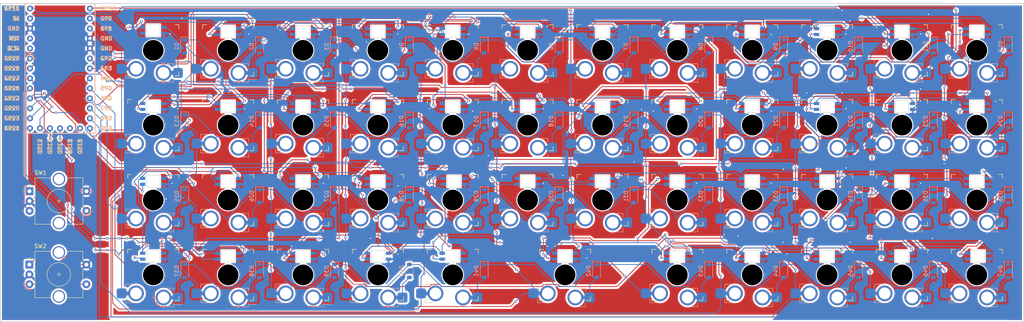
<source format=kicad_pcb>
(kicad_pcb (version 20240108) (generator "pcbnew") (generator_version "8.0")
  (layers (0 "F.Cu" signal) (31 "B.Cu" signal) (34 "B.Paste" user) (35 "F.Paste" user) (36 "B.SilkS" user "B.Silkscreen") (37 "F.SilkS" user "F.Silkscreen") (38 "B.Mask" user) (39 "F.Mask" user) (44 "Edge.Cuts" user))
  (net 0 "")
  (net 1 "Net-(D1-A)")
  (net 2 "row0")
  (net 3 "Net-(D2-A)")
  (net 4 "Net-(D3-A)")
  (net 5 "Net-(D4-A)")
  (net 6 "Net-(D5-A)")
  (net 7 "Net-(D6-A)")
  (net 8 "Net-(D7-A)")
  (net 9 "Net-(D8-A)")
  (net 10 "Net-(D9-A)")
  (net 11 "Net-(D10-A)")
  (net 12 "Net-(D11-A)")
  (net 13 "Net-(D12-A)")
  (net 14 "Net-(D13-A)")
  (net 15 "row1")
  (net 16 "Net-(D14-A)")
  (net 17 "Net-(D15-A)")
  (net 18 "Net-(D16-A)")
  (net 19 "Net-(D17-A)")
  (net 20 "Net-(D18-A)")
  (net 21 "Net-(D19-A)")
  (net 22 "Net-(D20-A)")
  (net 23 "Net-(D21-A)")
  (net 24 "Net-(D22-A)")
  (net 25 "Net-(D23-A)")
  (net 26 "Net-(D24-A)")
  (net 27 "row2")
  (net 28 "Net-(D25-A)")
  (net 29 "Net-(D26-A)")
  (net 30 "Net-(D27-A)")
  (net 31 "Net-(D28-A)")
  (net 32 "Net-(D29-A)")
  (net 33 "Net-(D30-A)")
  (net 34 "Net-(D31-A)")
  (net 35 "Net-(D32-A)")
  (net 36 "Net-(D33-A)")
  (net 37 "Net-(D34-A)")
  (net 38 "Net-(D35-A)")
  (net 39 "Net-(D36-A)")
  (net 40 "Net-(D37-A)")
  (net 41 "row3")
  (net 42 "Net-(D38-A)")
  (net 43 "Net-(D39-A)")
  (net 44 "Net-(D40-A)")
  (net 45 "Net-(D41-A)")
  (net 46 "Net-(D42-A)")
  (net 47 "Net-(D43-A)")
  (net 48 "Net-(D44-A)")
  (net 49 "Net-(D45-A)")
  (net 50 "Net-(D46-A)")
  (net 51 "Net-(D47-A)")
  (net 52 "col0")
  (net 53 "col1")
  (net 54 "col2")
  (net 55 "col3")
  (net 56 "col4")
  (net 57 "col5")
  (net 58 "col6")
  (net 59 "col7")
  (net 60 "col8")
  (net 61 "col9")
  (net 62 "col10")
  (net 63 "col11")
  (net 64 "ROT1B")
  (net 65 "ROT2A")
  (net 66 "Net-(D48-DOUT)")
  (net 69 "ROT2B")
  (net 70 "ROT1A")
  (net 71 "ROT2S1")
  (net 72 "ROT1S1")
  (net 73 "LED")
  (net 74 "+5V")
  (net 75 "GND")
  (net 76 "Net-(D49-DOUT)")
  (net 77 "Net-(D50-DOUT)")
  (net 78 "Net-(D51-DOUT)")
  (net 79 "Net-(D52-DOUT)")
  (net 80 "Net-(D53-DOUT)")
  (net 81 "Net-(D54-DOUT)")
  (net 82 "Net-(D55-DOUT)")
  (net 83 "Net-(D56-DOUT)")
  (net 84 "Net-(D57-DOUT)")
  (net 85 "Net-(D58-DOUT)")
  (net 86 "Net-(D59-DOUT)")
  (net 87 "Net-(D60-DOUT)")
  (net 88 "Net-(D61-DOUT)")
  (net 90 "Net-(D62-DOUT)")
  (net 91 "Net-(D63-DOUT)")
  (net 93 "Net-(D64-DOUT)")
  (net 94 "Net-(D65-DOUT)")
  (net 95 "Net-(D66-DOUT)")
  (net 96 "Net-(D67-DOUT)")
  (net 97 "Net-(D68-DOUT)")
  (net 98 "Net-(D69-DOUT)")
  (net 99 "Net-(D70-DOUT)")
  (net 100 "Net-(D71-DOUT)")
  (net 101 "Net-(D72-DOUT)")
  (net 102 "Net-(D73-DOUT)")
  (net 103 "Net-(D74-DOUT)")
  (net 104 "Net-(D75-DOUT)")
  (net 105 "Net-(D76-DOUT)")
  (net 106 "Net-(D77-DOUT)")
  (net 107 "Net-(D78-DOUT)")
  (net 108 "Net-(D79-DOUT)")
  (net 109 "Net-(D80-DOUT)")
  (net 110 "Net-(D81-DOUT)")
  (net 111 "Net-(D82-DOUT)")
  (net 112 "Net-(D83-DOUT)")
  (net 113 "Net-(D84-DOUT)")
  (net 114 "Net-(D85-DOUT)")
  (net 115 "Net-(D86-DOUT)")
  (net 116 "Net-(D87-DOUT)")
  (net 117 "Net-(D88-DOUT)")
  (net 118 "Net-(D89-DOUT)")
  (net 119 "Net-(D90-DOUT)")
  (net 120 "Net-(D91-DOUT)")
  (net 121 "Net-(D92-DOUT)")
  (net 122 "Net-(D93-DOUT)")
  (footprint "KS33:SW_Gateron_LowProfile_HotSwap_PTH" (layer "F.Cu") (at 205.15 114.3)
    (property "Reference" "S44" (hide yes))
    (property "Value" "Keyswitch" (hide yes))
  )
  (footprint "KS33:SW_Gateron_LowProfile_HotSwap_PTH" (layer "F.Cu") (at 167.05 57.15)
    (property "Reference" "S7" (hide yes))
    (property "Value" "Keyswitch" (hide yes))
  )
  (footprint "KS33:SW_Gateron_LowProfile_HotSwap_PTH" (layer "F.Cu") (at 128.95 76.2)
    (property "Reference" "S17" (hide yes))
    (property "Value" "Keyswitch" (hide yes))
  )
  (footprint "KS33:SW_Gateron_LowProfile_HotSwap_PTH" (layer "F.Cu") (at 71.8 76.2)
    (property "Reference" "S14" (hide yes))
    (property "Value" "Keyswitch" (hide yes))
  )
  (footprint "KS33:SW_Gateron_LowProfile_HotSwap_PTH" (layer "F.Cu") (at 109.9 76.2)
    (property "Reference" "S16" (hide yes))
    (property "Value" "Keyswitch" (hide yes))
  )
  (footprint "KS33:SW_Gateron_LowProfile_HotSwap_PTH" (layer "F.Cu") (at 243.25 57.15)
    (property "Reference" "S11" (hide yes))
    (property "Value" "Keyswitch" (hide yes))
  )
  (footprint "KS33:SW_Gateron_LowProfile_HotSwap_PTH" (layer "F.Cu") (at 224.2 114.3)
    (property "Reference" "S45" (hide yes))
    (property "Value" "Keyswitch" (hide yes))
  )
  (footprint "KS33:SW_Gateron_LowProfile_HotSwap_PTH" (layer "F.Cu") (at 128.95 114.3)
    (property "Reference" "S41" (hide yes))
    (property "Value" "Keyswitch" (hide yes))
  )
  (footprint "KS33:SW_Gateron_LowProfile_HotSwap_PTH" (layer "F.Cu") (at 157.525 114.3)
    (property "Reference" "S42" (hide yes))
    (property "Value" "Keyswitch" (hide yes))
  )
  (footprint "KS33:SW_Gateron_LowProfile_HotSwap_PTH" (layer "F.Cu") (at 148 57.15)
    (property "Reference" "S6" (hide yes))
    (property "Value" "Keyswitch" (hide yes))
  )
  (footprint "KS33:SW_Gateron_LowProfile_HotSwap_PTH" (layer "F.Cu") (at 90.85 57.15)
    (property "Reference" "S3" (hide yes))
    (property "Value" "Keyswitch" (hide yes))
  )
  (footprint "KS33:SW_Gateron_LowProfile_HotSwap_PTH" (layer "F.Cu") (at 243.25 76.2)
    (property "Reference" "S23" (hide yes))
    (property "Value" "Keyswitch" (hide yes))
  )
  (footprint "KS33:SW_Gateron_LowProfile_HotSwap_PTH" (layer "F.Cu") (at 109.9 114.3)
    (property "Reference" "S40" (hide yes))
    (property "Value" "Keyswitch" (hide yes))
  )
  (footprint "KS33:SW_Gateron_LowProfile_HotSwap_PTH" (layer "F.Cu") (at 71.8 114.3)
    (property "Reference" "S38" (hide yes))
    (property "Value" "Keyswitch" (hide yes))
  )
  (footprint "KS33:SW_Gateron_LowProfile_HotSwap_PTH" (layer "F.Cu") (at 90.85 95.25)
    (property "Reference" "S27" (hide yes))
    (property "Value" "Keyswitch" (hide yes))
  )
  (footprint "KS33:SW_Gateron_LowProfile_HotSwap_PTH" (layer "F.Cu") (at 243.25 114.3)
    (property "Reference" "S46" (hide yes))
    (property "Value" "Keyswitch" (hide yes))
  )
  (footprint "KS33:SW_Gateron_LowProfile_HotSwap_PTH" (layer "F.Cu") (at 205.15 57.15)
    (property "Reference" "S9" (hide yes))
    (property "Value" "Keyswitch" (hide yes))
  )
  (footprint "KS33:SW_Gateron_LowProfile_HotSwap_PTH" (layer "F.Cu") (at 52.75 95.25)
    (property "Reference" "S25" (hide yes))
    (property "Value" "Keyswitch" (hide yes))
  )
  (footprint "KS33:SW_Gateron_LowProfile_HotSwap_PTH" (layer "F.Cu") (at 128.95 95.25)
    (property "Reference" "S29" (hide yes))
    (property "Value" "Keyswitch" (hide yes))
  )
  (footprint "KS33:SW_Gateron_LowProfile_HotSwap_PTH" (layer "F.Cu") (at 186.1 76.2)
    (property "Reference" "S20" (hide yes))
    (property "Value" "Keyswitch" (hide yes))
  )
  (footprint "KS33:SW_Gateron_LowProfile_HotSwap_PTH" (layer "F.Cu") (at 205.15 95.25)
    (property "Reference" "S33" (hide yes))
    (property "Value" "Keyswitch" (hide yes))
  )
  (footprint "KS33:SW_Gateron_LowProfile_HotSwap_PTH" (layer "F.Cu") (at 71.8 95.25)
    (property "Reference" "S26" (hide yes))
    (property "Value" "Keyswitch" (hide yes))
  )
  (footprint "KS33:SW_Gateron_LowProfile_HotSwap_PTH" (layer "F.Cu") (at 243.25 95.25)
    (property "Reference" "S35" (hide yes))
    (property "Value" "Keyswitch" (hide yes))
  )
  (footprint "KS33:SW_Gateron_LowProfile_HotSwap_PTH" (layer "F.Cu") (at 186.1 114.3)
    (property "Reference" "S43" (hide yes))
    (property "Value" "Keyswitch" (hide yes))
  )
  (footprint "KS33:SW_Gateron_LowProfile_HotSwap_PTH" (layer "F.Cu") (at 224.2 57.15)
    (property "Reference" "S10" (hide yes))
    (property "Value" "Keyswitch" (hide yes))
  )
  (footprint "KS33:SW_Gateron_LowProfile_HotSwap_PTH" (layer "F.Cu") (at 262.3 76.2)
    (property "Reference" "S24" (hide yes))
    (property "Value" "Keyswitch" (hide yes))
  )
  (footprint "KS33:SW_Gateron_LowProfile_HotSwap_PTH" (layer "F.Cu") (at 186.1 95.25)
    (property "Reference" "S32" (hide yes))
    (property "Value" "Keyswitch" (hide yes))
  )
  (footprint "KS33:SW_Gateron_LowProfile_HotSwap_PTH" (layer "F.Cu") (at 224.2 95.25)
    (property "Reference" "S34" (hide yes))
    (property "Value" "Keyswitch" (hide yes))
  )
  (footprint "Rotary_Encoder:RotaryEncoder_Alps_EC11E-Switch_Vertical_H20mm_CircularMountingHoles" (layer "F.Cu") (at 21.21875 111.68125)
    (property "Reference" "SW2")
    (property "Value" "RotaryEncoder_Switch")
  )
  (footprint "KS33:SW_Gateron_LowProfile_HotSwap_PTH" (layer "F.Cu") (at 186.1 57.15)
    (property "Reference" "S8" (hide yes))
    (property "Value" "Keyswitch" (hide yes))
  )
  (footprint "KS33:SW_Gateron_LowProfile_HotSwap_PTH" (layer "F.Cu") (at 128.95 57.15)
    (property "Reference" "S5" (hide yes))
    (property "Value" "Keyswitch" (hide yes))
  )
  (footprint "KS33:SW_Gateron_LowProfile_HotSwap_PTH" (layer "F.Cu") (at 167.05 95.25)
    (property "Reference" "S31" (hide yes))
    (property "Value" "Keyswitch" (hide yes))
  )
  (footprint "KS33:SW_Gateron_LowProfile_HotSwap_PTH" (layer "F.Cu") (at 148 95.25)
    (property "Reference" "S30" (hide yes))
    (property "Value" "Keyswitch" (hide yes))
  )
  (footprint "KS33:SW_Gateron_LowProfile_HotSwap_PTH" (layer "F.Cu") (at 262.3 57.15)
    (property "Reference" "S12" (hide yes))
    (property "Value" "Keyswitch" (hide yes))
  )
  (footprint "KS33:SW_Gateron_LowProfile_HotSwap_PTH" (layer "F.Cu") (at 90.85 76.2)
    (property "Reference" "S15" (hide yes))
    (property "Value" "Keyswitch" (hide yes))
  )
  (footprint "KS33:SW_Gateron_LowProfile_HotSwap_PTH" (layer "F.Cu") (at 52.75 57.15)
    (property "Reference" "S1" (hide yes))
    (property "Value" "Keyswitch" (hide yes))
  )
  (footprint "KS33:SW_Gateron_LowProfile_HotSwap_PTH" (layer "F.Cu") (at 167.05 76.2)
    (property "Reference" "S19" (hide yes))
    (property "Value" "Keyswitch" (hide yes))
  )
  (footprint "KS33:SW_Gateron_LowProfile_HotSwap_PTH" (layer "F.Cu") (at 109.9 57.15)
    (property "Reference" "S4" (hide yes))
    (property "Value" "Keyswitch" (hide yes))
  )
  (footprint "KS33:SW_Gateron_LowProfile_HotSwap_PTH" (layer "F.Cu") (at 205.15 76.2)
    (property "Reference" "S21" (hide yes))
    (property "Value" "Keyswitch" (hide yes))
  )
  (footprint "KS33:SW_Gateron_LowProfile_HotSwap_PTH" (layer "F.Cu") (at 52.75 76.2)
    (property "Reference" "S13" (hide yes))
    (property "Value" "Keyswitch" (hide yes))
  )
  (footprint "KS33:SW_Gateron_LowProfile_HotSwap_PTH" (layer "F.Cu") (at 262.3 114.3)
    (property "Reference" "S47" (hide yes))
    (property "Value" "Keyswitch" (hide yes))
  )
  (footprint "KS33:SW_Gateron_LowProfile_HotSwap_PTH" (layer "F.Cu") (at 224.2 76.2)
    (property "Reference" "S22" (hide yes))
    (property "Value" "Keyswitch" (hide yes))
  )
  (footprint "KS33:SW_Gateron_LowProfile_HotSwap_PTH" (layer "F.Cu") (at 148 76.2)
    (property "Reference" "S18" (hide yes))
    (property "Value" "Keyswitch" (hide yes))
  )
  (footprint "Rotary_Encoder:RotaryEncoder_Alps_EC11E-Switch_Vertical_H20mm_CircularMountingHoles" (layer "F.Cu") (at 21.25 93)
    (property "Reference" "SW1")
    (property "Value" "RotaryEncoder_Switch")
  )
  (footprint "KS33:SW_Gateron_LowProfile_HotSwap_PTH" (layer "F.Cu") (at 71.8 57.15)
    (property "Reference" "S2" (hide yes))
    (property "Value" "Keyswitch" (hide yes))
  )
  (footprint "KS33:SW_Gateron_LowProfile_HotSwap_PTH" (layer "F.Cu") (at 262.3 95.25)
    (property "Reference" "S36" (hide yes))
    (property "Value" "Keyswitch" (hide yes))
  )
  (footprint "KS33:SW_Gateron_LowProfile_HotSwap_PTH" (layer "F.Cu") (at 52.75 114.3)
    (property "Reference" "S37" (hide yes))
    (property "Value" "Keyswitch" (hide yes))
  )
  (footprint "KS33:SW_Gateron_LowProfile_HotSwap_PTH" (layer "F.Cu") (at 90.85 114.3)
    (property "Reference" "S39" (hide yes))
    (property "Value" "Keyswitch" (hide yes))
  )
  (footprint "KS33:SW_Gateron_LowProfile_HotSwap_PTH" (layer "F.Cu") (at 109.9 95.25)
    (property "Reference" "S28" (hide yes))
    (property "Value" "Keyswitch" (hide yes))
  )
  (footprint "Diode_SMD:D_SOD-123" (layer "B.Cu") (at 270.3 56.15 -90)
    (property "Reference" "D12")
    (property "Value" "Diode")
  )
  (footprint "ScottoKeebs_Components:LED_SK6812MINI" (layer "B.Cu") (at 71.8 109.5375 180)
    (property "Reference" "D49" (hide yes))
    (property "Value" "LED_SK6812MINI" (hide yes))
    (fp_line (start 1.7 1.5) (end 1.7 -1.5) (stroke (width 0.12)) (layer "Edge.Cuts"))
    (fp_line (start 1.7 -1.5) (end -1.7 -1.5) (stroke (width 0.12)) (layer "Edge.Cuts"))
    (fp_line (start -1.7 1.5) (end 1.7 1.5) (stroke (width 0.12)) (layer "Edge.Cuts"))
    (fp_line (start -1.7 -1.5) (end -1.7 1.5) (stroke (width 0.12)) (layer "Edge.Cuts"))
  )
  (footprint "ScottoKeebs_Components:LED_SK6812MINI" (layer "B.Cu") (at 52.75 90.4875 180)
    (property "Reference" "D74" (hide yes))
    (property "Value" "LED_SK6812MINI" (hide yes))
    (fp_line (start 1.7 1.5) (end 1.7 -1.5) (stroke (width 0.12)) (layer "Edge.Cuts"))
    (fp_line (start 1.7 -1.5) (end -1.7 -1.5) (stroke (width 0.12)) (layer "Edge.Cuts"))
    (fp_line (start -1.7 1.5) (end 1.7 1.5) (stroke (width 0.12)) (layer "Edge.Cuts"))
    (fp_line (start -1.7 -1.5) (end -1.7 1.5) (stroke (width 0.12)) (layer "Edge.Cuts"))
  )
  (footprint "ScottoKeebs_Components:LED_SK6812MINI" (layer "B.Cu") (at 52.75 109.5375 180)
    (property "Reference" "D48" (hide yes))
    (property "Value" "LED_SK6812MINI" (hide yes))
    (fp_line (start 1.7 1.5) (end 1.7 -1.5) (stroke (width 0.12)) (layer "Edge.Cuts"))
    (fp_line (start 1.7 -1.5) (end -1.7 -1.5) (stroke (width 0.12)) (layer "Edge.Cuts"))
    (fp_line (start -1.7 1.5) (end 1.7 1.5) (stroke (width 0.12)) (layer "Edge.Cuts"))
    (fp_line (start -1.7 -1.5) (end -1.7 1.5) (stroke (width 0.12)) (layer "Edge.Cuts"))
  )
  (footprint "Diode_SMD:D_SOD-123" (layer "B.Cu") (at 79.8 75.2 -90)
    (property "Reference" "D14")
    (property "Value" "Diode")
  )
  (footprint "Diode_SMD:D_SOD-123" (layer "B.Cu") (at 194.1 94.25 -90)
    (property "Reference" "D32")
    (property "Value" "Diode")
  )
  (footprint "Diode_SMD:D_SOD-123" (layer "B.Cu") (at 60.75 94.25 -90)
    (property "Reference" "D25")
    (property "Value" "Diode")
  )
  (footprint "Diode_SMD:D_SOD-123" (layer "B.Cu") (at 156 56.15 -90)
    (property "Reference" "D6")
    (property "Value" "Diode")
  )
  (footprint "ScottoKeebs_Components:LED_SK6812MINI" (layer "B.Cu") (at 128.95 71.4375 180)
    (property "Reference" "D86" (hide yes))
    (property "Value" "LED_SK6812MINI" (hide yes))
    (fp_line (start 1.7 1.5) (end 1.7 -1.5) (stroke (width 0.12)) (layer "Edge.Cuts"))
    (fp_line (start 1.7 -1.5) (end -1.7 -1.5) (stroke (width 0.12)) (layer "Edge.Cuts"))
    (fp_line (start -1.7 1.5) (end 1.7 1.5) (stroke (width 0.12)) (layer "Edge.Cuts"))
    (fp_line (start -1.7 -1.5) (end -1.7 1.5) (stroke (width 0.12)) (layer "Edge.Cuts"))
  )
  (footprint "ScottoKeebs_Components:LED_SK6812MINI" (layer "B.Cu") (at 90.85 71.4375 180)
    (property "Reference" "D84" (hide yes))
    (property "Value" "LED_SK6812MINI" (hide yes))
    (fp_line (start 1.7 1.5) (end 1.7 -1.5) (stroke (width 0.12)) (layer "Edge.Cuts"))
    (fp_line (start 1.7 -1.5) (end -1.7 -1.5) (stroke (width 0.12)) (layer "Edge.Cuts"))
    (fp_line (start -1.7 1.5) (end 1.7 1.5) (stroke (width 0.12)) (layer "Edge.Cuts"))
    (fp_line (start -1.7 -1.5) (end -1.7 1.5) (stroke (width 0.12)) (layer "Edge.Cuts"))
  )
  (footprint "Diode_SMD:D_SOD-123" (layer "B.Cu") (at 213.15 56.15 -90)
    (property "Reference" "D9")
    (property "Value" "Diode")
  )
  (footprint "ScottoKeebs_Components:LED_SK6812MINI" (layer "B.Cu") (at 157.525 109.5375 180)
    (property "Reference" "D54" (hide yes))
    (property "Value" "LED_SK6812MINI" (hide yes))
    (fp_line (start 1.7 1.5) (end 1.7 -1.5) (stroke (width 0.12)) (layer "Edge.Cuts"))
    (fp_line (start 1.7 -1.5) (end -1.7 -1.5) (stroke (width 0.12)) (layer "Edge.Cuts"))
    (fp_line (start -1.7 1.5) (end 1.7 1.5) (stroke (width 0.12)) (layer "Edge.Cuts"))
    (fp_line (start -1.7 -1.5) (end -1.7 1.5) (stroke (width 0.12)) (layer "Edge.Cuts"))
  )
  (footprint "ScottoKeebs_Components:LED_SK6812MINI" (layer "B.Cu") (at 262.3 52.3875 180)
    (property "Reference" "D50" (hide yes))
    (property "Value" "LED_SK6812MINI" (hide yes))
    (fp_line (start 1.7 1.5) (end 1.7 -1.5) (stroke (width 0.12)) (layer "Edge.Cuts"))
    (fp_line (start 1.7 -1.5) (end -1.7 -1.5) (stroke (width 0.12)) (layer "Edge.Cuts"))
    (fp_line (start -1.7 1.5) (end 1.7 1.5) (stroke (width 0.12)) (layer "Edge.Cuts"))
    (fp_line (start -1.7 -1.5) (end -1.7 1.5) (stroke (width 0.12)) (layer "Edge.Cuts"))
  )
  (footprint "Diode_SMD:D_SOD-123" (layer "B.Cu") (at 251.25 113.3 -90)
    (property "Reference" "D46")
    (property "Value" "Diode")
  )
  (footprint "Diode_SMD:D_SOD-123" (layer "B.Cu") (at 251.25 56.15 -90)
    (property "Reference" "D11")
    (property "Value" "Diode")
  )
  (footprint "ScottoKeebs_Components:LED_SK6812MINI" (layer "B.Cu") (at 262.61875 109.5375 180)
    (property "Reference" "D59" (hide yes))
    (property "Value" "LED_SK6812MINI" (hide yes))
    (fp_line (start 1.7 1.5) (end 1.7 -1.5) (stroke (width 0.12)) (layer "Edge.Cuts"))
    (fp_line (start 1.7 -1.5) (end -1.7 -1.5) (stroke (width 0.12)) (layer "Edge.Cuts"))
    (fp_line (start -1.7 1.5) (end 1.7 1.5) (stroke (width 0.12)) (layer "Edge.Cuts"))
    (fp_line (start -1.7 -1.5) (end -1.7 1.5) (stroke (width 0.12)) (layer "Edge.Cuts"))
  )
  (footprint "Diode_SMD:D_SOD-123" (layer "B.Cu") (at 213.15 113.3 -90)
    (property "Reference" "D44")
    (property "Value" "Diode")
  )
  (footprint "ScottoKeebs_Components:LED_SK6812MINI" (layer "B.Cu") (at 167.05 71.4375 180)
    (property "Reference" "D68" (hide yes))
    (property "Value" "LED_SK6812MINI" (hide yes))
    (fp_line (start 1.7 1.5) (end 1.7 -1.5) (stroke (width 0.12)) (layer "Edge.Cuts"))
    (fp_line (start 1.7 -1.5) (end -1.7 -1.5) (stroke (width 0.12)) (layer "Edge.Cuts"))
    (fp_line (start -1.7 1.5) (end 1.7 1.5) (stroke (width 0.12)) (layer "Edge.Cuts"))
    (fp_line (start -1.7 -1.5) (end -1.7 1.5) (stroke (width 0.12)) (layer "Edge.Cuts"))
  )
  (footprint "ScottoKeebs_Components:LED_SK6812MINI" (layer "B.Cu") (at 90.85 52.3875 180)
    (property "Reference" "D90" (hide yes))
    (property "Value" "LED_SK6812MINI" (hide yes))
    (fp_line (start 1.7 1.5) (end 1.7 -1.5) (stroke (width 0.12)) (layer "Edge.Cuts"))
    (fp_line (start 1.7 -1.5) (end -1.7 -1.5) (stroke (width 0.12)) (layer "Edge.Cuts"))
    (fp_line (start -1.7 1.5) (end 1.7 1.5) (stroke (width 0.12)) (layer "Edge.Cuts"))
    (fp_line (start -1.7 -1.5) (end -1.7 1.5) (stroke (width 0.12)) (layer "Edge.Cuts"))
  )
  (footprint "ScottoKeebs_Components:LED_SK6812MINI" (layer "B.Cu") (at 205.15 90.4875 180)
    (property "Reference" "D63" (hide yes))
    (property "Value" "LED_SK6812MINI" (hide yes))
    (fp_line (start 1.7 1.5) (end 1.7 -1.5) (stroke (width 0.12)) (layer "Edge.Cuts"))
    (fp_line (start 1.7 -1.5) (end -1.7 -1.5) (stroke (width 0.12)) (layer "Edge.Cuts"))
    (fp_line (start -1.7 1.5) (end 1.7 1.5) (stroke (width 0.12)) (layer "Edge.Cuts"))
    (fp_line (start -1.7 -1.5) (end -1.7 1.5) (stroke (width 0.12)) (layer "Edge.Cuts"))
  )
  (footprint "Diode_SMD:D_SOD-123" (layer "B.Cu") (at 98.85 56.15 -90)
    (property "Reference" "D3")
    (property "Value" "Diode")
  )
  (footprint "Diode_SMD:D_SOD-123" (layer "B.Cu") (at 232.2 113.3 -90)
    (property "Reference" "D45")
    (property "Value" "Diode")
  )
  (footprint "Diode_SMD:D_SOD-123" (layer "B.Cu") (at 136.95 75.2 -90)
    (property "Reference" "D17")
    (property "Value" "Diode")
  )
  (footprint "ScottoKeebs_Components:LED_SK6812MINI" (layer "B.Cu") (at 109.9 71.4375 180)
    (property "Reference" "D85" (hide yes))
    (property "Value" "LED_SK6812MINI" (hide yes))
    (fp_line (start 1.7 1.5) (end 1.7 -1.5) (stroke (width 0.12)) (layer "Edge.Cuts"))
    (fp_line (start 1.7 -1.5) (end -1.7 -1.5) (stroke (width 0.12)) (layer "Edge.Cuts"))
    (fp_line (start -1.7 1.5) (end 1.7 1.5) (stroke (width 0.12)) (layer "Edge.Cuts"))
    (fp_line (start -1.7 -1.5) (end -1.7 1.5) (stroke (width 0.12)) (layer "Edge.Cuts"))
  )
  (footprint "Diode_SMD:D_SOD-123" (layer "B.Cu") (at 251.25 94.25 -90)
    (property "Reference" "D35")
    (property "Value" "Diode")
  )
  (footprint "Diode_SMD:D_SOD-123" (layer "B.Cu") (at 194.1 75.2 -90)
    (property "Reference" "D20")
    (property "Value" "Diode")
  )
  (footprint "ScottoKeebs_Components:LED_SK6812MINI" (layer "B.Cu") (at 186.1 71.4375 180)
    (property "Reference" "D69" (hide yes))
    (property "Value" "LED_SK6812MINI" (hide yes))
    (fp_line (start 1.7 1.5) (end 1.7 -1.5) (stroke (width 0.12)) (layer "Edge.Cuts"))
    (fp_line (start 1.7 -1.5) (end -1.7 -1.5) (stroke (width 0.12)) (layer "Edge.Cuts"))
    (fp_line (start -1.7 1.5) (end 1.7 1.5) (stroke (width 0.12)) (layer "Edge.Cuts"))
    (fp_line (start -1.7 -1.5) (end -1.7 1.5) (stroke (width 0.12)) (layer "Edge.Cuts"))
  )
  (footprint "ScottoKeebs_Components:LED_SK6812MINI" (layer "B.Cu") (at 262.3 71.4375 180)
    (property "Reference" "D73" (hide yes))
    (property "Value" "LED_SK6812MINI" (hide yes))
    (fp_line (start 1.7 1.5) (end 1.7 -1.5) (stroke (width 0.12)) (layer "Edge.Cuts"))
    (fp_line (start 1.7 -1.5) (end -1.7 -1.5) (stroke (width 0.12)) (layer "Edge.Cuts"))
    (fp_line (start -1.7 1.5) (end 1.7 1.5) (stroke (width 0.12)) (layer "Edge.Cuts"))
    (fp_line (start -1.7 -1.5) (end -1.7 1.5) (stroke (width 0.12)) (layer "Edge.Cuts"))
  )
  (footprint "ScottoKeebs_Components:LED_SK6812MINI" (layer "B.Cu") (at 224.2 109.5375 180)
    (property "Reference" "D57" (hide yes))
    (property "Value" "LED_SK6812MINI" (hide yes))
    (fp_line (start 1.7 1.5) (end 1.7 -1.5) (stroke (width 0.12)) (layer "Edge.Cuts"))
    (fp_line (start 1.7 -1.5) (end -1.7 -1.5) (stroke (width 0.12)) (layer "Edge.Cuts"))
    (fp_line (start -1.7 1.5) (end 1.7 1.5) (stroke (width 0.12)) (layer "Edge.Cuts"))
    (fp_line (start -1.7 -1.5) (end -1.7 1.5) (stroke (width 0.12)) (layer "Edge.Cuts"))
  )
  (footprint "Diode_SMD:D_SOD-123" (layer "B.Cu") (at 98.85 113.3 -90)
    (property "Reference" "D39")
    (property "Value" "Diode")
  )
  (footprint "Diode_SMD:D_SOD-123" (layer "B.Cu") (at 60.75 113.3 -90)
    (property "Reference" "D37")
    (property "Value" "Diode")
  )
  (footprint "Diode_SMD:D_SOD-123" (layer "B.Cu") (at 165.525 113.3 -90)
    (property "Reference" "D42")
    (property "Value" "Diode")
  )
  (footprint "ScottoKeebs_Components:LED_SK6812MINI" (layer "B.Cu") (at 262.3 90.4875 180)
    (property "Reference" "D60" (hide yes))
    (property "Value" "LED_SK6812MINI" (hide yes))
    (fp_line (start 1.7 1.5) (end 1.7 -1.5) (stroke (width 0.12)) (layer "Edge.Cuts"))
    (fp_line (start 1.7 -1.5) (end -1.7 -1.5) (stroke (width 0.12)) (layer "Edge.Cuts"))
    (fp_line (start -1.7 1.5) (end 1.7 1.5) (stroke (width 0.12)) (layer "Edge.Cuts"))
    (fp_line (start -1.7 -1.5) (end -1.7 1.5) (stroke (width 0.12)) (layer "Edge.Cuts"))
  )
  (footprint "ScottoKeebs_Components:LED_SK6812MINI" (layer "B.Cu") (at 148 52.3875 180)
    (property "Reference" "D93" (hide yes))
    (property "Value" "LED_SK6812MINI" (hide yes))
    (fp_line (start 1.7 1.5) (end 1.7 -1.5) (stroke (width 0.12)) (layer "Edge.Cuts"))
    (fp_line (start 1.7 -1.5) (end -1.7 -1.5) (stroke (width 0.12)) (layer "Edge.Cuts"))
    (fp_line (start -1.7 1.5) (end 1.7 1.5) (stroke (width 0.12)) (layer "Edge.Cuts"))
    (fp_line (start -1.7 -1.5) (end -1.7 1.5) (stroke (width 0.12)) (layer "Edge.Cuts"))
  )
  (footprint "ScottoKeebs_Components:LED_SK6812MINI" (layer "B.Cu") (at 205.15 52.3875 180)
    (property "Reference" "D79" (hide yes))
    (property "Value" "LED_SK6812MINI" (hide yes))
    (fp_line (start 1.7 1.5) (end 1.7 -1.5) (stroke (width 0.12)) (layer "Edge.Cuts"))
    (fp_line (start 1.7 -1.5) (end -1.7 -1.5) (stroke (width 0.12)) (layer "Edge.Cuts"))
    (fp_line (start -1.7 1.5) (end 1.7 1.5) (stroke (width 0.12)) (layer "Edge.Cuts"))
    (fp_line (start -1.7 -1.5) (end -1.7 1.5) (stroke (width 0.12)) (layer "Edge.Cuts"))
  )
  (footprint "Diode_SMD:D_SOD-123" (layer "B.Cu") (at 60.75 75.2 -90)
    (property "Reference" "D13")
    (property "Value" "Diode")
  )
  (footprint "Diode_SMD:D_SOD-123" (layer "B.Cu") (at 232.2 75.2 -90)
    (property "Reference" "D22")
    (property "Value" "Diode")
  )
  (footprint "Diode_SMD:D_SOD-123" (layer "B.Cu") (at 270.3 94.25 -90)
    (property "Reference" "D36")
    (property "Value" "Diode")
  )
  (footprint "ScottoKeebs_Components:LED_SK6812MINI" (layer "B.Cu") (at 224.2 90.4875 180)
    (property "Reference" "D62" (hide yes))
    (property "Value" "LED_SK6812MINI" (hide yes))
    (fp_line (start 1.7 1.5) (end 1.7 -1.5) (stroke (width 0.12)) (layer "Edge.Cuts"))
    (fp_line (start 1.7 -1.5) (end -1.7 -1.5) (stroke (width 0.12)) (layer "Edge.Cuts"))
    (fp_line (start -1.7 1.5) (end 1.7 1.5) (stroke (width 0.12)) (layer "Edge.Cuts"))
    (fp_line (start -1.7 -1.5) (end -1.7 1.5) (stroke (width 0.12)) (layer "Edge.Cuts"))
  )
  (footprint "Diode_SMD:D_SOD-123" (layer "B.Cu") (at 98.85 94.25 -90)
    (property "Reference" "D27")
    (property "Value" "Diode")
  )
  (footprint "ScottoKeebs_Components:LED_SK6812MINI" (layer "B.Cu") (at 224.2 52.3875 180)
    (property "Reference" "D80" (hide yes))
    (property "Value" "LED_SK6812MINI" (hide yes))
    (fp_line (start 1.7 1.5) (end 1.7 -1.5) (stroke (width 0.12)) (layer "Edge.Cuts"))
    (fp_line (start 1.7 -1.5) (end -1.7 -1.5) (stroke (width 0.12)) (layer "Edge.Cuts"))
    (fp_line (start -1.7 1.5) (end 1.7 1.5) (stroke (width 0.12)) (layer "Edge.Cuts"))
    (fp_line (start -1.7 -1.5) (end -1.7 1.5) (stroke (width 0.12)) (layer "Edge.Cuts"))
  )
  (footprint "Diode_SMD:D_SOD-123" (layer "B.Cu") (at 194.1 113.3 -90)
    (property "Reference" "D43")
    (property "Value" "Diode")
  )
  (footprint "ScottoKeebs_Components:LED_SK6812MINI" (layer "B.Cu") (at 109.9 52.3875 180)
    (property "Reference" "D91" (hide yes))
    (property "Value" "LED_SK6812MINI" (hide yes))
    (fp_line (start 1.7 1.5) (end 1.7 -1.5) (stroke (width 0.12)) (layer "Edge.Cuts"))
    (fp_line (start 1.7 -1.5) (end -1.7 -1.5) (stroke (width 0.12)) (layer "Edge.Cuts"))
    (fp_line (start -1.7 1.5) (end 1.7 1.5) (stroke (width 0.12)) (layer "Edge.Cuts"))
    (fp_line (start -1.7 -1.5) (end -1.7 1.5) (stroke (width 0.12)) (layer "Edge.Cuts"))
  )
  (footprint "ScottoKeebs_Components:LED_SK6812MINI" (layer "B.Cu") (at 128.95 109.5375 180)
    (property "Reference" "D53" (hide yes))
    (property "Value" "LED_SK6812MINI" (hide yes))
    (fp_line (start 1.7 1.5) (end 1.7 -1.5) (stroke (width 0.12)) (layer "Edge.Cuts"))
    (fp_line (start 1.7 -1.5) (end -1.7 -1.5) (stroke (width 0.12)) (layer "Edge.Cuts"))
    (fp_line (start -1.7 1.5) (end 1.7 1.5) (stroke (width 0.12)) (layer "Edge.Cuts"))
    (fp_line (start -1.7 -1.5) (end -1.7 1.5) (stroke (width 0.12)) (layer "Edge.Cuts"))
  )
  (footprint "ScottoKeebs_Components:LED_SK6812MINI" (layer "B.Cu") (at 205.15 109.5375 180)
    (property "Reference" "D56" (hide yes))
    (property "Value" "LED_SK6812MINI" (hide yes))
    (fp_line (start 1.7 1.5) (end 1.7 -1.5) (stroke (width 0.12)) (layer "Edge.Cuts"))
    (fp_line (start 1.7 -1.5) (end -1.7 -1.5) (stroke (width 0.12)) (layer "Edge.Cuts"))
    (fp_line (start -1.7 1.5) (end 1.7 1.5) (stroke (width 0.12)) (layer "Edge.Cuts"))
    (fp_line (start -1.7 -1.5) (end -1.7 1.5) (stroke (width 0.12)) (layer "Edge.Cuts"))
  )
  (footprint "ScottoKeebs_Components:LED_SK6812MINI" (layer "B.Cu") (at 167.05 90.4875 180)
    (property "Reference" "D65" (hide yes))
    (property "Value" "LED_SK6812MINI" (hide yes))
    (fp_line (start 1.7 1.5) (end 1.7 -1.5) (stroke (width 0.12)) (layer "Edge.Cuts"))
    (fp_line (start 1.7 -1.5) (end -1.7 -1.5) (stroke (width 0.12)) (layer "Edge.Cuts"))
    (fp_line (start -1.7 1.5) (end 1.7 1.5) (stroke (width 0.12)) (layer "Edge.Cuts"))
    (fp_line (start -1.7 -1.5) (end -1.7 1.5) (stroke (width 0.12)) (layer "Edge.Cuts"))
  )
  (footprint "ScottoKeebs_Components:LED_SK6812MINI" (layer "B.Cu") (at 90.85 109.5375 180)
    (property "Reference" "D51" (hide yes))
    (property "Value" "LED_SK6812MINI" (hide yes))
    (fp_line (start 1.7 1.5) (end 1.7 -1.5) (stroke (width 0.12)) (layer "Edge.Cuts"))
    (fp_line (start 1.7 -1.5) (end -1.7 -1.5) (stroke (width 0.12)) (layer "Edge.Cuts"))
    (fp_line (start -1.7 1.5) (end 1.7 1.5) (stroke (width 0.12)) (layer "Edge.Cuts"))
    (fp_line (start -1.7 -1.5) (end -1.7 1.5) (stroke (width 0.12)) (layer "Edge.Cuts"))
  )
  (footprint "Diode_SMD:D_SOD-123" (layer "B.Cu") (at 232.2 56.15 -90)
    (property "Reference" "D10")
    (property "Value" "Diode")
  )
  (footprint "ScottoKeebs_Components:LED_SK6812MINI" (layer "B.Cu") (at 109.9 109.5375 180)
    (property "Reference" "D52" (hide yes))
    (property "Value" "LED_SK6812MINI" (hide yes))
    (fp_line (start 1.7 1.5) (end 1.7 -1.5) (stroke (width 0.12)) (layer "Edge.Cuts"))
    (fp_line (start 1.7 -1.5) (end -1.7 -1.5) (stroke (width 0.12)) (layer "Edge.Cuts"))
    (fp_line (start -1.7 1.5) (end 1.7 1.5) (stroke (width 0.12)) (layer "Edge.Cuts"))
    (fp_line (start -1.7 -1.5) (end -1.7 1.5) (stroke (width 0.12)) (layer "Edge.Cuts"))
  )
  (footprint "Diode_SMD:D_SOD-123" (layer "B.Cu") (at 136.95 56.15 -90)
    (property "Reference" "D5")
    (property "Value" "Diode")
  )
  (footprint "Diode_SMD:D_SOD-123" (layer "B.Cu") (at 136.95 113.3 -90)
    (property "Reference" "D41")
    (property "Value" "Diode")
  )
  (footprint "Diode_SMD:D_SOD-123" (layer "B.Cu") (at 213.15 94.25 -90)
    (property "Reference" "D33")
    (property "Value" "Diode")
  )
  (footprint "Diode_SMD:D_SOD-123" (layer "B.Cu") (at 175.05 75.2 -90)
    (property "Reference" "D19")
    (property "Value" "Diode")
  )
  (footprint "Diode_SMD:D_SOD-123" (layer "B.Cu") (at 117.9 113.3 -90)
    (property "Reference" "D40")
    (property "Value" "Diode")
  )
  (footprint "ScottoKeebs_Components:LED_SK6812MINI" (layer "B.Cu") (at 243.25 90.4875 180)
    (property "Reference" "D61" (hide yes))
    (property "Value" "LED_SK6812MINI" (hide yes))
    (fp_line (start 1.7 1.5) (end 1.7 -1.5) (stroke (width 0.12)) (layer "Edge.Cuts"))
    (fp_line (start 1.7 -1.5) (end -1.7 -1.5) (stroke (width 0.12)) (layer "Edge.Cuts"))
    (fp_line (start -1.7 1.5) (end 1.7 1.5) (stroke (width 0.12)) (layer "Edge.Cuts"))
    (fp_line (start -1.7 -1.5) (end -1.7 1.5) (stroke (width 0.12)) (layer "Edge.Cuts"))
  )
  (footprint "ScottoKeebs_Components:LED_SK6812MINI" (layer "B.Cu") (at 109.9 90.4875 180)
    (property "Reference" "D77" (hide yes))
    (property "Value" "LED_SK6812MINI" (hide yes))
    (fp_line (start 1.7 1.5) (end 1.7 -1.5) (stroke (width 0.12)) (layer "Edge.Cuts"))
    (fp_line (start 1.7 -1.5) (end -1.7 -1.5) (stroke (width 0.12)) (layer "Edge.Cuts"))
    (fp_line (start -1.7 1.5) (end 1.7 1.5) (stroke (width 0.12)) (layer "Edge.Cuts"))
    (fp_line (start -1.7 -1.5) (end -1.7 1.5) (stroke (width 0.12)) (layer "Edge.Cuts"))
  )
  (footprint "ScottoKeebs_Components:LED_SK6812MINI" (layer "B.Cu") (at 205.15 71.4375 180)
    (property "Reference" "D70" (hide yes))
    (property "Value" "LED_SK6812MINI" (hide yes))
    (fp_line (start 1.7 1.5) (end 1.7 -1.5) (stroke (width 0.12)) (layer "Edge.Cuts"))
    (fp_line (start 1.7 -1.5) (end -1.7 -1.5) (stroke (width 0.12)) (layer "Edge.Cuts"))
    (fp_line (start -1.7 1.5) (end 1.7 1.5) (stroke (width 0.12)) (layer "Edge.Cuts"))
    (fp_line (start -1.7 -1.5) (end -1.7 1.5) (stroke (width 0.12)) (layer "Edge.Cuts"))
  )
  (footprint "ScottoKeebs_Components:LED_SK6812MINI" (layer "B.Cu") (at 186.1 90.4875 180)
    (property "Reference" "D64" (hide yes))
    (property "Value" "LED_SK6812MINI" (hide yes))
    (fp_line (start 1.7 1.5) (end 1.7 -1.5) (stroke (width 0.12)) (layer "Edge.Cuts"))
    (fp_line (start 1.7 -1.5) (end -1.7 -1.5) (stroke (width 0.12)) (layer "Edge.Cuts"))
    (fp_line (start -1.7 1.5) (end 1.7 1.5) (stroke (width 0.12)) (layer "Edge.Cuts"))
    (fp_line (start -1.7 -1.5) (end -1.7 1.5) (stroke (width 0.12)) (layer "Edge.Cuts"))
  )
  (footprint "ScottoKeebs_Components:LED_SK6812MINI" (layer "B.Cu") (at 148 90.4875 180)
    (property "Reference" "D66" (hide yes))
    (property "Value" "LED_SK6812MINI" (hide yes))
    (fp_line (start 1.7 1.5) (end 1.7 -1.5) (stroke (width 0.12)) (layer "Edge.Cuts"))
    (fp_line (start 1.7 -1.5) (end -1.7 -1.5) (stroke (width 0.12)) (layer "Edge.Cuts"))
    (fp_line (start -1.7 1.5) (end 1.7 1.5) (stroke (width 0.12)) (layer "Edge.Cuts"))
    (fp_line (start -1.7 -1.5) (end -1.7 1.5) (stroke (width 0.12)) (layer "Edge.Cuts"))
  )
  (footprint "ScottoKeebs_Components:LED_SK6812MINI" (layer "B.Cu") (at 90.85 90.4875 180)
    (property "Reference" "D76" (hide yes))
    (property "Value" "LED_SK6812MINI" (hide yes))
    (fp_line (start 1.7 1.5) (end 1.7 -1.5) (stroke (width 0.12)) (layer "Edge.Cuts"))
    (fp_line (start 1.7 -1.5) (end -1.7 -1.5) (stroke (width 0.12)) (layer "Edge.Cuts"))
    (fp_line (start -1.7 1.5) (end 1.7 1.5) (stroke (width 0.12)) (layer "Edge.Cuts"))
    (fp_line (start -1.7 -1.5) (end -1.7 1.5) (stroke (width 0.12)) (layer "Edge.Cuts"))
  )
  (footprint "ScottoKeebs_Components:LED_SK6812MINI" (layer "B.Cu") (at 71.8 71.4375 180)
    (property "Reference" "D83" (hide yes))
    (property "Value" "LED_SK6812MINI" (hide yes))
    (fp_line (start 1.7 1.5) (end 1.7 -1.5) (stroke (width 0.12)) (layer "Edge.Cuts"))
    (fp_line (start 1.7 -1.5) (end -1.7 -1.5) (stroke (width 0.12)) (layer "Edge.Cuts"))
    (fp_line (start -1.7 1.5) (end 1.7 1.5) (stroke (width 0.12)) (layer "Edge.Cuts"))
    (fp_line (start -1.7 -1.5) (end -1.7 1.5) (stroke (width 0.12)) (layer "Edge.Cuts"))
  )
  (footprint "Diode_SMD:D_SOD-123" (layer "B.Cu") (at 79.8 56.15 -90)
    (property "Reference" "D2")
    (property "Value" "Diode")
  )
  (footprint "Diode_SMD:D_SOD-123" (layer "B.Cu") (at 270.3 113.3 -90)
    (property "Reference" "D47")
    (property "Value" "Diode")
  )
  (footprint "ScottoKeebs_Components:LED_SK6812MINI" (layer "B.Cu") (at 148 71.4375 180)
    (property "Reference" "D87" (hide yes))
    (property "Value" "LED_SK6812MINI" (hide yes))
    (fp_line (start 1.7 1.5) (end 1.7 -1.5) (stroke (width 0.12)) (layer "Edge.Cuts"))
    (fp_line (start 1.7 -1.5) (end -1.7 -1.5) (stroke (width 0.12)) (layer "Edge.Cuts"))
    (fp_line (start -1.7 1.5) (end 1.7 1.5) (stroke (width 0.12)) (layer "Edge.Cuts"))
    (fp_line (start -1.7 -1.5) (end -1.7 1.5) (stroke (width 0.12)) (layer "Edge.Cuts"))
  )
  (footprint "ScottoKeebs_Components:LED_SK6812MINI" (layer "B.Cu") (at 224.2 71.4375 180)
    (property "Reference" "D71" (hide yes))
    (property "Value" "LED_SK6812MINI" (hide yes))
    (fp_line (start 1.7 1.5) (end 1.7 -1.5) (stroke (width 0.12)) (layer "Edge.Cuts"))
    (fp_line (start 1.7 -1.5) (end -1.7 -1.5) (stroke (width 0.12)) (layer "Edge.Cuts"))
    (fp_line (start -1.7 1.5) (end 1.7 1.5) (stroke (width 0.12)) (layer "Edge.Cuts"))
    (fp_line (start -1.7 -1.5) (end -1.7 1.5) (stroke (width 0.12)) (layer "Edge.Cuts"))
  )
  (footprint "Diode_SMD:D_SOD-123" (layer "B.Cu") (at 98.85 75.2 -90)
    (property "Reference" "D15")
    (property "Value" "Diode")
  )
  (footprint "ScottoKeebs_Components:LED_SK6812MINI" (layer "B.Cu") (at 128.95 52.3875 180)
    (property "Reference" "D92" (hide yes))
    (property "Value" "LED_SK6812MINI" (hide yes))
    (fp_line (start 1.7 1.5) (end 1.7 -1.5) (stroke (width 0.12)) (layer "Edge.Cuts"))
    (fp_line (start 1.7 -1.5) (end -1.7 -1.5) (stroke (width 0.12)) (layer "Edge.Cuts"))
    (fp_line (start -1.7 1.5) (end 1.7 1.5) (stroke (width 0.12)) (layer "Edge.Cuts"))
    (fp_line (start -1.7 -1.5) (end -1.7 1.5) (stroke (width 0.12)) (layer "Edge.Cuts"))
  )
  (footprint "ScottoKeebs_Components:LED_SK6812MINI" (layer "B.Cu") (at 243.25 109.5375 180)
    (property "Reference" "D58" (hide yes))
    (property "Value" "LED_SK6812MINI" (hide yes))
    (fp_line (start 1.7 1.5) (end 1.7 -1.5) (stroke (width 0.12)) (layer "Edge.Cuts"))
    (fp_line (start 1.7 -1.5) (end -1.7 -1.5) (stroke (width 0.12)) (layer "Edge.Cuts"))
    (fp_line (start -1.7 1.5) (end 1.7 1.5) (stroke (width 0.12)) (layer "Edge.Cuts"))
    (fp_line (start -1.7 -1.5) (end -1.7 1.5) (stroke (width 0.12)) (layer "Edge.Cuts"))
  )
  (footprint "ScottoKeebs_Components:LED_SK6812MINI" (layer "B.Cu") (at 52.75 71.4375 180)
    (property "Reference" "D82" (hide yes))
    (property "Value" "LED_SK6812MINI" (hide yes))
    (fp_line (start 1.7 1.5) (end 1.7 -1.5) (stroke (width 0.12)) (layer "Edge.Cuts"))
    (fp_line (start 1.7 -1.5) (end -1.7 -1.5) (stroke (width 0.12)) (layer "Edge.Cuts"))
    (fp_line (start -1.7 1.5) (end 1.7 1.5) (stroke (width 0.12)) (layer "Edge.Cuts"))
    (fp_line (start -1.7 -1.5) (end -1.7 1.5) (stroke (width 0.12)) (layer "Edge.Cuts"))
  )
  (footprint "Diode_SMD:D_SOD-123" (layer "B.Cu") (at 136.95 94.25 -90)
    (property "Reference" "D29")
    (property "Value" "Diode")
  )
  (footprint "Diode_SMD:D_SOD-123" (layer "B.Cu") (at 194.1 56.15 -90)
    (property "Reference" "D8")
    (property "Value" "Diode")
  )
  (footprint "Diode_SMD:D_SOD-123" (layer "B.Cu") (at 175.05 94.25 -90)
    (property "Reference" "D31")
    (property "Value" "Diode")
  )
  (footprint "Diode_SMD:D_SOD-123" (layer "B.Cu") (at 79.8 94.25 -90)
    (property "Reference" "D26")
    (property "Value" "Diode")
  )
  (footprint "Diode_SMD:D_SOD-123" (layer "B.Cu") (at 156 94.25 -90)
    (property "Reference" "D30")
    (property "Value" "Diode")
  )
  (footprint "ScottoKeebs_Components:LED_SK6812MINI" (layer "B.Cu") (at 167.05 52.3875 180)
    (property "Reference" "D94" (hide yes))
    (property "Value" "LED_SK6812MINI" (hide yes))
    (fp_line (start 1.7 1.5) (end 1.7 -1.5) (stroke (width 0.12)) (layer "Edge.Cuts"))
    (fp_line (start 1.7 -1.5) (end -1.7 -1.5) (stroke (width 0.12)) (layer "Edge.Cuts"))
    (fp_line (start -1.7 1.5) (end 1.7 1.5) (stroke (width 0.12)) (layer "Edge.Cuts"))
    (fp_line (start -1.7 -1.5) (end -1.7 1.5) (stroke (width 0.12)) (layer "Edge.Cuts"))
  )
  (footprint "ScottoKeebs_Components:LED_SK6812MINI" (layer "B.Cu") (at 129.26875 90.4875 180)
    (property "Reference" "D67" (hide yes))
    (property "Value" "LED_SK6812MINI" (hide yes))
    (fp_line (start 1.7 1.5) (end 1.7 -1.5) (stroke (width 0.12)) (layer "Edge.Cuts"))
    (fp_line (start 1.7 -1.5) (end -1.7 -1.5) (stroke (width 0.12)) (layer "Edge.Cuts"))
    (fp_line (start -1.7 1.5) (end 1.7 1.5) (stroke (width 0.12)) (layer "Edge.Cuts"))
    (fp_line (start -1.7 -1.5) (end -1.7 1.5) (stroke (width 0.12)) (layer "Edge.Cuts"))
  )
  (footprint "ScottoKeebs_Components:LED_SK6812MINI" (layer "B.Cu") (at 243.25 71.4375 180)
    (property "Reference" "D72" (hide yes))
    (property "Value" "LED_SK6812MINI" (hide yes))
    (fp_line (start 1.7 1.5) (end 1.7 -1.5) (stroke (width 0.12)) (layer "Edge.Cuts"))
    (fp_line (start 1.7 -1.5) (end -1.7 -1.5) (stroke (width 0.12)) (layer "Edge.Cuts"))
    (fp_line (start -1.7 1.5) (end 1.7 1.5) (stroke (width 0.12)) (layer "Edge.Cuts"))
    (fp_line (start -1.7 -1.5) (end -1.7 1.5) (stroke (width 0.12)) (layer "Edge.Cuts"))
  )
  (footprint "Diode_SMD:D_SOD-123" (layer "B.Cu") (at 270.3 75.2 -90)
    (property "Reference" "D24")
    (property "Value" "Diode")
  )
  (footprint "ScottoKeebs_Components:LED_SK6812MINI" (layer "B.Cu") (at 71.8 90.4875 180)
    (property "Reference" "D75" (hide yes))
    (property "Value" "LED_SK6812MINI" (hide yes))
    (fp_line (start 1.7 1.5) (end 1.7 -1.5) (stroke (width 0.12)) (layer "Edge.Cuts"))
    (fp_line (start 1.7 -1.5) (end -1.7 -1.5) (stroke (width 0.12)) (layer "Edge.Cuts"))
    (fp_line (start -1.7 1.5) (end 1.7 1.5) (stroke (width 0.12)) (layer "Edge.Cuts"))
    (fp_line (start -1.7 -1.5) (end -1.7 1.5) (stroke (width 0.12)) (layer "Edge.Cuts"))
  )
  (footprint "Diode_SMD:D_SOD-123" (layer "B.Cu") (at 117.9 56.15 -90)
    (property "Reference" "D4")
    (property "Value" "Diode")
  )
  (footprint "ScottoKeebs_Components:LED_SK6812MINI" (layer "B.Cu") (at 186.1 52.3875 180)
    (property "Reference" "D78" (hide yes))
    (property "Value" "LED_SK6812MINI" (hide yes))
    (fp_line (start 1.7 1.5) (end 1.7 -1.5) (stroke (width 0.12)) (layer "Edge.Cuts"))
    (fp_line (start 1.7 -1.5) (end -1.7 -1.5) (stroke (width 0.12)) (layer "Edge.Cuts"))
    (fp_line (start -1.7 1.5) (end 1.7 1.5) (stroke (width 0.12)) (layer "Edge.Cuts"))
    (fp_line (start -1.7 -1.5) (end -1.7 1.5) (stroke (width 0.12)) (layer "Edge.Cuts"))
  )
  (footprint "ScottoKeebs_Components:LED_SK6812MINI" (layer "B.Cu") (at 243.25 52.3875 180)
    (property "Reference" "D81" (hide yes))
    (property "Value" "LED_SK6812MINI" (hide yes))
    (fp_line (start 1.7 1.5) (end 1.7 -1.5) (stroke (width 0.12)) (layer "Edge.Cuts"))
    (fp_line (start 1.7 -1.5) (end -1.7 -1.5) (stroke (width 0.12)) (layer "Edge.Cuts"))
    (fp_line (start -1.7 1.5) (end 1.7 1.5) (stroke (width 0.12)) (layer "Edge.Cuts"))
    (fp_line (start -1.7 -1.5) (end -1.7 1.5) (stroke (width 0.12)) (layer "Edge.Cuts"))
  )
  (footprint "Diode_SMD:D_SOD-123" (layer "B.Cu") (at 251.25 75.2 -90)
    (property "Reference" "D23")
    (property "Value" "Diode")
  )
  (footprint "ScottoKeebs_Components:LED_SK6812MINI" (layer "B.Cu") (at 71.8 52.3875 180)
    (property "Reference" "D89" (hide yes))
    (property "Value" "LED_SK6812MINI" (hide yes))
    (fp_line (start 1.7 1.5) (end 1.7 -1.5) (stroke (width 0.12)) (layer "Edge.Cuts"))
    (fp_line (start 1.7 -1.5) (end -1.7 -1.5) (stroke (width 0.12)) (layer "Edge.Cuts"))
    (fp_line (start -1.7 1.5) (end 1.7 1.5) (stroke (width 0.12)) (layer "Edge.Cuts"))
    (fp_line (start -1.7 -1.5) (end -1.7 1.5) (stroke (width 0.12)) (layer "Edge.Cuts"))
  )
  (footprint "ScottoKeebs_Components:LED_SK6812MINI" (layer "B.Cu") (at 186.1 109.5375 180)
    (property "Reference" "D55" (hide yes))
    (property "Value" "LED_SK6812MINI" (hide yes))
    (fp_line (start 1.7 1.5) (end 1.7 -1.5) (stroke (width 0.12)) (layer "Edge.Cuts"))
    (fp_line (start 1.7 -1.5) (end -1.7 -1.5) (stroke (width 0.12)) (layer "Edge.Cuts"))
    (fp_line (start -1.7 1.5) (end 1.7 1.5) (stroke (width 0.12)) (layer "Edge.Cuts"))
    (fp_line (start -1.7 -1.5) (end -1.7 1.5) (stroke (width 0.12)) (layer "Edge.Cuts"))
  )
  (footprint "Diode_SMD:D_SOD-123" (layer "B.Cu") (at 60.75 56.15 -90)
    (property "Reference" "D1")
    (property "Value" "Diode")
  )
  (footprint "Diode_SMD:D_SOD-123" (layer "B.Cu") (at 117.9 94.25 -90)
    (property "Reference" "D28")
    (property "Value" "Diode")
  )
  (footprint "Diode_SMD:D_SOD-123" (layer "B.Cu") (at 156 75.2 -90)
    (property "Reference" "D18")
    (property "Value" "Diode")
  )
  (footprint "Diode_SMD:D_SOD-123" (layer "B.Cu") (at 79.8 113.3 -90)
    (property "Reference" "D38")
    (property "Value" "Diode")
  )
  (footprint "Diode_SMD:D_SOD-123" (layer "B.Cu") (at 117.9 75.2 -90)
    (property "Reference" "D16")
    (property "Value" "Diode")
  )
  (footprint "Diode_SMD:D_SOD-123" (layer "B.Cu") (at 232.2 94.25 -90)
    (property "Reference" "D34")
    (property "Value" "Diode")
  )
  (footprint "ScottoKeebs_Components:LED_SK6812MINI" (layer "B.Cu") (at 52.75 52.07 180)
    (property "Reference" "D88" (hide yes))
    (property "Value" "LED_SK6812MINI" (hide yes))
    (fp_line (start 1.7 1.5) (end 1.7 -1.5) (stroke (width 0.12)) (layer "Edge.Cuts"))
    (fp_line (start 1.7 -1.5) (end -1.7 -1.5) (stroke (width 0.12)) (layer "Edge.Cuts"))
    (fp_line (start -1.7 1.5) (end 1.7 1.5) (stroke (width 0.12)) (layer "Edge.Cuts"))
    (fp_line (start -1.7 -1.5) (end -1.7 1.5) (stroke (width 0.12)) (layer "Edge.Cuts"))
  )
  (footprint "Diode_SMD:D_SOD-123" (layer "B.Cu") (at 213.15 75.2 -90)
    (property "Reference" "D21")
    (property "Value" "Diode")
  )
  (footprint "ScottoKeebs_MCU:RP2040_Pro_Micro" (layer "B.Cu") (at 29 63.03 180)
    (property "Reference" "U2" (hide yes))
    (property "Value" "RP2040_Pro_Micro" (hide yes))
  )
  (footprint "Diode_SMD:D_SOD-123" (layer "B.Cu") (at 175.05 56.15 -90)
    (property "Reference" "D7")
    (property "Value" "Diode")
  )
  (gr_rect (start 13.84375 45.24375) (end 274.20625 126.20625) (stroke (width 0.2)) (fill none) (layer "Edge.Cuts"))
  (segment (start 59.025 59.525) (end 60.75 57.8) (width 0.2) (layer "B.Cu") (net 1))
  (segment (start 59.025 62.9) (end 59.025 59.525) (width 0.2) (layer "B.Cu") (net 1))
  (segment (start 85.551471 51.4) (end 84.33125 51.4) (width 0.2) (layer "F.Cu") (net 2))
  (segment (start 97.63125 50.8875) (end 96.91875 51.6) (width 0.2) (layer "F.Cu") (net 2))
  (segment (start 104.388235 56.763235) (end 107.853558 60.228558) (width 0.2) (layer "F.Cu") (net 2))
  (segment (start 260.15 60.125) (end 266.10625 60.125) (width 0.2) (layer "F.Cu") (net 2))
  (segment (start 84.33125 51.4) (end 80.9625 54.76875) (width 0.2) (layer "F.Cu") (net 2))
  (segment (start 85.751471 51.6) (end 85.551471 51.4) (width 0.2) (layer "F.Cu") (net 2))
  (segment (start 61.765685 60.2) (end 61.765685 56) (width 0.2) (layer "F.Cu") (net 2))
  (segment (start 113.602692 60.228558) (end 116.68125 57.15) (width 0.2) (layer "F.Cu") (net 2))
  (segment (start 43 59) (end 49.827029 59) (width 0.2) (layer "F.Cu") (net 2))
  (segment (start 49.827029 59) (end 51.427029 60.6) (width 0.2) (layer "F.Cu") (net 2))
  (segment (start 51.427029 60.6) (end 61.365685 60.6) (width 0.2) (layer "F.Cu") (net 2))
  (segment (start 96.91875 51.6) (end 94.902944 51.6) (width 0.2) (layer "F.Cu") (net 2))
  (segment (start 259.55625 59.53125) (end 260.15 60.125) (width 0.2) (layer "F.Cu") (net 2))
  (segment (start 93.390444 50.0875) (end 87.761029 50.0875) (width 0.2) (layer "F.Cu") (net 2))
  (segment (start 61.365685 60.6) (end 61.765685 60.2) (width 0.2) (layer "F.Cu") (net 2))
  (segment (start 107.853558 60.228558) (end 113.602692 60.228558) (width 0.2) (layer "F.Cu") (net 2))
  (segment (start 94.902944 51.6) (end 93.390444 50.0875) (width 0.2) (layer "F.Cu") (net 2))
  (segment (start 87.761029 50.0875) (end 86.248529 51.6) (width 0.2) (layer "F.Cu") (net 2))
  (segment (start 266.10625 60.125) (end 269.08125 57.15) (width 0.2) (layer "F.Cu") (net 2))
  (segment (start 86.248529 51.6) (end 85.751471 51.6) (width 0.2) (layer "F.Cu") (net 2))
  (via (at 259.55625 59.53125) (size 0.6) (drill 0.3) (layers "F.Cu" "B.Cu") (net 2))
  (via (at 269.08125 57.15) (size 0.6) (drill 0.3) (layers "F.Cu" "B.Cu") (net 2))
  (via (at 104.388235 56.763235) (size 0.6) (drill 0.3) (layers "F.Cu" "B.Cu") (net 2))
  (via (at 43 59) (size 0.6) (drill 0.3) (layers "F.Cu" "B.Cu") (net 2))
  (via (at 61.765685 56) (size 0.6) (drill 0.3) (layers "F.Cu" "B.Cu") (net 2))
  (via (at 97.63125 50.8875) (size 0.6) (drill 0.3) (layers "F.Cu" "B.Cu") (net 2))
  (via (at 116.68125 57.15) (size 0.6) (drill 0.3) (layers "F.Cu" "B.Cu") (net 2))
  (via (at 80.9625 54.76875) (size 0.6) (drill 0.3) (layers "F.Cu" "B.Cu") (net 2))
  (segment (start 146.767715 60.125) (end 150.375 60.125) (width 0.2) (layer "B.Cu") (net 2))
  (segment (start 98.85 54.5) (end 98.85 52.10625) (width 0.2) (layer "B.Cu") (net 2))
  (segment (start 74.175 60.125) (end 69.493378 60.125) (width 0.2) (layer "B.Cu") (net 2))
  (segment (start 226.575 60.125) (end 232.2 54.5) (width 0.2) (layer "B.Cu") (net 2))
  (segment (start 194.1 54.5) (end 198.072308 54.5) (width 0.2) (layer "B.Cu") (net 2))
  (segment (start 184.867715 60.125) (end 188.475 60.125) (width 0.2) (layer "B.Cu") (net 2))
  (segment (start 136.95 54.5) (end 141.142715 54.5) (width 0.2) (layer "B.Cu") (net 2))
  (segment (start 116.68125 54.76875) (end 116.95 54.5) (width 0.2) (layer "B.Cu") (net 2))
  (segment (start 175.05 54.5) (end 179.242715 54.5) (width 0.2) (layer "B.Cu") (net 2))
  (segment (start 241.1 60.125) (end 245.625 60.125) (width 0.2) (layer "B.Cu") (net 2))
  (segment (start 213.15 54.5) (end 217.342715 54.5) (width 0.2) (layer "B.Cu") (net 2))
  (segment (start 32.602 63.238) (end 38.762 63.238) (width 0.2) (layer "B.Cu") (net 2))
  (segment (start 198.072308 54.5) (end 204.172308 60.6) (width 0.2) (layer "B.Cu") (net 2))
  (segment (start 232.2 54.5) (end 238.348529 54.5) (width 0.2) (layer "B.Cu") (net 2))
  (segment (start 63.868378 54.5) (end 60.75 54.5) (width 0.2) (layer "B.Cu") (net 2))
  (segment (start 102.125 54.5) (end 104.388235 56.763235) (width 0.2) (layer "B.Cu") (net 2))
  (segment (start 127.497308 60.125) (end 131.325 60.125) (width 0.2) (layer "B.Cu") (net 2))
  (segment (start 251.25 54.5) (end 251.35 54.4) (width 0.2) (layer "B.Cu") (net 2))
  (segment (start 121.872308 54.5) (end 127.497308 60.125) (width 0.2) (layer "B.Cu") (net 2))
  (segment (start 61.765685 55.515685) (end 60.75 54.5) (width 0.2) (layer "B.Cu") (net 2))
  (segment (start 156 54.5) (end 159.972308 54.5) (width 0.2) (layer "B.Cu") (net 2))
  (segment (start 131.325 60.125) (end 136.95 54.5) (width 0.2) (layer "B.Cu") (net 2))
  (segment (start 269.35 54.5) (end 270.3 54.5) (width 0.2) (layer "B.Cu") (net 2))
  (segment (start 159.972308 54.5) (end 166.072308 60.6) (width 0.2) (layer "B.Cu") (net 2))
  (segment (start 116.68125 57.15) (end 116.68125 54.76875) (width 0.2) (layer "B.Cu") (net 2))
  (segment (start 251.35 54.4) (end 254.425 54.4) (width 0.2) (layer "B.Cu") (net 2))
  (segment (start 204.172308 60.6) (end 207.05 60.6) (width 0.2) (layer "B.Cu") (net 2))
  (segment (start 239.6 58.625) (end 241.1 60.125) (width 0.2) (layer "B.Cu") (net 2))
  (segment (start 98.85 52.10625) (end 97.63125 50.8875) (width 0.2) (layer "B.Cu") (net 2))
  (segment (start 166.072308 60.6) (end 168.95 60.6) (width 0.2) (layer "B.Cu") (net 2))
  (segment (start 21.38 74.46) (end 32.602 63.238) (width 0.2) (layer "B.Cu") (net 2))
  (segment (start 116.95 54.5) (end 117.9 54.5) (width 0.2) (layer "B.Cu") (net 2))
  (segment (start 269.08125 54.76875) (end 269.35 54.5) (width 0.2) (layer "B.Cu") (net 2))
  (segment (start 207.05 60.6) (end 213.15 54.5) (width 0.2) (layer "B.Cu") (net 2))
  (segment (start 269.08125 57.15) (end 269.08125 54.76875) (width 0.2) (layer "B.Cu") (net 2))
  (segment (start 79.8 54.5) (end 74.175 60.125) (width 0.2) (layer "B.Cu") (net 2))
  (segment (start 69.493378 60.125) (end 63.868378 54.5) (width 0.2) (layer "B.Cu") (net 2))
  (segment (start 179.242715 54.5) (end 184.867715 60.125) (width 0.2) (layer "B.Cu") (net 2))
  (segment (start 38.762 63.238) (end 43 59) (width 0.2) (layer "B.Cu") (net 2))
  (segment (start 238.348529 54.5) (end 239.6 55.751471) (width 0.2) (layer "B.Cu") (net 2))
  (segment (start 245.625 60.125) (end 251.25 54.5) (width 0.2) (layer "B.Cu") (net 2))
  (segment (start 239.6 55.751471) (end 239.6 58.625) (width 0.2) (layer "B.Cu") (net 2))
  (segment (start 188.475 60.125) (end 194.1 54.5) (width 0.2) (layer "B.Cu") (net 2))
  (segment (start 117.9 54.5) (end 121.872308 54.5) (width 0.2) (layer "B.Cu") (net 2))
  (segment (start 80.06875 54.76875) (end 79.8 54.5) (width 0.2) (layer "B.Cu") (net 2))
  (segment (start 254.425 54.4) (end 259.55625 59.53125) (width 0.2) (layer "B.Cu") (net 2))
  (segment (start 61.765685 56) (end 61.765685 55.515685) (width 0.2) (layer "B.Cu") (net 2))
  (segment (start 217.342715 54.5) (end 222.967715 60.125) (width 0.2) (layer "B.Cu") (net 2))
  (segment (start 168.95 60.6) (end 175.05 54.5) (width 0.2) (layer "B.Cu") (net 2))
  (segment (start 98.85 54.5) (end 102.125 54.5) (width 0.2) (layer "B.Cu") (net 2))
  (segment (start 80.9625 54.76875) (end 80.06875 54.76875) (width 0.2) (layer "B.Cu") (net 2))
  (segment (start 141.142715 54.5) (end 146.767715 60.125) (width 0.2) (layer "B.Cu") (net 2))
  (segment (start 222.967715 60.125) (end 226.575 60.125) (width 0.2) (layer "B.Cu") (net 2))
  (segment (start 150.375 60.125) (end 156 54.5) (width 0.2) (layer "B.Cu") (net 2))
  (segment (start 78.075 62.9) (end 78.075 59.525) (width 0.2) (layer "B.Cu") (net 3))
  (segment (start 78.075 59.525) (end 79.8 57.8) (width 0.2) (layer "B.Cu") (net 3))
  (segment (start 97.125 62.9) (end 97.125 59.525) (width 0.2) (layer "B.Cu") (net 4))
  (segment (start 97.125 59.525) (end 98.85 57.8) (width 0.2) (layer "B.Cu") (net 4))
  (segment (start 116.175 62.9) (end 116.175 59.525) (width 0.2) (layer "B.Cu") (net 5))
  (segment (start 116.175 59.525) (end 117.9 57.8) (width 0.2) (layer "B.Cu") (net 5))
  (segment (start 135.225 59.525) (end 136.95 57.8) (width 0.2) (layer "B.Cu") (net 6))
  (segment (start 135.225 62.9) (end 135.225 59.525) (width 0.2) (layer "B.Cu") (net 6))
  (segment (start 154.275 62.9) (end 154.275 59.525) (width 0.2) (layer "B.Cu") (net 7))
  (segment (start 154.275 59.525) (end 156 57.8) (width 0.2) (layer "B.Cu") (net 7))
  (segment (start 173.325 62.9) (end 173.325 59.525) (width 0.2) (layer "B.Cu") (net 8))
  (segment (start 173.325 59.525) (end 175.05 57.8) (width 0.2) (layer "B.Cu") (net 8))
  (segment (start 192.375 62.9) (end 192.375 59.525) (width 0.2) (layer "B.Cu") (net 9))
  (segment (start 192.375 59.525) (end 194.1 57.8) (width 0.2) (layer "B.Cu") (net 9))
  (segment (start 211.425 59.525) (end 213.15 57.8) (width 0.2) (layer "B.Cu") (net 10))
  (segment (start 211.425 62.9) (end 211.425 59.525) (width 0.2) (layer "B.Cu") (net 10))
  (segment (start 230.475 62.9) (end 230.475 59.525) (width 0.2) (layer "B.Cu") (net 11))
  (segment (start 230.475 59.525) (end 232.2 57.8) (width 0.2) (layer "B.Cu") (net 11))
  (segment (start 249.525 59.525) (end 251.25 57.8) (width 0.2) (layer "B.Cu") (net 12))
  (segment (start 249.525 62.9) (end 249.525 59.525) (width 0.2) (layer "B.Cu") (net 12))
  (segment (start 268.575 62.9) (end 268.575 59.525) (width 0.2) (layer "B.Cu") (net 13))
  (segment (start 268.575 59.525) (end 270.3 57.8) (width 0.2) (layer "B.Cu") (net 13))
  (segment (start 59.025 78.575) (end 60.75 76.85) (width 0.2) (layer "B.Cu") (net 14))
  (segment (start 59.025 81.95) (end 59.025 78.575) (width 0.2) (layer "B.Cu") (net 14))
  (segment (start 24 70) (end 27 73) (width 0.2) (layer "F.Cu") (net 15))
  (segment (start 57.825 79.175) (end 62 75) (width 0.2) (layer "F.Cu") (net 15))
  (segment (start 49.775 77.432285) (end 51.517715 79.175) (width 0.2) (layer "F.Cu") (net 15))
  (segment (start 51.517715 79.175) (end 57.825 79.175) (width 0.2) (layer "F.Cu") (net 15))
  (segment (start 38 79) (end 39.567715 77.432285) (width 0.2) (layer "F.Cu") (net 15))
  (segment (start 39.567715 77.432285) (end 49.775 77.432285) (width 0.2) (layer "F.Cu") (net 15))
  (segment (start 27 73) (end 28 73) (width 0.2) (layer "F.Cu") (net 15))
  (via (at 28 73) (size 0.6) (drill 0.3) (layers "F.Cu" "B.Cu") (net 15))
  (via (at 38 79) (size 0.6) (drill 0.3) (layers "F.Cu" "B.Cu") (net 15))
  (via (at 62 75) (size 0.6) (drill 0.3) (layers "F.Cu" "B.Cu") (net 15))
  (via (at 24 70) (size 0.6) (drill 0.3) (layers "F.Cu" "B.Cu") (net 15))
  (segment (start 74.175 79.175) (end 68.927692 79.175) (width 0.2) (layer "B.Cu") (net 15))
  (segment (start 213.15 73.55) (end 207.525 79.175) (width 0.2) (layer "B.Cu") (net 15))
  (segment (start 164.177692 79.175) (end 161.6 76.597308) (width 0.2) (layer "B.Cu") (net 15))
  (segment (start 120.452692 73.55) (end 117.9 73.55) (width 0.2) (layer "B.Cu") (net 15))
  (segment (start 107.027692 79.175) (end 101.402692 73.55) (width 0.2) (layer "B.Cu") (net 15))
  (segment (start 63.302692 73.55) (end 60.75 73.55) (width 0.2) (layer "B.Cu") (net 15))
  (segment (start 232.2 73.55) (end 226.575 79.175) (width 0.2) (layer "B.Cu") (net 15))
  (segment (start 117.9 73.55) (end 112.275 79.175) (width 0.2) (layer "B.Cu") (net 15))
  (segment (start 93.225 79.175) (end 88.7 79.175) (width 0.2) (layer "B.Cu") (net 15))
  (segment (start 156.15 73.4) (end 156 73.55) (width 0.2) (layer "B.Cu") (net 15))
  (segment (start 145.85 79.175) (end 140.225 73.55) (width 0.2) (layer "B.Cu") (net 15))
  (segment (start 254.148529 73.55) (end 251.25 73.55) (width 0.2) (layer "B.Cu") (net 15))
  (segment (start 251.25 73.55) (end 245.625 79.175) (width 0.2) (layer "B.Cu") (net 15))
  (segment (start 235.475 73.55) (end 232.2 73.55) (width 0.2) (layer "B.Cu") (net 15))
  (segment (start 202.277692 79.175) (end 196.652692 73.55) (width 0.2) (layer "B.Cu") (net 15))
  (segment (start 131.325 79.175) (end 126.077692 79.175) (width 0.2) (layer "B.Cu") (net 15))
  (segment (start 222.05 79.175) (end 216.425 73.55) (width 0.2) (layer "B.Cu") (net 15))
  (segment (start 83.075 73.55) (end 79.8 73.55) (width 0.2) (layer "B.Cu") (net 15))
  (segment (start 270.3 73.55) (end 264.675 79.175) (width 0.2) (layer "B.Cu") (net 15))
  (segment (start 35.558 76.560105) (end 35.558 77.439895) (width 0.2) (layer "B.Cu") (net 15))
  (segment (start 37.118105 79) (end 38 79) (width 0.2) (layer "B.Cu") (net 15))
  (segment (start 140.225 73.55) (end 136.95 73.55) (width 0.2) (layer "B.Cu") (net 15))
  (segment (start 264.675 79.175) (end 259.773529 79.175) (width 0.2) (layer "B.Cu") (net 15))
  (segment (start 23.3 70) (end 24 70) (width 0.2) (layer "B.Cu") (net 15))
  (segment (start 259.773529 79.175) (end 254.148529 73.55) (width 0.2) (layer "B.Cu") (net 15))
  (segment (start 68.927692 79.175) (end 63.302692 73.55) (width 0.2) (layer "B.Cu") (net 15))
  (segment (start 150.375 79.175) (end 145.85 79.175) (width 0.2) (layer "B.Cu") (net 15))
  (segment (start 98.85 73.55) (end 93.225 79.175) (width 0.2) (layer "B.Cu") (net 15))
  (segment (start 161.248529 73.4) (end 156.15 73.4) (width 0.2) (layer "B.Cu") (net 15))
  (segment (start 79.8 73.55) (end 74.175 79.175) (width 0.2) (layer "B.Cu") (net 15))
  (segment (start 245.625 79.175) (end 241.1 79.175) (width 0.2) (layer "B.Cu") (net 15))
  (segment (start 216.425 73.55) (end 213.15 73.55) (width 0.2) (layer "B.Cu") (net 15))
  (segment (start 161.6 76.597308) (end 161.6 73.751471) (width 0.2) (layer "B.Cu") (net 15))
  (segment (start 62 74.8) (end 60.75 73.55) (width 0.2) (layer "B.Cu") (net 15))
  (segment (start 196.652692 73.55) (end 194.1 73.55) (width 0.2) (layer "B.Cu") (net 15))
  (segment (start 194.1 73.55) (end 188.475 79.175) (width 0.2) (layer "B.Cu") (net 15))
  (segment (start 28 73) (end 31.997895 73) (width 0.2) (layer "B.Cu") (net 15))
  (segment (start 31.997895 73) (end 35.558 76.560105) (width 0.2) (layer "B.Cu") (net 15))
  (segment (start 62 75) (end 62 74.8) (width 0.2) (layer "B.Cu") (net 15))
  (segment (start 175.05 73.55) (end 169.425 79.175) (width 0.2) (layer "B.Cu") (net 15))
  (segment (start 161.6 73.751471) (end 161.248529 73.4) (width 0.2) (layer "B.Cu") (net 15))
  (segment (start 88.7 79.175) (end 83.075 73.55) (width 0.2) (layer "B.Cu") (net 15))
  (segment (start 226.575 79.175) (end 222.05 79.175) (width 0.2) (layer "B.Cu") (net 15))
  (segment (start 35.558 77.439895) (end 37.118105 79) (width 0.2) (layer "B.Cu") (net 15))
  (segment (start 126.077692 79.175) (end 120.452692 73.55) (width 0.2) (layer "B.Cu") (net 15))
  (segment (start 112.275 79.175) (end 107.027692 79.175) (width 0.2) (layer "B.Cu") (net 15))
  (segment (start 21.38 71.92) (end 23.3 70) (width 0.2) (layer "B.Cu") (net 15))
  (segment (start 169.425 79.175) (end 164.177692 79.175) (width 0.2) (layer "B.Cu") (net 15))
  (segment (start 175.2 73.4) (end 175.05 73.55) (width 0.2) (layer "B.Cu") (net 15))
  (segment (start 183.95 79.175) (end 178.175 73.4) (width 0.2) (layer "B.Cu") (net 15))
  (segment (start 136.95 73.55) (end 131.325 79.175) (width 0.2) (layer "B.Cu") (net 15))
  (segment (start 188.475 79.175) (end 183.95 79.175) (width 0.2) (layer "B.Cu") (net 15))
  (segment (start 207.525 79.175) (end 202.277692 79.175) (width 0.2) (layer "B.Cu") (net 15))
  (segment (start 178.175 73.4) (end 175.2 73.4) (width 0.2) (layer "B.Cu") (net 15))
  (segment (start 101.402692 73.55) (end 98.85 73.55) (width 0.2) (layer "B.Cu") (net 15))
  (segment (start 241.1 79.175) (end 235.475 73.55) (width 0.2) (layer "B.Cu") (net 15))
  (segment (start 156 73.55) (end 150.375 79.175) (width 0.2) (layer "B.Cu") (net 15))
  (segment (start 78.075 81.95) (end 78.075 78.575) (width 0.2) (layer "B.Cu") (net 16))
  (segment (start 78.075 78.575) (end 79.8 76.85) (width 0.2) (layer "B.Cu") (net 16))
  (segment (start 97.125 81.95) (end 97.125 78.575) (width 0.2) (layer "B.Cu") (net 17))
  (segment (start 97.125 78.575) (end 98.85 76.85) (width 0.2) (layer "B.Cu") (net 17))
  (segment (start 116.175 81.95) (end 116.175 78.575) (width 0.2) (layer "B.Cu") (net 18))
  (segment (start 116.175 78.575) (end 117.9 76.85) (width 0.2) (layer "B.Cu") (net 18))
  (segment (start 135.225 81.95) (end 135.225 78.575) (width 0.2) (layer "B.Cu") (net 19))
  (segment (start 135.225 78.575) (end 136.95 76.85) (width 0.2) (layer "B.Cu") (net 19))
  (segment (start 154.275 78.575) (end 156 76.85) (width 0.2) (layer "B.Cu") (net 20))
  (segment (start 154.275 81.95) (end 154.275 78.575) (width 0.2) (layer "B.Cu") (net 20))
  (segment (start 173.325 78.575) (end 175.05 76.85) (width 0.2) (layer "B.Cu") (net 21))
  (segment (start 173.325 81.95) (end 173.325 78.575) (width 0.2) (layer "B.Cu") (net 21))
  (segment (start 192.375 78.575) (end 194.1 76.85) (width 0.2) (layer "B.Cu") (net 22))
  (segment (start 192.375 81.95) (end 192.375 78.575) (width 0.2) (layer "B.Cu") (net 22))
  (segment (start 211.425 81.95) (end 211.425 78.575) (width 0.2) (layer "B.Cu") (net 23))
  (segment (start 211.425 78.575) (end 213.15 76.85) (width 0.2) (layer "B.Cu") (net 23))
  (segment (start 230.475 78.575) (end 232.2 76.85) (width 0.2) (layer "B.Cu") (net 24))
  (segment (start 230.475 81.95) (end 230.475 78.575) (width 0.2) (layer "B.Cu") (net 24))
  (segment (start 249.525 78.575) (end 251.25 76.85) (width 0.2) (layer "B.Cu") (net 25))
  (segment (start 249.525 81.95) (end 249.525 78.575) (width 0.2) (layer "B.Cu") (net 25))
  (segment (start 268.575 78.575) (end 270.3 76.85) (width 0.2) (layer "B.Cu") (net 26))
  (segment (start 268.575 81.95) (end 268.575 78.575) (width 0.2) (layer "B.Cu") (net 26))
  (segment (start 109.4 100.0125) (end 109.5375 100.0125) (width 0.2) (layer "F.Cu") (net 27))
  (segment (start 33.018 77.439895) (end 42.578105 87) (width 0.2) (layer "F.Cu") (net 27))
  (segment (start 59 87) (end 63 91) (width 0.2) (layer "F.Cu") (net 27))
  (segment (start 42.578105 87) (end 59 87) (width 0.2) (layer "F.Cu") (net 27))
  (segment (start 33.018 76.018) (end 33.018 77.439895) (width 0.2) (layer "F.Cu") (net 27))
  (segment (start 109.5375 100.0125) (end 114.3 95.25) (width 0.2) (layer "F.Cu") (net 27))
  (segment (start 25 68) (end 33.018 76.018) (width 0.2) (layer "F.Cu") (net 27))
  (via (at 109.4 100.0125) (size 0.6) (drill 0.3) (layers "F.Cu" "B.Cu") (net 27))
  (via (at 25 68) (size 0.6) (drill 0.3) (layers "F.Cu" "B.Cu") (net 27))
  (via (at 63 91) (size 0.6) (drill 0.3) (layers "F.Cu" "B.Cu") (net 27))
  (via (at 114.3 95.25) (size 0.6) (drill 0.3) (layers "F.Cu" "B.Cu") (net 27))
  (segment (start 98.85 92.6) (end 98.85 94.03125) (width 0.2) (layer "B.Cu") (net 27))
  (segment (start 269.35 92.6) (end 270.3 92.6) (width 0.2) (layer "B.Cu") (net 27))
  (segment (start 24.682 68.318) (end 25 68) (width 0.2) (layer "B.Cu") (net 27))
  (segment (start 185.7375 99.094785) (end 185.7375 100.0125) (width 0.2) (layer "B.Cu") (net 27))
  (segment (start 235.733529 92.6) (end 242.8875 99.753971) (width 0.2) (layer "B.Cu") (net 27))
  (segment (start 128.5875 100.0125) (end 129.284808 100.0125) (width 0.2) (layer "B.Cu") (net 27))
  (segment (start 156 92.6) (end 156.2 92.4) (width 0.2) (layer "B.Cu") (net 27))
  (segment (start 63 91.575) (end 63 91) (width 0.2) (layer "B.Cu") (net 27))
  (segment (start 98.85 92.6) (end 99.05 92.4) (width 0.2) (layer "B.Cu") (net 27))
  (segment (start 71.4375 100.0125) (end 63 91.575) (width 0.2) (layer "B.Cu") (net 27))
  (segment (start 140.225 92.6) (end 147.6375 100.0125) (width 0.2) (layer "B.Cu") (net 27))
  (segment (start 231.947308 92.6) (end 232.2 92.6) (width 0.2) (layer "B.Cu") (net 27))
  (segment (start 175.05 92.6) (end 179.242715 92.6) (width 0.2) (layer "B.Cu") (net 27))
  (segment (start 261.9375 100.0125) (end 269.35 92.6) (width 0.2) (layer "B.Cu") (net 27))
  (segment (start 179.242715 92.6) (end 185.7375 99.094785) (width 0.2) (layer "B.Cu") (net 27))
  (segment (start 232.2 92.6) (end 235.733529 92.6) (width 0.2) (layer "B.Cu") (net 27))
  (segment (start 197.375 92.6) (end 204.7875 100.0125) (width 0.2) (layer "B.Cu") (net 27))
  (segment (start 129.284808 100.0125) (end 136.697308 92.6) (width 0.2) (layer "B.Cu") (net 27))
  (segment (start 98.85 94.03125) (end 95.25 97.63125) (width 0.2) (layer "B.Cu") (net 27))
  (segment (start 148.334808 100.0125) (end 155.747308 92.6) (width 0.2) (layer "B.Cu") (net 27))
  (segment (start 114.3 95.25) (end 116.95 92.6) (width 0.2) (layer "B.Cu") (net 27))
  (segment (start 90.4875 100.0125) (end 83.075 92.6) (width 0.2) (layer "B.Cu") (net 27))
  (segment (start 99.05 92.4) (end 101.7875 92.4) (width 0.2) (layer "B.Cu") (net 27))
  (segment (start 147.6375 100.0125) (end 148.334808 100.0125) (width 0.2) (layer "B.Cu") (net 27))
  (segment (start 95.25 97.63125) (end 92.86875 97.63125) (width 0.2) (layer "B.Cu") (net 27))
  (segment (start 62 91) (end 60.75 92.25) (width 0.2) (layer "B.Cu") (net 27))
  (segment (start 78.85 92.6) (end 71.4375 100.0125) (width 0.2) (layer "B.Cu") (net 27))
  (segment (start 242.8875 99.753971) (end 242.8875 100.0125) (width 0.2) (layer "B.Cu") (net 27))
  (segment (start 185.7375 100.0125) (end 193.15 92.6) (width 0.2) (layer "B.Cu") (net 27))
  (segment (start 193.15 92.6) (end 194.1 92.6) (width 0.2) (layer "B.Cu") (net 27))
  (segment (start 63 91) (end 62 91) (width 0.2) (layer "B.Cu") (net 27))
  (segment (start 116.95 92.6) (end 117.9 92.6) (width 0.2) (layer "B.Cu") (net 27))
  (segment (start 242.8875 100.0125) (end 250.3 92.6) (width 0.2) (layer "B.Cu") (net 27))
  (segment (start 216.425 92.6) (end 223.8375 100.0125) (width 0.2) (layer "B.Cu") (net 27))
  (segment (start 156.2 92.4) (end 159.075 92.4) (width 0.2) (layer "B.Cu") (net 27))
  (segment (start 204.7875 100.0125) (end 212.2 92.6) (width 0.2) (layer "B.Cu") (net 27))
  (segment (start 21.38 69.38) (end 22.442 68.318) (width 0.2) (layer "B.Cu") (net 27))
  (segment (start 136.95 92.6) (end 140.225 92.6) (width 0.2) (layer "B.Cu") (net 27))
  (segment (start 251.25 92.6) (end 254.525 92.6) (width 0.2) (layer "B.Cu") (net 27))
  (segment (start 121.175 92.6) (end 128.5875 100.0125) (width 0.2) (layer "B.Cu") (net 27))
  (segment (start 223.8375 100.0125) (end 224.534808 100.0125) (width 0.2) (layer "B.Cu") (net 27))
  (segment (start 136.697308 92.6) (end 136.95 92.6) (width 0.2) (layer "B.Cu") (net 27))
  (segment (start 224.534808 100.0125) (end 231.947308 92.6) (width 0.2) (layer "B.Cu") (net 27))
  (segment (start 159.075 92.4) (end 166.6875 100.0125) (width 0.2) (layer "B.Cu") (net 27))
  (segment (start 166.6875 100.0125) (end 174.1 92.6) (width 0.2) (layer "B.Cu") (net 27))
  (segment (start 60.75 92.25) (end 60.75 92.6) (width 0.2) (layer "B.Cu") (net 27))
  (segment (start 213.15 92.6) (end 216.425 92.6) (width 0.2) (layer "B.Cu") (net 27))
  (segment (start 92.86875 97.63125) (end 90.4875 100.0125) (width 0.2) (layer "B.Cu") (net 27))
  (segment (start 117.9 92.6) (end 121.175 92.6) (width 0.2) (layer "B.Cu") (net 27))
  (segment (start 174.1 92.6) (end 175.05 92.6) (width 0.2) (layer "B.Cu") (net 27))
  (segment (start 83.075 92.6) (end 79.8 92.6) (width 0.2) (layer "B.Cu") (net 27))
  (segment (start 194.1 92.6) (end 197.375 92.6) (width 0.2) (layer "B.Cu") (net 27))
  (segment (start 101.7875 92.4) (end 109.4 100.0125) (width 0.2) (layer "B.Cu") (net 27))
  (segment (start 155.747308 92.6) (end 156 92.6) (width 0.2) (layer "B.Cu") (net 27))
  (segment (start 22.442 68.318) (end 24.682 68.318) (width 0.2) (layer "B.Cu") (net 27))
  (segment (start 79.8 92.6) (end 78.85 92.6) (width 0.2) (layer "B.Cu") (net 27))
  (segment (start 254.525 92.6) (end 261.9375 100.0125) (width 0.2) (layer "B.Cu") (net 27))
  (segment (start 212.2 92.6) (end 213.15 92.6) (width 0.2) (layer "B.Cu") (net 27))
  (segment (start 250.3 92.6) (end 251.25 92.6) (width 0.2) (layer "B.Cu") (net 27))
  (segment (start 59.025 101) (end 59.025 97.625) (width 0.2) (layer "B.Cu") (net 28))
  (segment (start 59.025 97.625) (end 60.75 95.9) (width 0.2) (layer "B.Cu") (net 28))
  (segment (start 78.075 101) (end 78.075 97.625) (width 0.2) (layer "B.Cu") (net 29))
  (segment (start 78.075 97.625) (end 79.8 95.9) (width 0.2) (layer "B.Cu") (net 29))
  (segment (start 97.125 101) (end 97.125 97.625) (width 0.2) (layer "B.Cu") (net 30))
  (segment (start 97.125 97.625) (end 98.85 95.9) (width 0.2) (layer "B.Cu") (net 30))
  (segment (start 116.175 97.625) (end 117.9 95.9) (width 0.2) (layer "B.Cu") (net 31))
  (segment (start 116.175 101) (end 116.175 97.625) (width 0.2) (layer "B.Cu") (net 31))
  (segment (start 135.225 97.625) (end 136.95 95.9) (width 0.2) (layer "B.Cu") (net 32))
  (segment (start 135.225 101) (end 135.225 97.625) (width 0.2) (layer "B.Cu") (net 32))
  (segment (start 154.275 97.625) (end 156 95.9) (width 0.2) (layer "B.Cu") (net 33))
  (segment (start 154.275 101) (end 154.275 97.625) (width 0.2) (layer "B.Cu") (net 33))
  (segment (start 173.325 101) (end 173.325 97.625) (width 0.2) (layer "B.Cu") (net 34))
  (segment (start 173.325 97.625) (end 175.05 95.9) (width 0.2) (layer "B.Cu") (net 34))
  (segment (start 192.375 97.625) (end 194.1 95.9) (width 0.2) (layer "B.Cu") (net 35))
  (segment (start 192.375 101) (end 192.375 97.625) (width 0.2) (layer "B.Cu") (net 35))
  (segment (start 211.425 101) (end 211.425 97.625) (width 0.2) (layer "B.Cu") (net 36))
  (segment (start 211.425 97.625) (end 213.15 95.9) (width 0.2) (layer "B.Cu") (net 36))
  (segment (start 230.475 101) (end 230.475 97.625) (width 0.2) (layer "B.Cu") (net 37))
  (segment (start 230.475 97.625) (end 232.2 95.9) (width 0.2) (layer "B.Cu") (net 37))
  (segment (start 249.525 101) (end 249.525 97.625) (width 0.2) (layer "B.Cu") (net 38))
  (segment (start 249.525 97.625) (end 251.25 95.9) (width 0.2) (layer "B.Cu") (net 38))
  (segment (start 268.575 97.625) (end 270.3 95.9) (width 0.2) (layer "B.Cu") (net 39))
  (segment (start 268.575 101) (end 268.575 97.625) (width 0.2) (layer "B.Cu") (net 39))
  (segment (start 59.025 116.675) (end 60.75 114.95) (width 0.2) (layer "B.Cu") (net 40))
  (segment (start 59.025 120.05) (end 59.025 116.675) (width 0.2) (layer "B.Cu") (net 40))
  (segment (start 38 108) (end 41 108) (width 0.2) (layer "F.Cu") (net 41))
  (segment (start 44 109) (end 48 105) (width 0.2) (layer "F.Cu") (net 41))
  (segment (start 56.95147 105) (end 56.975735 104.975735) (width 0.2) (layer "F.Cu") (net 41))
  (segment (start 48 105) (end 56.95147 105) (width 0.2) (layer "F.Cu") (net 41))
  (segment (start 61 109) (end 62 110) (width 0.2) (layer "F.Cu") (net 41))
  (via (at 38 108) (size 0.6) (drill 0.3) (layers "F.Cu" "B.Cu") (net 41))
  (via (at 44 109) (size 0.6) (drill 0.3) (layers "F.Cu" "B.Cu") (net 41))
  (via (at 41 108) (size 0.6) (drill 0.3) (layers "F.Cu" "B.Cu") (net 41))
  (via (at 56.975735 104.975735) (size 0.6) (drill 0.3) (layers "F.Cu" "B.Cu") (net 41))
  (via (at 62 110) (size 0.6) (drill 0.3) (layers "F.Cu" "B.Cu") (net 41))
  (via (at 61 109) (size 0.6) (drill 0.3) (layers "F.Cu" "B.Cu") (net 41))
  (segment (start 87.977692 117.275) (end 82.352692 111.65) (width 0.2) (layer "B.Cu") (net 41))
  (segment (start 82.352692 111.65) (end 79.8 111.65) (width 0.2) (layer "B.Cu") (net 41))
  (segment (start 165.525 111.65) (end 159.9 117.275) (width 0.2) (layer "B.Cu") (net 41))
  (segment (start 260.15 117.275) (end 254.525 111.65) (width 0.2) (layer "B.Cu") (net 41))
  (segment (start 20.318 67.902) (end 20.318 88.818) (width 0.2) (layer "B.Cu") (net 41))
  (segment (start 62 110) (end 62 110.4) (width 0.2) (layer "B.Cu") (net 41))
  (segment (start 41 108) (end 43 108) (width 0.2) (layer "B.Cu") (net 41))
  (segment (start 20.318 88.818) (end 38 106.5) (width 0.2) (layer "B.Cu") (net 41))
  (segment (start 241.1 117.275) (end 235.475 111.65) (width 0.2) (layer "B.Cu") (net 41))
  (segment (start 101.748529 111.65) (end 98.85 111.65) (width 0.2) (layer "B.Cu") (net 41))
  (segment (start 232.2 111.65) (end 226.575 117.275) (width 0.2) (layer "B.Cu") (net 41))
  (segment (start 251.25 111.65) (end 245.625 117.275) (width 0.2) (layer "B.Cu") (net 41))
  (segment (start 221.327692 117.275) (end 215.702692 111.65) (width 0.2) (layer "B.Cu") (net 41))
  (segment (start 68.927692 117.275) (end 63.302692 111.65) (width 0.2) (layer "B.Cu") (net 41))
  (segment (start 194.1 111.65) (end 188.475 117.275) (width 0.2) (layer "B.Cu") (net 41))
  (segment (start 215.702692 111.65) (end 213.15 111.65) (width 0.2) (layer "B.Cu") (net 41))
  (segment (start 197.375 111.65) (end 194.1 111.65) (width 0.2) (layer "B.Cu") (net 41))
  (segment (start 264.675 117.275) (end 260.15 117.275) (width 0.2) (layer "B.Cu") (net 41))
  (segment (start 43 108) (end 44 109) (width 0.2) (layer "B.Cu") (net 41))
  (segment (start 226.575 117.275) (end 221.327692 117.275) (width 0.2) (layer "B.Cu") (net 41))
  (segment (start 107.373529 117.275) (end 101.748529 111.65) (width 0.2) (layer "B.Cu") (net 41))
  (segment (start 112.275 117.275) (end 107.373529 117.275) (width 0.2) (layer "B.Cu") (net 41))
  (segment (start 159.9 117.275) (end 155.375 117.275) (width 0.2) (layer "B.Cu") (net 41))
  (segment (start 57.024264 104.975735) (end 61 108.951471) (width 0.2) (layer "B.Cu") (net 41))
  (segment (start 149.75 111.65) (end 136.95 111.65) (width 0.2) (layer "B.Cu") (net 41))
  (segment (start 21.38 66.84) (end 20.318 67.902) (width 0.2) (layer "B.Cu") (net 41))
  (segment (start 254.525 111.65) (end 251.25 111.65) (width 0.2) (layer "B.Cu") (net 41))
  (segment (start 245.625 117.275) (end 241.1 117.275) (width 0.2) (layer "B.Cu") (net 41))
  (segment (start 178.325 111.65) (end 165.525 111.65) (width 0.2) (layer "B.Cu") (net 41))
  (segment (start 120.452692 111.65) (end 117.9 111.65) (width 0.2) (layer "B.Cu") (net 41))
  (segment (start 56.975735 104.975735) (end 57.024264 104.975735) (width 0.2) (layer "B.Cu") (net 41))
  (segment (start 38 106.5) (end 38 108) (width 0.2) (layer "B.Cu") (net 41))
  (segment (start 62 110.4) (end 60.75 111.65) (width 0.2) (layer "B.Cu") (net 41))
  (segment (start 98.85 111.65) (end 93.225 117.275) (width 0.2) (layer "B.Cu") (net 41))
  (segment (start 213.15 111.65) (end 207.525 117.275) (width 0.2) (layer "B.Cu") (net 41))
  (segment (start 63.302692 111.65) (end 60.75 111.65) (width 0.2) (layer "B.Cu") (net 41))
  (segment (start 270.3 111.65) (end 264.675 117.275) (width 0.2) (layer "B.Cu") (net 41))
  (segment (start 126.077692 117.275) (end 120.452692 111.65) (width 0.2) (layer "B.Cu") (net 41))
  (segment (start 183.95 117.275) (end 178.325 111.65) (width 0.2) (layer "B.Cu") (net 41))
  (segment (start 155.375 117.275) (end 149.75 111.65) (width 0.2) (layer "B.Cu") (net 41))
  (segment (start 93.225 117.275) (end 87.977692 117.275) (width 0.2) (layer "B.Cu") (net 41))
  (segment (start 207.525 117.275) (end 203 117.275) (width 0.2) (layer "B.Cu") (net 41))
  (segment (start 203 117.275) (end 197.375 111.65) (width 0.2) (layer "B.Cu") (net 41))
  (segment (start 188.475 117.275) (end 183.95 117.275) (width 0.2) (layer "B.Cu") (net 41))
  (segment (start 61 108.951471) (end 61 109) (width 0.2) (layer "B.Cu") (net 41))
  (segment (start 79.8 111.65) (end 74.175 117.275) (width 0.2) (layer "B.Cu") (net 41))
  (segment (start 235.475 111.65) (end 232.2 111.65) (width 0.2) (layer "B.Cu") (net 41))
  (segment (start 74.175 117.275) (end 68.927692 117.275) (width 0.2) (layer "B.Cu") (net 41))
  (segment (start 117.9 111.65) (end 112.275 117.275) (width 0.2) (layer "B.Cu") (net 41))
  (segment (start 136.95 111.65) (end 131.325 117.275) (width 0.2) (layer "B.Cu") (net 41))
  (segment (start 131.325 117.275) (end 126.077692 117.275) (width 0.2) (layer "B.Cu") (net 41))
  (segment (start 78.075 120.05) (end 78.075 116.675) (width 0.2) (layer "B.Cu") (net 42))
  (segment (start 78.075 116.675) (end 79.8 114.95) (width 0.2) (layer "B.Cu") (net 42))
  (segment (start 97.125 116.675) (end 98.85 114.95) (width 0.2) (layer "B.Cu") (net 43))
  (segment (start 97.125 120.05) (end 97.125 116.675) (width 0.2) (layer "B.Cu") (net 43))
  (segment (start 116.175 116.675) (end 117.9 114.95) (width 0.2) (layer "B.Cu") (net 44))
  (segment (start 116.175 120.05) (end 116.175 116.675) (width 0.2) (layer "B.Cu") (net 44))
  (segment (start 135.225 120.05) (end 135.225 116.675) (width 0.2) (layer "B.Cu") (net 45))
  (segment (start 135.225 116.675) (end 136.95 114.95) (width 0.2) (layer "B.Cu") (net 45))
  (segment (start 163.8 120.05) (end 163.8 116.675) (width 0.2) (layer "B.Cu") (net 46))
  (segment (start 163.8 116.675) (end 165.525 114.95) (width 0.2) (layer "B.Cu") (net 46))
  (segment (start 192.375 116.675) (end 194.1 114.95) (width 0.2) (layer "B.Cu") (net 47))
  (segment (start 192.375 120.05) (end 192.375 116.675) (width 0.2) (layer "B.Cu") (net 47))
  (segment (start 211.425 120.05) (end 211.425 116.675) (width 0.2) (layer "B.Cu") (net 48))
  (segment (start 211.425 116.675) (end 213.15 114.95) (width 0.2) (layer "B.Cu") (net 48))
  (segment (start 230.475 120.05) (end 230.475 116.675) (width 0.2) (layer "B.Cu") (net 49))
  (segment (start 230.475 116.675) (end 232.2 114.95) (width 0.2) (layer "B.Cu") (net 49))
  (segment (start 249.525 116.675) (end 251.25 114.95) (width 0.2) (layer "B.Cu") (net 50))
  (segment (start 249.525 120.05) (end 249.525 116.675) (width 0.2) (layer "B.Cu") (net 50))
  (segment (start 268.575 120.05) (end 268.575 116.675) (width 0.2) (layer "B.Cu") (net 51))
  (segment (start 268.575 116.675) (end 270.3 114.95) (width 0.2) (layer "B.Cu") (net 51))
  (segment (start 44.675 61.85) (end 44.675 57.115) (width 0.2) (layer "B.Cu") (net 52))
  (segment (start 44.675 119) (end 44.675 61.85) (width 0.2) (layer "B.Cu") (net 52))
  (segment (start 44.675 57.115) (end 36.62 49.06) (width 0.2) (layer "B.Cu") (net 52))
  (segment (start 51.517715 60.125) (end 60.875 60.125) (width 0.2) (layer "F.Cu") (net 53))
  (segment (start 60.875 60.125) (end 61 60) (width 0.2) (layer "F.Cu") (net 53))
  (segment (start 49.392715 58) (end 51.517715 60.125) (width 0.2) (layer "F.Cu") (net 53))
  (segment (start 43 58) (end 49.392715 58) (width 0.2) (layer "F.Cu") (net 53))
  (via (at 61 60) (size 0.6) (drill 0.3) (layers "F.Cu" "B.Cu") (net 53))
  (via (at 43 58) (size 0.6) (drill 0.3) (layers "F.Cu" "B.Cu") (net 53))
  (segment (start 59.85 111.201304) (end 59.85 112.51) (width 0.2) (layer "B.Cu") (net 53))
  (segment (start 63.65 96.848696) (end 63.65 107.401304) (width 0.2) (layer "B.Cu") (net 53))
  (segment (start 62 60) (end 63.725 61.725) (width 0.2) (layer "B.Cu") (net 53))
  (segment (start 59.85 65.725) (end 59.85 74.2) (width 0.2) (layer "B.Cu") (net 53))
  (segment (start 63.65 107.401304) (end 59.85 111.201304) (width 0.2) (layer "B.Cu") (net 53))
  (segment (start 63.725 116.385) (end 63.725 119) (width 0.2) (layer "B.Cu") (net 53))
  (segment (start 59.85 74.2) (end 63.725 78.075) (width 0.2) (layer "B.Cu") (net 53))
  (segment (start 63.725 78.075) (end 63.725 88.276304) (width 0.2) (layer "B.Cu") (net 53))
  (segment (start 36.62 51.6) (end 43 57.98) (width 0.2) (layer "B.Cu") (net 53))
  (segment (start 61 60) (end 62 60) (width 0.2) (layer "B.Cu") (net 53))
  (segment (start 59.85 93.048696) (end 63.65 96.848696) (width 0.2) (layer "B.Cu") (net 53))
  (segment (start 59.85 92.151304) (end 59.85 93.048696) (width 0.2) (layer "B.Cu") (net 53))
  (segment (start 63.725 61.725) (end 63.725 61.85) (width 0.2) (layer "B.Cu") (net 53))
  (segment (start 43 57.98) (end 43 58) (width 0.2) (layer "B.Cu") (net 53))
  (segment (start 63.725 88.276304) (end 59.85 92.151304) (width 0.2) (layer "B.Cu") (net 53))
  (segment (start 59.85 112.51) (end 63.725 116.385) (width 0.2) (layer "B.Cu") (net 53))
  (segment (start 63.725 61.85) (end 59.85 65.725) (width 0.2) (layer "B.Cu") (net 53))
  (segment (start 43.4 66) (end 60.8 66) (width 0.2) (layer "F.Cu") (net 54))
  (segment (start 69 66) (end 82.65 66) (width 0.2) (layer "F.Cu") (net 54))
  (segment (start 82.65 113) (end 82.65 104) (width 0.2) (layer "F.Cu") (net 54))
  (segment (start 60.8 66) (end 61 65.8) (width 0.2) (layer "F.Cu") (net 54))
  (segment (start 82.65 66) (end 82.65 65.5) (width 0.2) (layer "F.Cu") (net 54))
  (segment (start 36.62 59.22) (end 43.4 66) (width 0.2) (layer "F.Cu") (net 54))
  (segment (start 82.65 76) (end 82.65 66) (width 0.2) (layer "F.Cu") (net 54))
  (segment (start 82.65 94.5) (end 82.65 85) (width 0.2) (layer "F.Cu") (net 54))
  (via (at 82.65 85) (size 0.6) (drill 0.3) (layers "F.Cu" "B.Cu") (net 54))
  (via (at 69 66) (size 0.6) (drill 0.3) (layers "F.Cu" "B.Cu") (net 54))
  (via (at 61 65.8) (size 0.6) (drill 0.3) (layers "F.Cu" "B.Cu") (net 54))
  (via (at 82.65 104) (size 0.6) (drill 0.3) (layers "F.Cu" "B.Cu") (net 54))
  (via (at 82.65 76) (size 0.6) (drill 0.3) (layers "F.Cu" "B.Cu") (net 54))
  (via (at 82.65 113) (size 0.6) (drill 0.3) (layers "F.Cu" "B.Cu") (net 54))
  (via (at 82.65 94.5) (size 0.6) (drill 0.3) (layers "F.Cu" "B.Cu") (net 54))
  (via (at 82.65 65.5) (size 0.6) (drill 0.3) (layers "F.Cu" "B.Cu") (net 54))
  (segment (start 82.775 113.125) (end 82.65 113) (width 0.2) (layer "B.Cu") (net 54))
  (segment (start 82.65 84) (end 82.775 83.875) (width 0.2) (layer "B.Cu") (net 54))
  (segment (start 82.775 83.875) (end 82.775 80.9) (width 0.2) (layer "B.Cu") (net 54))
  (segment (start 82.775 102.875) (end 82.775 99.95) (width 0.2) (layer "B.Cu") (net 54))
  (segment (start 82.65 85) (end 82.65 84) (width 0.2) (layer "B.Cu") (net 54))
  (segment (start 82.775 99.95) (end 82.775 94.625) (width 0.2) (layer "B.Cu") (net 54))
  (segment (start 82.775 80.9) (end 82.775 76.125) (width 0.2) (layer "B.Cu") (net 54))
  (segment (start 82.775 64.375) (end 82.775 61.85) (width 0.2) (layer "B.Cu") (net 54))
  (segment (start 82.65 65.5) (end 82.65 64.5) (width 0.2) (layer "B.Cu") (net 54))
  (segment (start 61 65.8) (end 68.8 65.8) (width 0.2) (layer "B.Cu") (net 54))
  (segment (start 82.65 64.5) (end 82.775 64.375) (width 0.2) (layer "B.Cu") (net 54))
  (segment (start 82.775 76.125) (end 82.65 76) (width 0.2) (layer "B.Cu") (net 54))
  (segment (start 82.65 103) (end 82.775 102.875) (width 0.2) (layer "B.Cu") (net 54))
  (segment (start 82.775 94.625) (end 82.65 94.5) (width 0.2) (layer "B.Cu") (net 54))
  (segment (start 82.775 119) (end 82.775 113.125) (width 0.2) (layer "B.Cu") (net 54))
  (segment (start 82.65 104) (end 82.65 103) (width 0.2) (layer "B.Cu") (net 54))
  (segment (start 68.8 65.8) (end 69 66) (width 0.2) (layer "B.Cu") (net 54))
  (segment (start 82.401471 64.9) (end 91.9 64.9) (width 0.2) (layer "F.Cu") (net 55))
  (segment (start 69.6 65.2) (end 82.101471 65.2) (width 0.2) (layer "F.Cu") (net 55))
  (segment (start 101.645 85.18) (end 101.825 85) (width 0.2) (layer "F.Cu") (net 55))
  (segment (start 82.101471 65.2) (end 82.401471 64.9) (width 0.2) (layer "F.Cu") (net 55))
  (segment (start 37.76 61.76) (end 41 65) (width 0.2) (layer "F.Cu") (net 55))
  (segment (start 94 67) (end 96 67) (width 0.2) (layer "F.Cu") (net 55))
  (segment (start 101.645 93.98) (end 101.645 85.18) (width 0.2) (layer "F.Cu") (net 55))
  (segment (start 36.62 61.76) (end 37.76 61.76) (width 0.2) (layer "F.Cu") (net 55))
  (segment (start 69.4 65) (end 69.6 65.2) (width 0.2) (layer "F.Cu") (net 55))
  (segment (start 101.645 112.395) (end 101.645 104.775) (width 0.2) (layer "F.Cu") (net 55))
  (segment (start 44.2 65.2) (end 61.223528 65.2) (width 0.2) (layer "F.Cu") (net 55))
  (segment (start 44 65) (end 44.2 65.2) (width 0.2) (layer "F.Cu") (net 55))
  (segment (start 101.65 70) (end 101.65 76.5) (width 0.2) (layer "F.Cu") (net 55))
  (segment (start 61.223528 65.2) (end 61.345214 65.078314) (width 0.2) (layer "F.Cu") (net 55))
  (segment (start 91.9 64.9) (end 94 67) (width 0.2) (layer "F.Cu") (net 55))
  (via (at 101.645 112.395) (size 0.6) (drill 0.3) (layers "F.Cu" "B.Cu") (net 55))
  (via (at 69.4 65) (size 0.6) (drill 0.3) (layers "F.Cu" "B.Cu") (net 55))
  (via (at 101.825 85) (size 0.6) (drill 0.3) (layers "F.Cu" "B.Cu") (net 55))
  (via (at 41 65) (size 0.6) (drill 0.3) (layers "F.Cu" "B.Cu") (net 55))
  (via (at 101.645 104.775) (size 0.6) (drill 0.3) (layers "F.Cu" "B.Cu") (net 55))
  (via (at 101.65 76.5) (size 0.6) (drill 0.3) (layers "F.Cu" "B.Cu") (net 55))
  (via (at 101.65 70) (size 0.6) (drill 0.3) (layers "F.Cu" "B.Cu") (net 55))
  (via (at 44 65) (size 0.6) (drill 0.3) (layers "F.Cu" "B.Cu") (net 55))
  (via (at 96 67) (size 0.6) (drill 0.3) (layers "F.Cu" "B.Cu") (net 55))
  (via (at 101.645 93.98) (size 0.6) (drill 0.3) (layers "F.Cu" "B.Cu") (net 55))
  (via (at 61.345214 65.078314) (size 0.6) (drill 0.3) (layers "F.Cu" "B.Cu") (net 55))
  (segment (start 101.825 112.575) (end 101.645 112.395) (width 0.2) (layer "B.Cu") (net 55))
  (segment (start 101.645 103.505) (end 101.825 103.325) (width 0.2) (layer "B.Cu") (net 55))
  (segment (start 99.825 67) (end 101.825 69) (width 0.2) (layer "B.Cu") (net 55))
  (segment (start 41 65) (end 44 65) (width 0.2) (layer "B.Cu") (net 55))
  (segment (start 96 67) (end 99.825 67) (width 0.2) (layer "B.Cu") (net 55))
  (segment (start 101.825 61.85) (end 101.825 69) (width 0.2) (layer "B.Cu") (net 55))
  (segment (start 101.825 99.95) (end 103.55 99.95) (width 0.2) (layer "B.Cu") (net 55))
  (segment (start 101.825 69) (end 101.825 69.825) (width 0.2) (layer "B.Cu") (net 55))
  (segment (start 69.321686 65.078314) (end 69.4 65) (width 0.2) (layer "B.Cu") (net 55))
  (segment (start 101.825 69.825) (end 101.65 70) (width 0.2) (layer "B.Cu") (net 55))
  (segment (start 101.825 119) (end 101.825 112.575) (width 0.2) (layer "B.Cu") (net 55))
  (segment (start 101.825 94.16) (end 101.645 93.98) (width 0.2) (layer "B.Cu") (net 55))
  (segment (start 101.825 85) (end 101.825 80.9) (width 0.2) (layer "B.Cu") (net 55))
  (segment (start 101.825 99.95) (end 101.825 94.16) (width 0.2) (layer "B.Cu") (net 55))
  (segment (start 101.825 77.675) (end 101.825 80.9) (width 0.2) (layer "B.Cu") (net 55))
  (segment (start 61.345214 65.078314) (end 69.321686 65.078314) (width 0.2) (layer "B.Cu") (net 55))
  (segment (start 101.65 77.5) (end 101.825 77.675) (width 0.2) (layer "B.Cu") (net 55))
  (segment (start 101.645 104.775) (end 101.645 103.505) (width 0.2) (layer "B.Cu") (net 55))
  (segment (start 101.65 76.5) (end 101.65 77.5) (width 0.2) (layer "B.Cu") (net 55))
  (segment (start 101.825 103.325) (end 101.825 99.95) (width 0.2) (layer "B.Cu") (net 55))
  (segment (start 120.65 69) (end 120.65 76.5) (width 0.2) (layer "F.Cu") (net 56))
  (segment (start 120 123) (end 44 123) (width 0.2) (layer "F.Cu") (net 56))
  (segment (start 121.15 88.5) (end 121.15 96) (width 0.2) (layer "F.Cu") (net 56))
  (segment (start 44 123) (end 42.4 121.4) (width 0.2) (layer "F.Cu") (net 56))
  (segment (start 121.65 114) (end 121.65 105) (width 0.2) (layer "F.Cu") (net 56))
  (segment (start 121.65 105) (end 120.65 104) (width 0.2) (layer "F.Cu") (net 56))
  (segment (start 42.4 121.4) (end 42.4 95.6) (width 0.2) (layer "F.Cu") (net 56))
  (segment (start 42.4 95.6) (end 44 94) (width 0.2) (layer "F.Cu") (net 56))
  (via (at 120 123) (size 0.6) (drill 0.3) (layers "F.Cu" "B.Cu") (net 56))
  (via (at 120.65 69) (size 0.6) (drill 0.3) (layers "F.Cu" "B.Cu") (net 56))
  (via (at 121.15 96) (size 0.6) (drill 0.3) (layers "F.Cu" "B.Cu") (net 56))
  (via (at 121.65 114) (size 0.6) (drill 0.3) (layers "F.Cu" "B.Cu") (net 56))
  (via (at 44 94) (size 0.6) (drill 0.3) (layers "F.Cu" "B.Cu") (net 56))
  (via (at 120.65 76.5) (size 0.6) (drill 0.3) (layers "F.Cu" "B.Cu") (net 56))
  (via (at 121.15 88.5) (size 0.6) (drill 0.3) (layers "F.Cu" "B.Cu") (net 56))
  (via (at 120.65 104) (size 0.6) (drill 0.3) (layers "F.Cu" "B.Cu") (net 56))
  (segment (start 120.875 97.275) (end 120.875 99.95) (width 0.2) (layer "B.Cu") (net 56))
  (segment (start 44 96.848529) (end 43.248529 97.6) (width 0.2) (layer "B.Cu") (net 56))
  (segment (start 41 95.848529) (end 41 74.382105) (width 0.2) (layer "B.Cu") (net 56))
  (segment (start 37.059895 70.442) (end 36.180105 70.442) (width 0.2) (layer "B.Cu") (net 56))
  (segment (start 120.65 76.5) (end 120.875 76.725) (width 0.2) (layer "B.Cu") (net 56))
  (segment (start 35.558 65.362) (end 36.62 64.3) (width 0.2) (layer "B.Cu") (net 56))
  (segment (start 120.875 122.125) (end 120 123) (width 0.2) (layer "B.Cu") (net 56))
  (segment (start 121.15 97) (end 120.875 97.275) (width 0.2) (layer "B.Cu") (net 56))
  (segment (start 120.875 80.9) (end 120.875 88.225) (width 0.2) (layer "B.Cu") (net 56))
  (segment (start 120.875 114.775) (end 121.65 114) (width 0.2) (layer "B.Cu") (net 56))
  (segment (start 120.875 103.775) (end 120.875 99.95) (width 0.2) (layer "B.Cu") (net 56))
  (segment (start 36.180105 70.442) (end 35.558 69.819895) (width 0.2) (layer "B.Cu") (net 56))
  (segment (start 120.875 68.775) (end 120.65 69) (width 0.2) (layer "B.Cu") (net 56))
  (segment (start 120.875 88.225) (end 121.15 88.5) (width 0.2) (layer "B.Cu") (net 56))
  (segment (start 120.875 76.725) (end 120.875 80.9) (width 0.2) (layer "B.Cu") (net 56))
  (segment (start 42.751471 97.6) (end 41 95.848529) (width 0.2) (layer "B.Cu") (net 56))
  (segment (start 43.248529 97.6) (end 42.751471 97.6) (width 0.2) (layer "B.Cu") (net 56))
  (segment (start 120.875 61.85) (end 120.875 68.775) (width 0.2) (layer "B.Cu") (net 56))
  (segment (start 120.875 119) (end 120.875 114.775) (width 0.2) (layer "B.Cu") (net 56))
  (segment (start 120.875 119) (end 120.875 122.125) (width 0.2) (layer "B.Cu") (net 56))
  (segment (start 44 94) (end 44 96.848529) (width 0.2) (layer "B.Cu") (net 56))
  (segment (start 35.558 69.819895) (end 35.558 65.362) (width 0.2) (layer "B.Cu") (net 56))
  (segment (start 121.15 96) (end 121.15 97) (width 0.2) (layer "B.Cu") (net 56))
  (segment (start 41 74.382105) (end 37.059895 70.442) (width 0.2) (layer "B.Cu") (net 56))
  (segment (start 120.65 104) (end 120.875 103.775) (width 0.2) (layer "B.Cu") (net 56))
  (segment (start 145.15 113) (end 140.15 108) (width 0.2) (layer "F.Cu") (net 57))
  (segment (start 43 109.047308) (end 43 97) (width 0.2) (layer "F.Cu") (net 57))
  (segment (start 53.05 121.002692) (end 53.05 119.097308) (width 0.2) (layer "F.Cu") (net 57))
  (segment (start 54.397308 122.35) (end 53.05 121.002692) (width 0.2) (layer "F.Cu") (net 57))
  (segment (start 140.15 108) (end 140.15 103.5) (width 0.2) (layer "F.Cu") (net 57))
  (segment (start 139.65 76) (end 139.65 66.5) (width 0.2) (layer "F.Cu") (net 57))
  (segment (start 140.15 95.5) (end 140.15 85.5) (width 0.2) (layer "F.Cu") (net 57))
  (segment (start 143.65 122.35) (end 54.397308 122.35) (width 0.2) (layer "F.Cu") (net 57))
  (segment (start 53.05 119.097308) (end 43 109.047308) (width 0.2) (layer "F.Cu") (net 57))
  (segment (start 145 121) (end 143.65 122.35) (width 0.2) (layer "F.Cu") (net 57))
  (via (at 139.65 76) (size 0.6) (drill 0.3) (layers "F.Cu" "B.Cu") (net 57))
  (via (at 140.15 95.5) (size 0.6) (drill 0.3) (layers "F.Cu" "B.Cu") (net 57))
  (via (at 145.15 113) (size 0.6) (drill 0.3) (layers "F.Cu" "B.Cu") (net 57))
  (via (at 140.15 85.5) (size 0.6) (drill 0.3) (layers "F.Cu" "B.Cu") (net 57))
  (via (at 139.65 66.5) (size 0.6) (drill 0.3) (layers "F.Cu" "B.Cu") (net 57))
  (via (at 140.15 103.5) (size 0.6) (drill 0.3) (layers "F.Cu" "B.Cu") (net 57))
  (via (at 145 121) (size 0.6) (drill 0.3) (layers "F.Cu" "B.Cu") (net 57))
  (via (at 43 97) (size 0.6) (drill 0.3) (layers "F.Cu" "B.Cu") (net 57))
  (segment (start 149.45 119) (end 149.45 117.3) (width 0.2) (layer "B.Cu") (net 57))
  (segment (start 140.15 85.5) (end 140.15 83) (width 0.2) (layer "B.Cu") (net 57))
  (segment (start 139.925 76.275) (end 139.65 76) (width 0.2) (layer "B.Cu") (net 57))
  (segment (start 139.65 66.5) (end 139.925 66.225) (width 0.2) (layer "B.Cu") (net 57))
  (segment (start 149.45 117.3) (end 145.15 113) (width 0.2) (layer "B.Cu") (net 57))
  (segment (start 139.925 66.225) (end 139.925 61.85) (width 0.2) (layer "B.Cu") (net 57))
  (segment (start 140.15 83) (end 139.925 82.775) (width 0.2) (layer "B.Cu") (net 57))
  (segment (start 140.15 103.5) (end 139.925 103.275) (width 0.2) (layer "B.Cu") (net 57))
  (segment (start 139.925 82.775) (end 139.925 80.9) (width 0.2) (layer "B.Cu") (net 57))
  (segment (start 139.925 80.9) (end 139.925 76.275) (width 0.2) (layer "B.Cu") (net 57))
  (segment (start 43 73.22) (end 36.62 66.84) (width 0.2) (layer "B.Cu") (net 57))
  (segment (start 43 97) (end 43 73.22) (width 0.2) (layer "B.Cu") (net 57))
  (segment (start 147 119) (end 145 121) (width 0.2) (layer "B.Cu") (net 57))
  (segment (start 139.925 95.725) (end 140.15 95.5) (width 0.2) (layer "B.Cu") (net 57))
  (segment (start 139.925 103.275) (end 139.925 99.95) (width 0.2) (layer "B.Cu") (net 57))
  (segment (start 149.45 119) (end 147 119) (width 0.2) (layer "B.Cu") (net 57))
  (segment (start 139.925 99.95) (end 139.925 95.725) (width 0.2) (layer "B.Cu") (net 57))
  (segment (start 159 46.982) (end 159 47) (width 0.2) (layer "F.Cu") (net 58))
  (segment (start 159.15 70) (end 159.15 77.5) (width 0.2) (layer "F.Cu") (net 58))
  (segment (start 62.365685 66.4) (end 62.365685 48.06863) (width 0.2) (layer "F.Cu") (net 58))
  (segment (start 63.452315 46.982) (end 159 46.982) (width 0.2) (layer "F.Cu") (net 58))
  (segment (start 159.15 90) (end 159.15 95.5) (width 0.2) (layer "F.Cu") (net 58))
  (segment (start 159 51.4) (end 159 60) (width 0.2) (layer "F.Cu") (net 58))
  (segment (start 172.65 114.5) (end 163.65 105.5) (width 0.2) (layer "F.Cu") (net 58))
  (segment (start 163.65 105.5) (end 159.65 105.5) (width 0.2) (layer "F.Cu") (net 58))
  (segment (start 39 71) (end 43.6 66.4) (width 0.2) (layer "F.Cu") (net 58))
  (segment (start 43.6 66.4) (end 62.365685 66.4) (width 0.2) (layer "F.Cu") (net 58))
  (segment (start 62.365685 48.06863) (end 63.452315 46.982) (width 0.2) (layer "F.Cu") (net 58))
  (via (at 159 51.4) (size 0.6) (drill 0.3) (layers "F.Cu" "B.Cu") (net 58))
  (via (at 172.65 114.5) (size 0.6) (drill 0.3) (layers "F.Cu" "B.Cu") (net 58))
  (via (at 39 71) (size 0.6) (drill 0.3) (layers "F.Cu" "B.Cu") (net 58))
  (via (at 159.15 90) (size 0.6) (drill 0.3) (layers "F.Cu" "B.Cu") (net 58))
  (via (at 159.15 77.5) (size 0.6) (drill 0.3) (layers "F.Cu" "B.Cu") (net 58))
  (via (at 159.65 105.5) (size 0.6) (drill 0.3) (layers "F.Cu" "B.Cu") (net 58))
  (via (at 159 47) (size 0.6) (drill 0.3) (layers "F.Cu" "B.Cu") (net 58))
  (via (at 159 60) (size 0.6) (drill 0.3) (layers "F.Cu" "B.Cu") (net 58))
  (via (at 159.15 70) (size 0.6) (drill 0.3) (layers "F.Cu" "B.Cu") (net 58))
  (via (at 159.15 95.5) (size 0.6) (drill 0.3) (layers "F.Cu" "B.Cu") (net 58))
  (segment (start 36.62 69.38) (end 38.24 71) (width 0.2) (layer "B.Cu") (net 58))
  (segment (start 158.975 78.675) (end 158.975 80.9) (width 0.2) (layer "B.Cu") (net 58))
  (segment (start 177.15 119) (end 172.65 114.5) (width 0.2) (layer "B.Cu") (net 58))
  (segment (start 159.15 78.5) (end 158.975 78.675) (width 0.2) (layer "B.Cu") (net 58))
  (segment (start 159.65 105.5) (end 159.65 104.5) (width 0.2) (layer "B.Cu") (net 58))
  (segment (start 159.15 96.5) (end 158.975 96.675) (width 0.2) (layer "B.Cu") (net 58))
  (segment (start 158.975 61.85) (end 158.975 69.825) (width 0.2) (layer "B.Cu") (net 58))
  (segment (start 159.15 95.5) (end 159.15 96.5) (width 0.2) (layer "B.Cu") (net 58))
  (segment (start 178.025 119) (end 177.15 119) (width 0.2) (layer "B.Cu") (net 58))
  (segment (start 159.65 104.5) (end 158.975 103.825) (width 0.2) (layer "B.Cu") (net 58))
  (segment (start 38.24 71) (end 39 71) (width 0.2) (layer "B.Cu") (net 58))
  (segment (start 158.975 103.825) (end 158.975 99.95) (width 0.2) (layer "B.Cu") (net 58))
  (segment (start 159 47) (end 159 51.4) (width 0.2) (layer "B.Cu") (net 58))
  (segment (start 158.975 96.675) (end 158.975 99.95) (width 0.2) (layer "B.Cu") (net 58))
  (segment (start 159 61.825) (end 158.975 61.85) (width 0.2) (layer "B.Cu") (net 58))
  (segment (start 158.975 69.825) (end 159.15 70) (width 0.2) (layer "B.Cu") (net 58))
  (segment (start 159.15 77.5) (end 159.15 78.5) (width 0.2) (layer "B.Cu") (net 58))
  (segment (start 158.975 80.9) (end 158.975 89.825) (width 0.2) (layer "B.Cu") (net 58))
  (segment (start 159 60) (end 159 61.825) (width 0.2) (layer "B.Cu") (net 58))
  (segment (start 158.975 89.825) (end 159.15 90) (width 0.2) (layer "B.Cu") (net 58))
  (segment (start 188.4 107.788972) (end 188.4 108.5) (width 0.2) (layer "F.Cu") (net 59))
  (segment (start 196.65 114) (end 197.15 114.5) (width 0.2) (layer "F.Cu") (net 59))
  (segment (start 178.025 86) (end 178.15 86.125) (width 0.2) (layer "F.Cu") (net 59))
  (segment (start 185.0875 107.4375) (end 188.048528 107.4375) (width 0.2) (layer "F.Cu") (net 59))
  (segment (start 188.4 108.5) (end 196.65 108.5) (width 0.2) (layer "F.Cu") (net 59))
  (segment (start 196.65 108.5) (end 196.65 114) (width 0.2) (layer "F.Cu") (net 59))
  (segment (start 183.325 105.675) (end 185.0875 107.4375) (width 0.2) (layer "F.Cu") (net 59))
  (segment (start 188.048528 107.4375) (end 188.4 107.788972) (width 0.2) (layer "F.Cu") (net 59))
  (segment (start 178.15 86.125) (end 178.15 94.5) (width 0.2) (layer "F.Cu") (net 59))
  (segment (start 178.15 76.5) (end 178.15 67) (width 0.2) (layer "F.Cu") (net 59))
  (via (at 178.15 67) (size 0.6) (drill 0.3) (layers "F.Cu" "B.Cu") (net 59))
  (via (at 178.15 94.5) (size 0.6) (drill 0.3) (layers "F.Cu" "B.Cu") (net 59))
  (via (at 178.025 86) (size 0.6) (drill 0.3) (layers "F.Cu" "B.Cu") (net 59))
  (via (at 183.325 105.675) (size 0.6) (drill 0.3) (layers "F.Cu" "B.Cu") (net 59))
  (via (at 197.15 114.5) (size 0.6) (drill 0.3) (layers "F.Cu" "B.Cu") (net 59))
  (via (at 178.15 76.5) (size 0.6) (drill 0.3) (layers "F.Cu" "B.Cu") (net 59))
  (segment (start 36.62 71.92) (end 39.4 74.7) (width 0.2) (layer "B.Cu") (net 59))
  (segment (start 178.025 94.625) (end 178.15 94.5) (width 0.2) (layer "B.Cu") (net 59))
  (segment (start 178.025 86) (end 178.025 80.9) (width 0.2) (layer "B.Cu") (net 59))
  (segment (start 39.4 116.388642) (end 47.011358 124) (width 0.2) (layer "B.Cu") (net 59))
  (segment (start 196 124) (end 197.075 122.925) (width 0.2) (layer "B.Cu") (net 59))
  (segment (start 47.011358 124) (end 196 124) (width 0.2) (layer "B.Cu") (net 59))
  (segment (start 197.075 114.575) (end 197.075 119) (width 0.2) (layer "B.Cu") (net 59))
  (segment (start 178.025 76.625) (end 178.15 76.5) (width 0.2) (layer "B.Cu") (net 59))
  (segment (start 178.025 66.875) (end 178.025 61.85) (width 0.2) (layer "B.Cu") (net 59))
  (segment (start 197.15 114.5) (end 197.075 114.575) (width 0.2) (layer "B.Cu") (net 59))
  (segment (start 183.325 105.675) (end 178.025 100.375) (width 0.2) (layer "B.Cu") (net 59))
  (segment (start 178.025 99.95) (end 178.025 94.625) (width 0.2) (layer "B.Cu") (net 59))
  (segment (start 197.075 122.925) (end 197.075 119) (width 0.2) (layer "B.Cu") (net 59))
  (segment (start 39.4 74.7) (end 39.4 116.388642) (width 0.2) (layer "B.Cu") (net 59))
  (segment (start 178.025 100.375) (end 178.025 99.95) (width 0.2) (layer "B.Cu") (net 59))
  (segment (start 178.025 80.9) (end 178.025 76.625) (width 0.2) (layer "B.Cu") (net 59))
  (segment (start 178.15 67) (end 178.025 66.875) (width 0.2) (layer "B.Cu") (net 59))
  (segment (start 197.15 95) (end 197.15 88) (width 0.2) (layer "F.Cu") (net 60))
  (segment (start 197.15 68.5) (end 197.15 76) (width 0.2) (layer "F.Cu") (net 60))
  (segment (start 216.15 113) (end 209.15 106) (width 0.2) (layer "F.Cu") (net 60))
  (segment (start 209.15 106) (end 198.15 106) (width 0.2) (layer "F.Cu") (net 60))
  (segment (start 197.15 88) (end 196.65 87.5) (width 0.2) (layer "F.Cu") (net 60))
  (via (at 198.15 106) (size 0.6) (drill 0.3) (layers "F.Cu" "B.Cu") (net 60))
  (via (at 196.65 87.5) (size 0.6) (drill 0.3) (layers "F.Cu" "B.Cu") (net 60))
  (via (at 216.15 113) (size 0.6) (drill 0.3) (layers "F.Cu" "B.Cu") (net 60))
  (via (at 197.15 95) (size 0.6) (drill 0.3) (layers "F.Cu" "B.Cu") (net 60))
  (via (at 197.15 76) (size 0.6) (drill 0.3) (layers "F.Cu" "B.Cu") (net 60))
  (via (at 197.15 68.5) (size 0.6) (drill 0.3) (layers "F.Cu" "B.Cu") (net 60))
  (segment (start 196.65 87.5) (end 196.65 85) (width 0.2) (layer "B.Cu") (net 60))
  (segment (start 197.075 104.925) (end 197.075 99.95) (width 0.2) (layer "B.Cu") (net 60))
  (segment (start 216.15 113.5) (end 216.15 113) (width 0.2) (layer "B.Cu") (net 60))
  (segment (start 39 125) (end 39 76.84) (width 0.2) (layer "B.Cu") (net 60))
  (segment (start 197.15 76) (end 197.075 76.075) (width 0.2) (layer "B.Cu") (net 60))
  (segment (start 197.075 61.85) (end 198 62.775) (width 0.2) (layer "B.Cu") (net 60))
  (segment (start 197.075 99.95) (end 197.075 95.075) (width 0.2) (layer "B.Cu") (net 60))
  (segment (start 197.075 76.075) (end 197.075 80.9) (width 0.2) (layer "B.Cu") (net 60))
  (segment (start 198 67.65) (end 197.15 68.5) (width 0.2) (layer "B.Cu") (net 60))
  (segment (start 39 76.84) (end 36.62 74.46) (width 0.2) (layer "B.Cu") (net 60))
  (segment (start 197.075 84.575) (end 197.075 80.9) (width 0.2) (layer "B.Cu") (net 60))
  (segment (start 216.125 119) (end 210.125 125) (width 0.2) (layer "B.Cu") (net 60))
  (segment (start 216.125 113.525) (end 216.15 113.5) (width 0.2) (layer "B.Cu") (net 60))
  (segment (start 197.075 95.075) (end 197.15 95) (width 0.2) (layer "B.Cu") (net 60))
  (segment (start 216.125 119) (end 216.125 113.525) (width 0.2) (layer "B.Cu") (net 60))
  (segment (start 198 62.775) (end 198 67.65) (width 0.2) (layer "B.Cu") (net 60))
  (segment (start 198.15 106) (end 197.075 104.925) (width 0.2) (layer "B.Cu") (net 60))
  (segment (start 210.125 125) (end 39 125) (width 0.2) (layer "B.Cu") (net 60))
  (segment (start 196.65 85) (end 197.075 84.575) (width 0.2) (layer "B.Cu") (net 60))
  (segment (start 65 86) (end 44.151471 86) (width 0.2) (layer "F.Cu") (net 61))
  (segment (start 138.6 87) (end 127 87) (width 0.2) (layer "F.Cu") (net 61))
  (segment (start 227.65 106) (end 216.15 106) (width 0.2) (layer "F.Cu") (net 61))
  (segment (start 142 86) (end 141 87) (width 0.2) (layer "F.Cu") (net 61))
  (segment (start 235.15 113.5) (end 227.65 106) (width 0.2) (layer "F.Cu") (net 61))
  (segment (start 36.62 78.468529) (end 36.62 77) (width 0.2) (layer "F.Cu") (net 61))
  (segment (start 44.151471 86) (end 36.62 78.468529) (width 0.2) (layer "F.Cu") (net 61))
  (segment (start 216.65 69.5) (end 216.65 76.5) (width 0.2) (layer "F.Cu") (net 61))
  (segment (start 199 86) (end 187 86) (width 0.2) (layer "F.Cu") (net 61))
  (segment (start 216.15 87) (end 216.15 94.5) (width 0.2) (layer "F.Cu") (net 61))
  (segment (start 160 86) (end 142 86) (width 0.2) (layer "F.Cu") (net 61))
  (segment (start 122 87) (end 108 87) (width 0.2) (layer "F.Cu") (net 61))
  (via (at 108 87) (size 0.6) (drill 0.3) (layers "F.Cu" "B.Cu") (net 61))
  (via (at 138.6 87) (size 0.6) (drill 0.3) (layers "F.Cu" "B.Cu") (net 61))
  (via (at 216.15 106) (size 0.6) (drill 0.3) (layers "F.Cu" "B.Cu") (net 61))
  (via (at 65 86) (size 0.6) (drill 0.3) (layers "F.Cu" "B.Cu") (net 61))
  (via (at 216.65 69.5) (size 0.6) (drill 0.3) (layers "F.Cu" "B.Cu") (net 61))
  (via (at 122 87) (size 0.6) (drill 0.3) (layers "F.Cu" "B.Cu") (net 61))
  (via (at 141 87) (size 0.6) (drill 0.3) (layers "F.Cu" "B.Cu") (net 61))
  (via (at 160 86) (size 0.6) (drill 0.3) (layers "F.Cu" "B.Cu") (net 61))
  (via (at 127 87) (size 0.6) (drill 0.3) (layers "F.Cu" "B.Cu") (net 61))
  (via (at 235.15 113.5) (size 0.6) (drill 0.3) (layers "F.Cu" "B.Cu") (net 61))
  (via (at 216.15 87) (size 0.6) (drill 0.3) (layers "F.Cu" "B.Cu") (net 61))
  (via (at 199 86) (size 0.6) (drill 0.3) (layers "F.Cu" "B.Cu") (net 61))
  (via (at 216.65 76.5) (size 0.6) (drill 0.3) (layers "F.Cu" "B.Cu") (net 61))
  (via (at 187 86) (size 0.6) (drill 0.3) (layers "F.Cu" "B.Cu") (net 61))
  (via (at 216.15 94.5) (size 0.6) (drill 0.3) (layers "F.Cu" "B.Cu") (net 61))
  (segment (start 216.15 95.5) (end 216.125 95.525) (width 0.2) (layer "B.Cu") (net 61))
  (segment (start 216.125 61.85) (end 216.125 68.975) (width 0.2) (layer "B.Cu") (net 61))
  (segment (start 104 87) (end 103 86) (width 0.2) (layer "B.Cu") (net 61))
  (segment (start 216.65 76.5) (end 216.125 77.025) (width 0.2) (layer "B.Cu") (net 61))
  (segment (start 103 86) (end 65 86) (width 0.2) (layer "B.Cu") (net 61))
  (segment (start 108 87) (end 104 87) (width 0.2) (layer "B.Cu") (net 61))
  (segment (start 216.15 94.5) (end 216.15 95.5) (width 0.2) (layer "B.Cu") (net 61))
  (segment (start 216.125 77.025) (end 216.125 80.9) (width 0.2) (layer "B.Cu") (net 61))
  (segment (start 235.175 119) (end 235.175 113.525) (width 0.2) (layer "B.Cu") (net 61))
  (segment (start 216.125 86.975) (end 216.15 87) (width 0.2) (layer "B.Cu") (net 61))
  (segment (start 141 87) (end 138.6 87) (width 0.2) (layer "B.Cu") (net 61))
  (segment (start 216.125 85) (end 216.125 86.975) (width 0.2) (layer "B.Cu") (net 61))
  (segment (start 187 86) (end 186.4 86.6) (width 0.2) (layer "B.Cu") (net 61))
  (segment (start 216.125 80.9) (end 216.125 85) (width 0.2) (layer "B.Cu") (net 61))
  (segment (start 216.125 105.975) (end 216.125 99.95) (width 0.2) (layer "B.Cu") (net 61))
  (segment (start 127 87) (end 122 87) (width 0.2) (layer "B.Cu") (net 61))
  (segment (start 235.175 113.525) (end 235.15 113.5) (width 0.2) (layer "B.Cu") (net 61))
  (segment (start 216.15 106) (end 216.125 105.975) (width 0.2) (layer "B.Cu") (net 61))
  (segment (start 200 85) (end 199 86) (width 0.2) (layer "B.Cu") (net 61))
  (segment (start 160.6 86.6) (end 160 86) (width 0.2) (layer "B.Cu") (net 61))
  (segment (start 216.125 95.525) (end 216.125 99.95) (width 0.2) (layer "B.Cu") (net 61))
  (segment (start 216.125 85) (end 200 85) (width 0.2) (layer "B.Cu") (net 61))
  (segment (start 216.125 68.975) (end 216.65 69.5) (width 0.2) (layer "B.Cu") (net 61))
  (segment (start 186.4 86.6) (end 160.6 86.6) (width 0.2) (layer "B.Cu") (net 61))
  (segment (start 235.63 67.455) (end 235.63 75.565) (width 0.2) (layer "F.Cu") (net 62))
  (segment (start 36.62 46.52) (end 36.74 46.4) (width 0.2) (layer "F.Cu") (net 62))
  (segment (start 235.63 93.345) (end 235.63 84.455) (width 0.2) (layer "F.Cu") (net 62))
  (segment (start 245.79 104.775) (end 234.995 104.775) (width 0.2) (layer "F.Cu") (net 62))
  (segment (start 239.6 52.503185) (end 239.6 55.4) (width 0.2) (layer "F.Cu") (net 62))
  (segment (start 226.551471 46.4) (end 227.751471 47.6) (width 0.2) (layer "F.Cu") (net 62))
  (segment (start 227.751471 47.6) (end 234.696815 47.6) (width 0.2) (layer "F.Cu") (net 62))
  (segment (start 36.74 46.4) (end 226.551471 46.4) (width 0.2) (layer "F.Cu") (net 62))
  (segment (start 239.6 55.4) (end 239 56) (width 0.2) (layer "F.Cu") (net 62))
  (segment (start 235.63 75.565) (end 234.995 76.2) (width 0.2) (layer "F.Cu") (net 62))
  (segment (start 234.696815 47.6) (end 239.6 52.503185) (width 0.2) (layer "F.Cu") (net 62))
  (segment (start 235.175 67) (end 235.63 67.455) (width 0.2) (layer "F.Cu") (net 62))
  (segment (start 254.045 113.03) (end 245.79 104.775) (width 0.2) (layer "F.Cu") (net 62))
  (via (at 235.63 93.345) (size 0.6) (drill 0.3) (layers "F.Cu" "B.Cu") (net 62))
  (via (at 239 56) (size 0.6) (drill 0.3) (layers "F.Cu" "B.Cu") (net 62))
  (via (at 235.175 67) (size 0.6) (drill 0.3) (layers "F.Cu" "B.Cu") (net 62))
  (via (at 234.995 76.2) (size 0.6) (drill 0.3) (layers "F.Cu" "B.Cu") (net 62))
  (via (at 254.045 113.03) (size 0.6) (drill 0.3) (layers "F.Cu" "B.Cu") (net 62))
  (via (at 235.63 84.455) (size 0.6) (drill 0.3) (layers "F.Cu" "B.Cu") (net 62))
  (via (at 234.995 104.775) (size 0.6) (drill 0.3) (layers "F.Cu" "B.Cu") (net 62))
  (segment (start 235.63 83.185) (end 235.175 82.73) (width 0.2) (layer "B.Cu") (net 62))
  (segment (start 234.995 76.2) (end 235.175 76.38) (width 0.2) (layer "B.Cu") (net 62))
  (segment (start 235.63 84.455) (end 235.63 83.185) (width 0.2) (layer "B.Cu") (net 62))
  (segment (start 235.175 104.595) (end 235.175 99.95) (width 0.2) (layer "B.Cu") (net 62))
  (segment (start 254.225 113.21) (end 254.045 113.03) (width 0.2) (layer "B.Cu") (net 62))
  (segment (start 235.175 82.73) (end 235.175 80.9) (width 0.2) (layer "B.Cu") (net 62))
  (segment (start 239 56) (end 238 56) (width 0.2) (layer "B.Cu") (net 62))
  (segment (start 235.175 99.95) (end 235.175 93.8) (width 0.2) (layer "B.Cu") (net 62))
  (segment (start 235.175 76.38) (end 235.175 80.9) (width 0.2) (layer "B.Cu") (net 62))
  (segment (start 235.175 67) (end 235.175 61.85) (width 0.2) (layer "B.Cu") (net 62))
  (segment (start 238 56) (end 235.175 58.825) (width 0.2) (layer "B.Cu") (net 62))
  (segment (start 235.175 93.8) (end 235.63 93.345) (width 0.2) (layer "B.Cu") (net 62))
  (segment (start 254.225 119) (end 254.225 113.21) (width 0.2) (layer "B.Cu") (net 62))
  (segment (start 234.995 104.775) (end 235.175 104.595) (width 0.2) (layer "B.Cu") (net 62))
  (segment (start 235.175 58.825) (end 235.175 61.85) (width 0.2) (layer "B.Cu") (net 62))
  (segment (start 254.68 85.09) (end 254.045 84.455) (width 0.2) (layer "F.Cu") (net 63))
  (segment (start 257 57) (end 255 59) (width 0.2) (layer "F.Cu") (net 63))
  (segment (start 254.68 93.98) (end 254.68 85.09) (width 0.2) (layer "F.Cu") (net 63))
  (segment (start 254.045 74.295) (end 254.045 66.675) (width 0.2) (layer "F.Cu") (net 63))
  (segment (start 257 47) (end 257 57) (width 0.2) (layer "F.Cu") (net 63))
  (via (at 254.045 66.675) (size 0.6) (drill 0.3) (layers "F.Cu" "B.Cu") (net 63))
  (via (at 254.045 84.455) (size 0.6) (drill 0.3) (layers "F.Cu" "B.Cu") (net 63))
  (via (at 254.68 93.98) (size 0.6) (drill 0.3) (layers "F.Cu" "B.Cu") (net 63))
  (via (at 255 59) (size 0.6) (drill 0.3) (layers "F.Cu" "B.Cu") (net 63))
  (via (at 254.045 74.295) (size 0.6) (drill 0.3) (layers "F.Cu" "B.Cu") (net 63))
  (via (at 257 47) (size 0.6) (drill 0.3) (layers "F.Cu" "B.Cu") (net 63))
  (segment (start 254.225 84.275) (end 254.225 80.9) (width 0.2) (layer "B.Cu") (net 63))
  (segment (start 45 46) (end 256 46) (width 0.2) (layer "B.Cu") (net 63))
  (segment (start 21.9 46) (end 23.482 47.582) (width 0.2) (layer "B.Cu") (net 63))
  (segment (start 43.418 47.582) (end 45 46) (width 0.2) (layer "B.Cu") (net 63))
  (segment (start 23.482 47.582) (end 43.418 47.582) (width 0.2) (layer "B.Cu") (net 63))
  (segment (start 256 46) (end 257 47) (width 0.2) (layer "B.Cu") (net 63))
  (segment (start 254.225 80.9) (end 254.225 74.475) (width 0.2) (layer "B.Cu") (net 63))
  (segment (start 254.225 66.495) (end 254.225 61.85) (width 0.2) (layer "B.Cu") (net 63))
  (segment (start 21.38 46.52) (end 21.9 46) (width 0.2) (layer "B.Cu") (net 63))
  (segment (start 255 59) (end 255 60) (width 0.2) (layer "B.Cu") (net 63))
  (segment (start 254.225 74.475) (end 254.045 74.295) (width 0.2) (layer "B.Cu") (net 63))
  (segment (start 255 60) (end 254.225 60.775) (width 0.2) (layer "B.Cu") (net 63))
  (segment (start 254.225 99.95) (end 254.225 94.435) (width 0.2) (layer "B.Cu") (net 63))
  (segment (start 254.045 66.675) (end 254.225 66.495) (width 0.2) (layer "B.Cu") (net 63))
  (segment (start 254.225 94.435) (end 254.68 93.98) (width 0.2) (layer "B.Cu") (net 63))
  (segment (start 254.225 60.775) (end 254.225 61.85) (width 0.2) (layer "B.Cu") (net 63))
  (segment (start 254.045 84.455) (end 254.225 84.275) (width 0.2) (layer "B.Cu") (net 63))
  (segment (start 22.442 58.780105) (end 22.442 60.698) (width 0.2) (layer "F.Cu") (net 64))
  (segment (start 21.25 98) (end 19.918 96.668) (width 0.2) (layer "F.Cu") (net 64))
  (segment (start 19.918 59.180105) (end 20.940105 58.158) (width 0.2) (layer "F.Cu") (net 64))
  (segment (start 20.940105 58.158) (end 21.819895 58.158) (width 0.2) (layer "F.Cu") (net 64))
  (segment (start 22.442 60.698) (end 21.38 61.76) (width 0.2) (layer "F.Cu") (net 64))
  (segment (start 21.819895 58.158) (end 22.442 58.780105) (width 0.2) (layer "F.Cu") (net 64))
  (segment (start 19.918 96.668) (end 19.918 59.180105) (width 0.2) (layer "F.Cu") (net 64))
  (segment (start 31 101.9) (end 31 96.5) (width 0.2) (layer "F.Cu") (net 65))
  (segment (start 21.21875 111.68125) (end 31 101.9) (width 0.2) (layer "F.Cu") (net 65))
  (segment (start 29 79.5) (end 29 77) (width 0.2) (layer "F.Cu") (net 65))
  (via (at 31 96.5) (size 0.6) (drill 0.3) (layers "F.Cu" "B.Cu") (net 65))
  (via (at 29 79.5) (size 0.6) (drill 0.3) (layers "F.Cu" "B.Cu") (net 65))
  (segment (start 31 96.5) (end 31 81.5) (width 0.2) (layer "B.Cu") (net 65))
  (segment (start 31 81.5) (end 29 79.5) (width 0.2) (layer "B.Cu") (net 65))
  (segment (start 48 109) (end 48 110) (width 0.2) (layer "F.Cu") (net 66))
  (segment (start 50.6 106.4) (end 48 109) (width 0.2) (layer "F.Cu") (net 66))
  (segment (start 74.3625 106.4) (end 50.6 106.4) (width 0.2) (layer "F.Cu") (net 66))
  (segment (start 76 108.0375) (end 74.3625 106.4) (width 0.2) (layer "F.Cu") (net 66))
  (via (at 48 110) (size 0.6) (drill 0.3) (layers "F.Cu" "B.Cu") (net 66))
  (via (at 76 108.0375) (size 0.6) (drill 0.3) (layers "F.Cu" "B.Cu") (net 66))
  (segment (start 48 110) (end 49.7625 110) (width 0.2) (layer "B.Cu") (net 66))
  (segment (start 49.7625 110) (end 50.05 110.2875) (width 0.2) (layer "B.Cu") (net 66))
  (segment (start 74.5 108.7875) (end 75.25 108.7875) (width 0.2) (layer "B.Cu") (net 66))
  (segment (start 75.25 108.7875) (end 76 108.0375) (width 0.2) (layer "B.Cu") (net 66))
  (segment (start 21.21875 116.68125) (end 23.305756 116.68125) (width 0.2) (layer "F.Cu") (net 69))
  (segment (start 32 107.987006) (end 32 97.5) (width 0.2) (layer "F.Cu") (net 69))
  (segment (start 23.305756 116.68125) (end 32 107.987006) (width 0.2) (layer "F.Cu") (net 69))
  (segment (start 32 85) (end 26.5 79.5) (width 0.2) (layer "F.Cu") (net 69))
  (via (at 32 97.5) (size 0.6) (drill 0.3) (layers "F.Cu" "B.Cu") (net 69))
  (via (at 32 85) (size 0.6) (drill 0.3) (layers "F.Cu" "B.Cu") (net 69))
  (via (at 26.5 79.5) (size 0.6) (drill 0.3) (layers "F.Cu" "B.Cu") (net 69))
  (segment (start 26.46 79.46) (end 26.46 77) (width 0.2) (layer "B.Cu") (net 69))
  (segment (start 26.5 79.5) (end 26.46 79.46) (width 0.2) (layer "B.Cu") (net 69))
  (segment (start 32 97.5) (end 32 85) (width 0.2) (layer "B.Cu") (net 69))
  (segment (start 20.318 92.068) (end 20.318 60.282) (width 0.2) (layer "F.Cu") (net 70))
  (segment (start 20.318 60.282) (end 21.38 59.22) (width 0.2) (layer "F.Cu") (net 70))
  (segment (start 21.25 93) (end 20.318 92.068) (width 0.2) (layer "F.Cu") (net 70))
  (segment (start 24.248529 68.748529) (end 27 71.5) (width 0.2) (layer "F.Cu") (net 71))
  (segment (start 22.737128 118.38125) (end 20.38125 118.38125) (width 0.2) (layer "F.Cu") (net 71))
  (segment (start 19.518 59.014419) (end 20.774419 57.758) (width 0.2) (layer "F.Cu") (net 71))
  (segment (start 24.248529 60.020948) (end 24.248529 68.748529) (width 0.2) (layer "F.Cu") (net 71))
  (segment (start 19.518 77.982) (end 19.518 59.014419) (width 0.2) (layer "F.Cu") (net 71))
  (segment (start 35.71875 116.68125) (end 24.437128 116.68125) (width 0.2) (layer "F.Cu") (net 71))
  (segment (start 24.437128 116.68125) (end 22.737128 118.38125) (width 0.2) (layer "F.Cu") (net 71))
  (segment (start 20.38125 118.38125) (end 18.5 116.5) (width 0.2) (layer "F.Cu") (net 71))
  (segment (start 21.985581 57.758) (end 24.248529 60.020948) (width 0.2) (layer "F.Cu") (net 71))
  (segment (start 18.5 116.5) (end 18.5 79) (width 0.2) (layer "F.Cu") (net 71))
  (segment (start 20.774419 57.758) (end 21.985581 57.758) (width 0.2) (layer "F.Cu") (net 71))
  (segment (start 18.5 79) (end 19.518 77.982) (width 0.2) (layer "F.Cu") (net 71))
  (via (at 27 71.5) (size 0.6) (drill 0.3) (layers "F.Cu" "B.Cu") (net 71))
  (segment (start 23.92 74.58) (end 23.92 77) (width 0.2) (layer "B.Cu") (net 71))
  (segment (start 27 71.5) (end 23.92 74.58) (width 0.2) (layer "B.Cu") (net 71))
  (segment (start 22.5 69.348529) (end 22.5 65.42) (width 0.2) (layer "F.Cu") (net 72))
  (segment (start 34.45 96.7) (end 34.45 86.491895) (width 0.2) (layer "F.Cu") (net 72))
  (segment (start 34.45 86.491895) (end 25 77.041895) (width 0.2) (layer "F.Cu") (net 72))
  (segment (start 25 77.041895) (end 25 71.848529) (width 0.2) (layer "F.Cu") (net 72))
  (segment (start 22.5 65.42) (end 21.38 64.3) (width 0.2) (layer "F.Cu") (net 72))
  (segment (start 25 71.848529) (end 22.5 69.348529) (width 0.2) (layer "F.Cu") (net 72))
  (segment (start 35.75 98) (end 34.45 96.7) (width 0.2) (layer "F.Cu") (net 72))
  (segment (start 44 105) (end 46 105) (width 0.2) (layer "F.Cu") (net 73))
  (segment (start 49 106) (end 54.6 106) (width 0.2) (layer "F.Cu") (net 73))
  (segment (start 38 105) (end 41 105) (width 0.2) (layer "F.Cu") (net 73))
  (segment (start 54.6 106) (end 55 105.6) (width 0.2) (layer "F.Cu") (net 73))
  (via (at 49 106) (size 0.6) (drill 0.3) (layers "F.Cu" "B.Cu") (net 73))
  (via (at 44 105) (size 0.6) (drill 0.3) (layers "F.Cu" "B.Cu") (net 73))
  (via (at 55 105.6) (size 0.6) (drill 0.3) (layers "F.Cu" "B.Cu") (net 73))
  (via (at 41 105) (size 0.6) (drill 0.3) (layers "F.Cu" "B.Cu") (net 73))
  (via (at 38 105) (size 0.6) (drill 0.3) (layers "F.Cu" "B.Cu") (net 73))
  (via (at 46 105) (size 0.6) (drill 0.3) (layers "F.Cu" "B.Cu") (net 73))
  (segment (start 41 105) (end 44 105) (width 0.2) (layer "B.Cu") (net 73))
  (segment (start 48 105) (end 49 106) (width 0.2) (layer "B.Cu") (net 73))
  (segment (start 46 105) (end 48 105) (width 0.2) (layer "B.Cu") (net 73))
  (segment (start 21.38 77) (end 21.38 88.38) (width 0.2) (layer "B.Cu") (net 73))
  (segment (start 21.38 88.38) (end 38 105) (width 0.2) (layer "B.Cu") (net 73))
  (segment (start 55 105.6) (end 55 108.3375) (width 0.2) (layer "B.Cu") (net 73))
  (segment (start 55 108.3375) (end 55.45 108.7875) (width 0.2) (layer "B.Cu") (net 73))
  (segment (start 124 53.2) (end 124 54) (width 0.2) (layer "F.Cu") (net 74))
  (segment (start 178.75 102.25) (end 176 105) (width 0.2) (layer "F.Cu") (net 74))
  (segment (start 181 90) (end 178.75 92.25) (width 0.2) (layer "F.Cu") (net 74))
  (segment (start 106 94) (end 105 93) (width 0.2) (layer "F.Cu") (net 74))
  (segment (start 258 55) (end 258 52) (width 0.2) (layer "F.Cu") (net 74))
  (segment (start 222.1 79.1) (end 219 76) (width 0.2) (layer "F.Cu") (net 74))
  (segment (start 46.5 51.25) (end 48.25 51.25) (width 0.2) (layer "F.Cu") (net 74))
  (segment (start 124 90) (end 124 94.507285) (width 0.2) (layer "F.Cu") (net 74))
  (segment (start 81 87.6) (end 81 70) (width 0.2) (layer "F.Cu") (net 74))
  (segment (start 64 109) (end 62 107) (width 0.2) (layer "F.Cu") (net 74))
  (segment (start 65 109) (end 64 109) (width 0.2) (layer "F.Cu") (net 74))
  (segment (start 62 107) (end 51 107) (width 0.2) (layer "F.Cu") (net 74))
  (segment (start 125 59.047308) (end 127 61.047308) (width 0.2) (layer "F.Cu") (net 74))
  (segment (start 178.75 92.25) (end 178.75 102.25) (width 0.2) (layer "F.Cu") (net 74))
  (segment (start 58 69) (end 67 69) (width 0.2) (layer "F.Cu") (net 74))
  (segment (start 48.25 51.25) (end 49.75 49.75) (width 0.2) (layer "F.Cu") (net 74))
  (segment (start 124.1 53.1) (end 124 53.2) (width 0.2) (layer "F.Cu") (net 74))
  (segment (start 127 97.507285) (end 127 105) (width 0.2) (layer "F.Cu") (net 74))
  (segment (start 124 94.507285) (end 127 97.507285) (width 0.2) (layer "F.Cu") (net 74))
  (segment (start 62 88) (end 68 88) (width 0.2) (layer "F.Cu") (net 74))
  (segment (start 219 76) (end 219 72) (width 0.2) (layer "F.Cu") (net 74))
  (segment (start 222.1 87.5) (end 222.1 79.1) (width 0.2) (layer "F.Cu") (net 74))
  (segment (start 124 54) (end 125 55) (width 0.2) (layer "F.Cu") (net 74))
  (segment (start 222 87.6) (end 222.1 87.5) (width 0.2) (layer "F.Cu") (net 74))
  (segment (start 127 61.047308) (end 127 66) (width 0.2) (layer "F.Cu") (net 74))
  (segment (start 105 93) (end 105 91) (width 0.2) (layer "F.Cu") (net 74))
  (segment (start 125 55) (end 125 59.047308) (width 0.2) (layer "F.Cu") (net 74))
  (via (at 105 91) (size 0.6) (drill 0.3) (layers "F.Cu" "B.Cu") (net 74))
  (via (at 58 69) (size 0.6) (drill 0.3) (layers "F.Cu" "B.Cu") (net 74))
  (via (at 124 90) (size 0.6) (drill 0.3) (layers "F.Cu" "B.Cu") (net 74))
  (via (at 258 52) (size 0.6) (drill 0.3) (layers "F.Cu" "B.Cu") (net 74))
  (via (at 181 90) (size 0.6) (drill 0.3) (layers "F.Cu" "B.Cu") (net 74))
  (via (at 222 87.6) (size 0.6) (drill 0.3) (layers "F.Cu" "B.Cu") (net 74))
  (via (at 176 105) (size 0.6) (drill 0.3) (layers "F.Cu" "B.Cu") (net 74))
  (via (at 258 55) (size 0.6) (drill 0.3) (layers "F.Cu" "B.Cu") (net 74))
  (via (at 124.1 53.1) (size 0.6) (drill 0.3) (layers "F.Cu" "B.Cu") (net 74))
  (via (at 81 87.6) (size 0.6) (drill 0.3) (layers "F.Cu" "B.Cu") (net 74))
  (via (at 49.75 49.75) (size 0.6) (drill 0.3) (layers "F.Cu" "B.Cu") (net 74))
  (via (at 219 72) (size 0.6) (drill 0.3) (layers "F.Cu" "B.Cu") (net 74))
  (via (at 67 69) (size 0.6) (drill 0.3) (layers "F.Cu" "B.Cu") (net 74))
  (via (at 46.5 51.25) (size 0.6) (drill 0.3) (layers "F.Cu" "B.Cu") (net 74))
  (via (at 81 70) (size 0.6) (drill 0.3) (layers "F.Cu" "B.Cu") (net 74))
  (via (at 106 94) (size 0.6) (drill 0.3) (layers "F.Cu" "B.Cu") (net 74))
  (via (at 68 88) (size 0.6) (drill 0.3) (layers "F.Cu" "B.Cu") (net 74))
  (via (at 127 105) (size 0.6) (drill 0.3) (layers "F.Cu" "B.Cu") (net 74))
  (via (at 65 109) (size 0.6) (drill 0.3) (layers "F.Cu" "B.Cu") (net 74))
  (via (at 127 66) (size 0.6) (drill 0.3) (layers "F.Cu" "B.Cu") (net 74))
  (via (at 51 107) (size 0.6) (drill 0.3) (layers "F.Cu" "B.Cu") (net 74))
  (via (at 62 88) (size 0.6) (drill 0.3) (layers "F.Cu" "B.Cu") (net 74))
  (segment (start 164.35 51.038972) (end 165.388972 50) (width 0.2) (layer "B.Cu") (net 74))
  (segment (start 51 100.552692) (end 51 98) (width 0.2) (layer "B.Cu") (net 74))
  (segment (start 107.2 51.038972) (end 107.951472 50.2875) (width 0.2) (layer "B.Cu") (net 74))
  (segment (start 45.75 51.75) (end 46.25 51.25) (width 0.2) (layer "B.Cu") (net 74))
  (segment (start 241.301472 69.3375) (end 240.55 70.088972) (width 0.2) (layer "B.Cu") (net 74))
  (segment (start 146.051472 69.3375) (end 157.3375 69.3375) (width 0.2) (layer "B.Cu") (net 74))
  (segment (start 88.15 89.7375) (end 88.15 89.138972) (width 0.2) (layer "B.Cu") (net 74))
  (segment (start 126.4775 51) (end 126.4775 50.811472) (width 0.2) (layer "B.Cu") (net 74))
  (segment (start 51.138972 69) (end 58 69) (width 0.2) (layer "B.Cu") (net 74))
  (segment (start 184.151472 50.2875) (end 201.1 50.2875) (width 0.2) (layer "B.Cu") (net 74))
  (segment (start 127 66) (end 127 69) (width 0.2) (layer "B.Cu") (net 74))
  (segment (start 94.969858 70.6875) (end 93.282358 69) (width 0.2) (layer "B.Cu") (net 74))
  (segment (start 107.2 51.6375) (end 107.2 51.038972) (width 0.2) (layer "B.Cu") (net 74))
  (segment (start 65.2125 108.7875) (end 65 109) (width 0.2) (layer "B.Cu") (net 74))
  (segment (start 219 72) (end 219 70.6875) (width 0.2) (layer "B.Cu") (net 74))
  (segment (start 221.6125 88.3875) (end 221.5 88.5) (width 0.2) (layer "B.Cu") (net 74))
  (segment (start 240.55 89.7375) (end 240.55 89.138972) (width 0.2) (layer "B.Cu") (net 74))
  (segment (start 110 99.557285) (end 106 95.557285) (width 0.2) (layer "B.Cu") (net 74))
  (segment (start 184.588972 107) (end 200.6625 107) (width 0.2) (layer "B.Cu") (net 74))
  (segment (start 165.388972 50) (end 181.7625 50) (width 0.2) (layer "B.Cu") (net 74))
  (segment (start 202.45 89.138972) (end 203.588972 88) (width 0.2) (layer "B.Cu") (net 74))
  (segment (start 69.1 70.6875) (end 69.1 70.088972) (width 0.2) (layer "B.Cu") (net 74))
  (segment (start 105 91) (end 106.2625 89.7375) (width 0.2) (layer "B.Cu") (net 74))
  (segment (start 88.15 51.6375) (end 88.15 51.038972) (width 0.2) (layer "B.Cu") (net 74))
  (segment (start 201.1 50.2875) (end 202.45 51.6375) (width 0.2) (layer "B.Cu") (net 74))
  (segment (start 183.4 70.088972) (end 184.388972 69.1) (width 0.2) (layer "B.Cu") (net 74))
  (segment (start 183.4 69.4) (end 183.4 70.6875) (width 0.2) (layer "B.Cu") (net 74))
  (segment (start 143.95 69.3375) (end 145.3 70.6875) (width 0.2) (layer "B.Cu") (net 74))
  (segment (start 164.35 89.7375) (end 163.4875 90.6) (width 0.2) (layer "B.Cu") (net 74))
  (segment (start 50.05 89.138972) (end 51.188972 88) (width 0.2) (layer "B.Cu") (net 74))
  (segment (start 50.05 108.7875) (end 50.05 101.502692) (width 0.2) (layer "B.Cu") (net 74))
  (segment (start 239.2 107.4375) (end 240.55 108.7875) (width 0.2) (layer "B.Cu") (net 74))
  (segment (start 51.188972 88) (end 62 88) (width 0.2) (layer "B.Cu") (net 74))
  (segment (start 69.1 108.188972) (end 69.851472 107.4375) (width 0.2) (layer "B.Cu") (net 74))
  (segment (start 141.6625 48) (end 145.3 51.6375) (width 0.2) (layer "B.Cu") (net 74))
  (segment (start 67 69) (end 67.4125 69) (width 0.2) (layer "B.Cu") (net 74))
  (segment (start 50.05 107.95) (end 50.05 108.7875) (width 0.2) (layer "B.Cu") (net 74))
  (segment (start 258 52) (end 259.2375 52) (width 0.2) (layer "B.Cu") (net 74))
  (segment (start 240.55 89.7375) (end 239.2 88.3875) (width 0.2) (layer "B.Cu") (net 74))
  (segment (start 126.25 106.75) (end 126.25 108.7875) (width 0.2) (layer "B.Cu") (net 74))
  (segment (start 69.1 51.038972) (end 69.851472 50.2875) (width 0.2) (layer "B.Cu") (net 74))
  (segment (start 127 105) (end 127 106) (width 0.2) (layer "B.Cu") (net 74))
  (segment (start 50.05 70.6875) (end 50.05 70.088972) (width 0.2) (layer "B.Cu") (net 74))
  (segment (start 124.2625 89.7375) (end 124 90) (width 0.2) (layer "B.Cu") (net 74))
  (segment (start 127 69) (end 126.25 69.75) (width 0.2) (layer "B.Cu") (net 74))
  (segment (start 69.1 108.7875) (end 65.2125 108.7875) (width 0.2) (layer "B.Cu") (net 74))
  (segment (start 241.688972 88) (end 257.8625 88) (width 0.2) (layer "B.Cu") (net 74))
  (segment (start 69.1 70.088972) (end 70.188972 69) (width 0.2) (layer "B.Cu") (net 74))
  (segment (start 183.4 51.6375) (end 183.4 51.038972) (width 0.2) (layer "B.Cu") (net 74))
  (segment (start 68 88) (end 71 88) (width 0.2) (layer "B.Cu") (net 74))
  (segment (start 258.25 69.3375) (end 260.2 67.3875) (width 0.2) (layer "B.Cu") (net 74))
  (segment (start 145.3 51.6375) (end 144.4625 50.8) (width 0.2) (layer "B.Cu") (net 74))
  (segment (start 107.2 108.188972) (end 108.388972 107) (width 0.2) (layer "B.Cu") (net 74))
  (segment (start 71 88) (end 81 88) (width 0.2) (layer "B.Cu") (net 74))
  (segment (start 89 69) (end 88.15 69.85) (width 0.2) (layer "B.Cu") (net 74))
  (segment (start 126.25 69.75) (end 126.6625 69.3375) (width 0.2) (layer "B.Cu") (net 74))
  (segment (start 154.848529 52) (end 163.9875 52) (width 0.2) (layer "B.Cu") (net 74))
  (segment (start 67.4125 69) (end 69.1 70.6875) (width 0.2) (layer "B.Cu") (net 74))
  (segment (start 183.4 70.6875) (end 183.4 70.088972) (width 0.2) (layer "B.Cu") (net 74))
  (segment (start 241.738972 107) (end 258.13125 107) (width 0.2) (layer "B.Cu") (net 74))
  (segment (start 69.851472 50.2875) (end 86.8 50.2875) (width 0.2) (layer "B.Cu") (net 74))
  (segment (start 88.15 51.038972) (end 88.901472 50.2875) (width 0.2) (layer "B.Cu") (net 74))
  (segment (start 70.188972 69) (end 81 69) (width 0.2) (layer "B.Cu") (net 74))
  (segment (start 258.13125 107) (end 259.91875 108.7875) (width 0.2) (layer "B.Cu") (net 74))
  (segment (start 21.38 49.06) (end 22.442 47.998) (width 0.2) (layer "B.Cu") (net 74))
  (segment (start 86.8 107.4375) (end 88.15 108.7875) (width 0.2) (layer "B.Cu") (net 74))
  (segment (start 258.25 69.3375) (end 241.301472 69.3375) (width 0.2) (layer "B.Cu") (net 74))
  (segment (start 183.4 89.7375) (end 183.4 89.138972) (width 0.2) (layer "B.Cu") (net 74))
  (segment (start 107.2 70.088972) (end 107.2 70.6875) (width 0.2) (layer "B.Cu") (net 74))
  (segment (start 222.251472 107.4375) (end 239.2 107.4375) (width 0.2) (layer "B.Cu") (net 74))
  (segment (start 86.4125 88) (end 88.15 89.7375) (width 0.2) (layer "B.Cu") (net 74))
  (segment (start 257.8625 88) (end 259.6 89.7375) (width 0.2) (layer "B.Cu") (net 74))
  (segment (start 207.919858 69.3375) (end 203.201472 69.3375) (width 0.2) (layer "B.Cu") (net 74))
  (segment (start 183 69) (end 183.4 69.4) (width 0.2) (layer "B.Cu") (net 74))
  (segment (start 110 107) (end 110 99.557285) (width 0.2) (layer "B.Cu") (net 74))
  (segment (start 165.101472 88.3875) (end 182.05 88.3875) (width 0.2) (layer "B.Cu") (net 74))
  (segment (start 107.2 70.6875) (end 94.969858 70.6875) (width 0.2) (layer "B.Cu") (net 74))
  (segment (start 260.2 67.3875) (end 260.2 59.257285) (width 0.2) (layer "B.Cu") (net 74))
  (segment (start 259.2375 52) (end 259.6 51.6375) (width 0.2) (layer "B.Cu") (net 74))
  (segment (start 22.442 47.998) (end 41.998 47.998) (width 0.2) (layer "B.Cu") (net 74))
  (segment (start 164.35 89.138972) (end 165.101472 88.3875) (width 0.2) (layer "B.Cu") (net 74))
  (segment (start 240.55 89.138972) (end 241.688972 88) (width 0.2) (layer "B.Cu") (net 74))
  (segment (start 88.15 69.85) (end 88.15 70.6875) (width 0.2) (layer "B.Cu") (net 74))
  (segment (start 129.288972 48) (end 141.6625 48) (width 0.2) (layer "B.Cu") (net 74))
  (segment (start 220.15 107.4375) (end 203.201472 107.4375) (width 0.2) (layer "B.Cu") (net 74))
  (segment (start 154.825 108.7875) (end 154.825 108.188972) (width 0.2) (layer "B.Cu") (net 74))
  (segment (start 239.2 50.2875) (end 240.55 51.6375) (width 0.2) (layer "B.Cu") (net 74))
  (segment (start 70.238972 88) (end 71 88) (width 0.2) (layer "B.Cu") (net 74))
  (segment (start 221.5 70.088972) (end 222.251472 69.3375) (width 0.2) (layer "B.Cu") (net 74))
  (segment (start 158.6875 70.6875) (end 164.35 70.6875) (width 0.2) (layer "B.Cu") (net 74))
  (segment (start 126.25 69.75) (end 126.25 70.6875) (width 0.2) (layer "B.Cu") (net 74))
  (segment (start 183.4 89.138972) (end 184.151472 88.3875) (width 0.2) (layer "B.Cu") (net 74))
  (segment (start 157.3375 69.3375) (end 158.6875 70.6875) (width 0.2) (layer "B.Cu") (net 74))
  (segment (start 126.25 51.2275) (end 126.4775 51) (width 0.2) (layer "B.Cu") (net 74))
  (segment (start 50.05 70.088972) (end 51.138972 69) (width 0.2) (layer "B.Cu") (net 74))
  (segment (start 125.6125 51) (end 126.25 51.6375) (width 0.2) (layer "B.Cu") (net 74))
  (segment (start 221.5 51.6375) (end 221.5 51.038972) (width 0.2) (layer "B.Cu") (net 74))
  (segment (start 144.4625 50.8) (end 145.25625 50.00625) (width 0.2) (layer "B.Cu") (net 74))
  (segment (start 81 88) (end 86.4125 88) (width 0.2) (layer "B.Cu") (net 74))
  (segment (start 88.901472 50.2875) (end 105.85 50.2875) (width 0.2) (layer "B.Cu") (net 74))
  (segment (start 81 70) (end 81 69) (width 0.2) (layer "B.Cu") (net 74))
  (segment (start 221.5 108.188972) (end 222.251472 107.4375) (width 0.2) (layer "B.Cu") (net 74))
  (segment (start 176 106.113972) (end 180.726472 106.113972) (width 0.2) (layer "B.Cu") (net 74))
  (segment (start 233.35 70.6875) (end 240.55 70.6875) (width 0.2) (layer "B.Cu") (net 74))
  (segment (start 221.4 87.6) (end 222 87.6) (width 0.2) (layer "B.Cu") (net 74))
  (segment (start 260.2 59.257285) (end 258 57.057285) (width 0.2) (layer "B.Cu") (net 74))
  (segment (start 259.6 70.6875) (end 258.25 69.3375) (width 0.2) (layer "B.Cu") (net 74))
  (segment (start 69.1 89.138972) (end 70.238972 88) (width 0.2) (layer "B.Cu") (net 74))
  (segment (start 126.4775 50.811472) (end 129.288972 48) (width 0.2) (layer "B.Cu") (net 74))
  (segment (start 69.851472 107.4375) (end 86.8 107.4375) (width 0.2) (layer "B.Cu") (net 74))
  (segment (start 126.25 51.6375) (end 126.25 51.2275) (width 0.2) (layer "B.Cu") (net 74))
  (segment (start 240.55 51.6375) (end 240.55 51.038972) (width 0.2) (layer "B.Cu") (net 74))
  (segment (start 203.488972 50) (end 219.8625 50) (width 0.2) (layer "B.Cu") (net 74))
  (segment (start 163.9875 52) (end 164.35 51.6375) (width 0.2) (layer "B.Cu") (net 74))
  (segment (start 222.251472 69.3375) (end 232 69.3375) (width 0.2) (layer "B.Cu") (net 74))
  (segment (start 93.282358 69) (end 89 69) (width 0.2) (layer "B.Cu") (net 74))
  (segment (start 221.5 51.038972) (end 222.251472 50.2875) (width 0.2) (layer "B.Cu") (net 74))
  (segment (start 202.45 51.6375) (end 202.45 51.038972) (width 0.2) (layer "B.Cu") (net 74))
  (segment (start 50.05 50.721472) (end 50.801472 49.97) (width 0.2) (layer "B.Cu") (net 74))
  (segment (start 50.801472 49.97) (end 67.4325 49.97) (width 0.2) (layer "B.Cu") (net 74))
  (segment (start 221 88) (end 221.5 88.5) (width 0.2) (layer "B.Cu") (net 74))
  (segment (start 221.5 88.5) (end 221.5 89.7375) (width 0.2) (layer "B.Cu") (net 74))
  (segment (start 164.35 89.7375) (end 164.35 89.138972) (width 0.2) (layer "B.Cu") (net 74))
  (segment (start 183.4 108.188972) (end 184.588972 107) (width 0.2) (layer "B.Cu") (net 74))
  (segment (start 146.051472 88.3875) (end 145.3 89.138972) (width 0.2) (layer "B.Cu") (net 74))
  (segment (start 165.438972 69) (end 183 69) (width 0.2) (layer "B.Cu") (net 74))
  (segment (start 181.2625 89.7375) (end 181 90) (width 0.2) (layer "B.Cu") (net 74))
  (segment (start 49.75 51.02) (end 50.05 51.32) (width 0.2) (layer "B.Cu") (net 74))
  (segment (start 201.1 88.3875) (end 202.45 89.7375) (width 0.2) (layer "B.Cu") (net 74))
  (segment (start 108.388972 107) (end 110 107) (width 0.2) (layer "B.Cu") (net 74))
  (segment (start 202.45 70.088972) (end 202.45 70.6875) (width 0.2) (layer "B.Cu") (net 74))
  (segment (start 156.9 106.113972) (end 176 106.113972) (width 0.2) (layer "B.Cu") (net 74))
  (segment (start 106 95.557285) (end 106 94) (width 0.2) (layer "B.Cu") (net 74))
  (segment (start 240.55 70.088972) (end 240.55 70.6875) (width 0.2) (layer "B.Cu") (net 74))
  (segment (start 202.45 51.038972) (end 203.488972 50) (width 0.2) (layer "B.Cu") (net 74))
  (segment (start 240.55 108.188972) (end 241.738972 107) (width 0.2) (layer "B.Cu") (net 74))
  (segment (start 50.05 89.7375) (end 50.05 89.138972) (width 0.2) (layer "B.Cu") (net 74))
  (segment (start 145.3 70.088972) (end 146.051472 69.3375) (width 0.2) (layer "B.Cu") (net 74))
  (segment (start 164.35 51.6375) (end 164.35 51.038972) (width 0.2) (layer "B.Cu") (net 74))
  (segment (start 203.201472 69.3375) (end 202.45 70.088972) (width 0.2) (layer "B.Cu") (net 74))
  (segment (start 184.388972 69.1) (end 200.8625 69.1) (width 0.2) (layer "B.Cu") (net 74))
  (segment (start 125.251472 69.688972) (end 112.2 69.688972) (width 0.2) (layer "B.Cu") (net 74))
  (segment (start 241.301472 50.2875) (end 258.25 50.2875) (width 0.2) (layer "B.Cu") (net 74))
  (segment (start 127 106) (end 126.25 106.75) (width 0.2) (layer "B.Cu") (net 74))
  (segment (start 163.4875 90.6) (end 154.6 90.6) (width 0.2) (layer "B.Cu") (net 74))
  (segment (start 181.7625 50) (end 183.4 51.6375) (width 0.2) (layer "B.Cu") (net 74))
  (segment (start 50.05 101.502692) (end 51 100.552692) (width 0.2) (layer "B.Cu") (net 74))
  (segment (start 219 70.6875) (end 209.269858 70.6875) (width 0.2) (layer "B.Cu") (net 74))
  (segment (start 81 69) (end 86.4625 69) (width 0.2) (layer "B.Cu") (net 74))
  (segment (start 202.45 108.188972) (end 202.45 108.7875) (width 0.2) (layer "B.Cu") (net 74))
  (segment (start 203.588972 88) (end 221 88) (width 0.2) (layer "B.Cu") (net 74))
  (segment (start 67.4325 49.97) (end 69.1 51.6375) (width 0.2) (layer "B.Cu") (net 74))
  (segment (start 105.6925 88.23) (end 107.2 89.7375) (width 0.2) (layer "B.Cu") (net 74))
  (segment (start 164.35 70.088972) (end 165.438972 69) (width 0.2) (layer "B.Cu") (net 74))
  (segment (start 239.2 88.3875) (end 221.6125 88.3875) (width 0.2) (layer "B.Cu") (net 74))
  (segment (start 106.2625 89.7375) (end 107.2 89.7375) (width 0.2) (layer "B.Cu") (net 74))
  (segment (start 120.2875 50.2875) (end 121 51) (width 0.2) (layer "B.Cu") (net 74))
  (segment (start 202.45 89.7375) (end 202.45 89.138972) (width 0.2) (layer "B.Cu") (net 74))
  (segment (start 222.251472 50.2875) (end 239.2 50.2875) (width 0.2) (layer "B.Cu") (net 74))
  (segment (start 69.1 89.7375) (end 69.1 89.138972) (width 0.2) (layer "B.Cu") (net 74))
  (segment (start 183.4 108.7875) (end 183.4 108.188972) (width 0.2) (layer "B.Cu") (net 74))
  (segment (start 126.25 70.6875) (end 125.251472 69.688972) (width 0.2) (layer "B.Cu") (net 74))
  (segment (start 50.05 51.32) (end 50.05 50.721472) (width 0.2) (layer "B.Cu") (net 74))
  (segment (start 221.5 70.6875) (end 221.5 70.088972) (width 0.2) (layer "B.Cu") (net 74))
  (segment (start 200.8625 69.1) (end 202.45 70.6875) (width 0.2) (layer "B.Cu") (net 74))
  (segment (start 258.25 50.2875) (end 259.6 51.6375) (width 0.2) (layer "B.Cu") (net 74))
  (segment (start 164.35 70.6875) (end 164.35 70.088972) (width 0.2) (layer "B.Cu") (net 74))
  (segment (start 152.3875 88.3875) (end 146.051472 88.3875) (width 0.2) (layer "B.Cu") (net 74))
  (segment (start 203.201472 107.4375) (end 202.45 108.188972) (width 0.2) (layer "B.Cu") (net 74))
  (segment (start 49 96) (end 49 90.188972) (width 0.2) (layer "B.Cu") (net 74))
  (segment (start 124.7875 53.1) (end 126.25 51.6375) (width 0.2) (layer "B.Cu") (net 74))
  (segment (start 183.4 89.7375) (end 181.2625 89.7375) (width 0.2) (layer "B.Cu") (net 74))
  (segment (start 145.3 89.138972) (end 145.3 89.7375) (width 0.2) (layer "B.Cu") (net 74))
  (segment (start 145.25625 50.00625) (end 152.854779 50.00625) (width 0.2) (layer "B.Cu") (net 74))
  (segment (start 51 98) (end 49 96) (width 0.2) (layer "B.Cu") (net 74))
  (segment (start 81 88) (end 81 87.6) (width 0.2) (layer "B.Cu") (net 74))
  (segment (start 88.15 89.138972) (end 89.058972 88.23) (width 0.2) (layer "B.Cu") (net 74))
  (segment (start 258 57.057285) (end 258 55) (width 0.2) (layer "B.Cu") (net 74))
  (segment (start 107.951472 50.2875) (end 120.2875 50.2875) (width 0.2) (layer "B.Cu") (net 74))
  (segment (start 121 51) (end 125.6125 51) (width 0.2) (layer "B.Cu") (net 74))
  (segment (start 152.854779 50.00625) (end 154.848529 52) (width 0.2) (layer "B.Cu") (net 74))
  (segment (start 182.05 88.3875) (end 183.4 89.7375) (width 0.2) (layer "B.Cu") (net 74))
  (segment (start 154.6 90.6) (end 152.3875 88.3875) (width 0.2) (layer "B.Cu") (net 74))
  (segment (start 124.1 53.1) (end 124.7875 53.1) (width 0.2) (layer "B.Cu") (net 74))
  (segment (start 46.25 51.25) (end 46.5 51.25) (width 0.2) (layer "B.Cu") (net 74))
  (segment (start 69.1 108.7875) (end 69.1 108.188972) (width 0.2) (layer "B.Cu") (net 74))
  (segment (start 240.55 108.7875) (end 240.55 108.188972) (width 0.2) (layer "B.Cu") (net 74))
  (segment (start 145.3 70.6875) (end 145.3 70.088972) (width 0.2) (layer "B.Cu") (net 74))
  (segment (start 49 90.188972) (end 50.05 89.138972) (width 0.2) (layer "B.Cu") (net 74))
  (segment (start 111.848528 69.3375) (end 107.951472 69.3375) (width 0.2) (layer "B.Cu") (net 74))
  (segment (start 183.4 51.038972) (end 184.151472 50.2875) (width 0.2) (layer "B.Cu") (net 74))
  (segment (start 221.5 70.6875) (end 219 70.6875) (width 0.2) (layer "B.Cu") (net 74))
  (segment (start 49.75 49.75) (end 49.75 51.02) (width 0.2) (layer "B.Cu") (net 74))
  (segment (start 126.56875 89.7375) (end 124.2625 89.7375) (width 0.2) (layer "B.Cu") (net 74))
  (segment (start 176 105) (end 176 106.113972) (width 0.2) (layer "B.Cu") (net 74))
  (segment (start 112.2 69.688972) (end 111.848528 69.3375) (width 0.2) (layer "B.Cu") (net 74))
  (segment (start 110 107) (end 124.4625 107) (width 0.2) (layer "B.Cu") (net 74))
  (segment (start 51 107) (end 50.05 107.95) (width 0.2) (layer "B.Cu") (net 74))
  (segment (start 124.4625 107) (end 126.25 108.7875) (width 0.2) (layer "B.Cu") (net 74))
  (segment (start 154.825 108.188972) (end 156.9 106.113972) (width 0.2) (layer "B.Cu") (net 74))
  (segment (start 107.951472 69.3375) (end 107.2 70.088972) (width 0.2) (layer "B.Cu") (net 74))
  (segment (start 221.5 108.7875) (end 221.5 108.188972) (width 0.2) (layer "B.Cu") (net 74))
  (segment (start 86.8 50.2875) (end 88.15 51.6375) (width 0.2) (layer "B.Cu") (net 74))
  (segment (start 86.4625 69) (end 88.15 70.6875) (width 0.2) (layer "B.Cu") (net 74))
  (segment (start 126.6625 69.3375) (end 143.95 69.3375) (width 0.2) (layer "B.Cu") (net 74))
  (segment (start 221.5 108.7875) (end 220.15 107.4375) (width 0.2) (layer "B.Cu") (net 74))
  (segment (start 89.058972 88.23) (end 105.6925 88.23) (width 0.2) (layer "B.Cu") (net 74))
  (segment (start 232 69.3375) (end 233.35 70.6875) (width 0.2) (layer "B.Cu") (net 74))
  (segment (start 41.998 47.998) (end 45.75 51.75) (width 0.2) (layer "B.Cu") (net 74))
  (segment (start 107.2 108.7875) (end 107.2 108.188972) (width 0.2) (layer "B.Cu") (net 74))
  (segment (start 200.6625 107) (end 202.45 108.7875) (width 0.2) (layer "B.Cu") (net 74))
  (segment (start 209.269858 70.6875) (end 207.919858 69.3375) (width 0.2) (layer "B.Cu") (net 74))
  (segment (start 105.85 50.2875) (end 107.2 51.6375) (width 0.2) (layer "B.Cu") (net 74))
  (segment (start 184.151472 88.3875) (end 201.1 88.3875) (width 0.2) (layer "B.Cu") (net 74))
  (segment (start 69.1 51.6375) (end 69.1 51.038972) (width 0.2) (layer "B.Cu") (net 74))
  (segment (start 221 88) (end 221.4 87.6) (width 0.2) (layer "B.Cu") (net 74))
  (segment (start 180.726472 106.113972) (end 183.4 108.7875) (width 0.2) (layer "B.Cu") (net 74))
  (segment (start 219.8625 50) (end 221.5 51.6375) (width 0.2) (layer "B.Cu") (net 74))
  (segment (start 240.55 51.038972) (end 241.301472 50.2875) (width 0.2) (layer "B.Cu") (net 74))
  (segment (start 37.05 91.7) (end 38.125 90.625) (width 0.2) (layer "F.Cu") (net 75))
  (segment (start 180 72.625) (end 183.2875 69.3375) (width 0.2) (layer "F.Cu") (net 75))
  (segment (start 153 51) (end 152.2875 50.2875) (width 0.2) (layer "F.Cu") (net 75))
  (segment (start 107 55) (end 107 51.238972) (width 0.2) (layer "F.Cu") (net 75))
  (segment (start 85 90) (end 88.6 86.4) (width 0.2) (layer "F.Cu") (net 75))
  (segment (start 28.871442 111.68125) (end 22.571442 117.98125) (width 0.2) (layer "F.Cu") (net 75))
  (segment (start 123 74.457285) (end 128.192715 79.65) (width 0.2) (layer "F.Cu") (net 75))
  (segment (start 31.411522 95.5) (end 35.211522 99.3) (width 0.2) (layer "F.Cu") (net 75))
  (segment (start 73.748528 69.3375) (end 72.211028 67.8) (width 0.2) (layer "F.Cu") (net 75))
  (segment (start 20.680272 117.98125) (end 19.91875 117.219728) (width 0.2) (layer "F.Cu") (net 75))
  (segment (start 97 55) (end 95 53) (width 0.2) (layer "F.Cu") (net 75))
  (segment (start 37.05 98.538478) (end 37.05 94.3) (width 0.2) (layer "F.Cu") (net 75))
  (segment (start 76 71.588972) (end 76 72) (width 0.2) (layer "F.Cu") (net 75))
  (segment (start 254 85.555) (end 253.445 85) (width 0.2) (layer "F.Cu") (net 75))
  (segment (start 36.288478 99.3) (end 37.05 98.538478) (width 0.2) (layer "F.Cu") (net 75))
  (segment (start 190.3375 69.3375) (end 191 70) (width 0.2) (layer "F.Cu") (net 75))
  (segment (start 210 91) (end 210 95) (width 0.2) (layer "F.Cu") (net 75))
  (segment (start 158 93) (end 156 91) (width 0.2) (layer "F.Cu") (net 75))
  (segment (start 158 90.301471) (end 158 93) (width 0.2) (layer "F.Cu") (net 75))
  (segment (start 253.445 85) (end 253.445 85.555) (width 0.2) (layer "F.Cu") (net 75))
  (segment (start 201.5 103.5) (end 201.5 104.365686) (width 0.2) (layer "F.Cu") (net 75))
  (segment (start 134 72.625) (end 134 79) (width 0.2) (layer "F.Cu") (net 75))
  (segment (start 97 59) (end 97 56) (width 0.2) (layer "F.Cu") (net 75))
  (segment (start 77 50) (end 76.6875 49.6875) (width 0.2) (layer "F.Cu") (net 75))
  (segment (start 183.2875 69.3375) (end 190.3375 69.3375) (width 0.2) (layer "F.Cu") (net 75))
  (segment (start 171.3875 88.3875) (end 159.913971 88.3875) (width 0.2) (layer "F.Cu") (net 75))
  (segment (start 22.571442 117.98125) (end 20.680272 117.98125) (width 0.2) (layer "F.Cu") (net 75))
  (segment (start 171 51) (end 170 50) (width 0.2) (layer "F.Cu") (net 75))
  (segment (start 57.6 88.6) (end 57.6 90.9) (width 0.2) (layer "F.Cu") (net 75))
  (segment (start 128.192715 79.65) (end 133.35 79.65) (width 0.2) (layer "F.Cu") (net 75))
  (segment (start 35.71875 111.68125) (end 37.05 110.35) (width 0.2) (layer "F.Cu") (net 75))
  (segment (start 35.71875 111.68125) (end 28.871442 111.68125) (width 0.2) (layer "F.Cu") (net 75))
  (segment (start 99 58) (end 99 59) (width 0.2) (layer "F.Cu") (net 75))
  (segment (start 213 88) (end 210 91) (width 0.2) (layer "F.Cu") (net 75))
  (segment (start 57.65 104) (end 57.65 105.15) (width 0.2) (layer "F.Cu") (net 75))
  (segment (start 57.6 90.9) (end 57.5 91) (width 0.2) (layer "F.Cu") (net 75))
  (segment (start 77 107) (end 74 104) (width 0.2) (layer "F.Cu") (net 75))
  (segment (start 191 97) (end 191 91) (width 0.2) (layer "F.Cu") (net 75))
  (segment (start 92.252692 86.4) (end 91.4 86.4) (width 0.2) (layer "F.Cu") (net 75))
  (segment (start 157 89) (end 158.150736 90.150736) (width 0.2) (layer "F.Cu") (net 75))
  (segment (start 97 81.652692) (end 92.252692 86.4) (width 0.2) (layer "F.Cu") (net 75))
  (segment (start 91.4 86.4) (end 96 91) (width 0.2) (layer "F.Cu") (net 75))
  (segment (start 213 75.625) (end 213 87.4) (width 0.2) (layer "F.Cu") (net 75))
  (segment (start 175 85.5) (end 175.1 85.4) (width 0.2) (layer "F.Cu") (net 75))
  (segment (start 229 87.091244) (end 229.045622 87.045622) (width 0.2) (layer "F.Cu") (net 75))
  (segment (start 266.3375 69.3375) (end 267.09375 70.09375) (width 0.2) (layer "F.Cu") (net 75))
  (segment (start 151.1125 49.4) (end 134.561029 49.4) (width 0.2) (layer "F.Cu") (net 75))
  (segment (start 198 104) (end 191 97) (width 0.2) (layer "F.Cu") (net 75))
  (segment (start 110.151471 105) (end 114.151471 109) (width 0.2) (layer "F.Cu") (net 75))
  (segment (start 97 56) (end 97 55) (width 0.2) (layer "F.Cu") (net 75))
  (segment (start 134 79) (end 134 80) (width 0.2) (layer "F.Cu") (net 75))
  (segment (start 213 87.4) (end 213 88) (width 0.2) (layer "F.Cu") (net 75))
  (segment (start 191 70) (end 191 72) (width 0.2) (layer "F.Cu") (net 75))
  (segment (start 133 52.388972) (end 133 53) (width 0.2) (layer "F.Cu") (net 75))
  (segment (start 73.748528 69.3375) (end 76 71.588972) (width 0.2) (layer "F.Cu") (net 75))
  (segment (start 207.4 51.4) (end 209.1375 53.1375) (width 0.2) (layer "F.Cu") (net 75))
  (segment (start 97 56) (end 99 58) (width 0.2) (layer "F.Cu") (net 75))
  (segment (start 155 107) (end 160 107) (width 0.2) (layer "F.Cu") (net 75))
  (segment (start 229.9125 49.6) (end 230 49.6875) (width 0.2) (layer "F.Cu") (net 75))
  (segment (start 248 50) (end 248 53) (width 0.2) (layer "F.Cu") (net 75))
  (segment (start 108 105) (end 110.151471 105) (width 0.2) (layer "F.Cu") (net 75))
  (segment (start 210 95) (end 201.5 103.5) (width 0.2) (layer "F.Cu") (net 75))
  (segment (start 213 108) (end 214 109) (width 0.2) (layer "F.Cu") (net 75))
  (segment (start 171.3875 88.3875) (end 174.275 85.5) (width 0.2) (layer "F.Cu") (net 75))
  (segment (start 69.851472 69.3375) (end 73.748528 69.3375) (width 0.2) (layer "F.Cu") (net 75))
  (segment (start 228 70.1875) (end 228 71) (width 0.2) (layer "F.Cu") (net 75))
  (segment (start 152 50.2875) (end 151.1125 49.4) (width 0.2) (layer "F.Cu") (net 75))
  (segment (start 107 51.238972) (end 107.951472 50.2875) (width 0.2) (layer "F.Cu") (net 75))
  (segment (start 60 49) (end 57 52) (width 0.2) (layer "F.Cu") (net 75))
  (segment (start 257 72.625) (end 253.445 76.18) (width 0.2) (layer "F.Cu") (net 75))
  (segment (start 95.875 60.125) (end 97 59) (width 0.2) (layer "F.Cu") (net 75))
  (segment (start 59 72) (end 67.188972 72) (width 0.2) (layer "F.Cu") (net 75))
  (segment (start 134.6 49.438971) (end 134.6 49.936029) (width 0.2) (layer "F.Cu") (net 75))
  (segment (start 21.25 95.5) (end 31.411522 95.5) (width 0.2) (layer "F.Cu") (net 75))
  (segment (start 159.913971 88.3875) (end 158.150736 90.150736) (width 0.2) (layer "F.Cu") (net 75))
  (segment (start 158 78) (end 152 72) (width 0.2) (layer "F.Cu") (net 75))
  (segment (start 125.7125 50.2875) (end 130.898528 50.2875) (width 0.2) (layer "F.Cu") (net 75))
  (segment (start 56.6 87.6) (end 57.6 88.6) (width 0.2) (layer "F.Cu") (net 75))
  (segment (start 57.65 96.65) (end 57.65 104) (width 0.2) (layer "F.Cu") (net 75))
  (segment (start 249 47) (end 228 47) (width 0.2) (layer "F.Cu") (net 75))
  (segment (start 77 51) (end 77 50) (width 0.2) (layer "F.Cu") (net 75))
  (segment (start 134.561029 49.4) (end 134.6 49.438971) (width 0.2) (layer "F.Cu") (net 75))
  (segment (start 37.05 110.35) (end 37.05 91.7) (width 0.2) (layer "F.Cu") (net 75))
  (segment (start 200 108) (end 201.2 108) (width 0.2) (layer "F.Cu") (net 75))
  (segment (start 88.6 86.4) (end 91.4 86.4) (width 0.2) (layer "F.Cu") (net 75))
  (segment (start 250 48) (end 249 47) (width 0.2) (layer "F.Cu") (net 75))
  (segment (start 19.91875 115.48125) (end 21.21875 114.18125) (width 0.2) (layer "F.Cu") (net 75))
  (segment (start 96 91) (end 96 103) (width 0.2) (layer "F.Cu") (net 75))
  (segment (start 251 105) (end 250 105) (width 0.2) (layer "F.Cu") (net 75))
  (segment (start 253.445 76.18) (end 253.445 85) (width 0.2) (layer "F.Cu") (net 75))
  (segment (start 220 51) (end 221.4 49.6) (width 0.2) (layer "F.Cu") (net 75))
  (segment (start 170 50) (end 152.2875 50) (width 0.2) (layer "F.Cu") (net 75))
  (segment (start 107.951472 50.2875) (end 112.2875 50.2875) (width 0.2) (layer "F.Cu") (net 75))
  (segment (start 207.4 50.2375) (end 207.4 51.4) (width 0.2) (layer "F.Cu") (net 75))
  (segment (start 85 52) (end 85 55.507285) (width 0.2) (layer "F.Cu") (net 75))
  (segment (start 253.445 85.555) (end 248 91) (width 0.2) (layer "F.Cu") (net 75))
  (segment (start 123.351471 53) (end 124 52.351471) (width 0.2) (layer "F.Cu") (net 75))
  (segment (start 229 89) (end 229 87.091244) (width 0.2) (layer "F.Cu") (net 75))
  (segment (start 76.6875 49.6875) (end 71.161027 49.6875) (width 0.2) (layer "F.Cu") (net 75))
  (segment (start 160 107) (end 163 110) (width 0.2) (layer "F.Cu") (net 75))
  (segment (start 174.275 85.5) (end 175 85.5) (width 0.2) (layer "F.Cu") (net 75))
  (segment (start 134.6 49.936029) (end 134.248529 50.2875) (width 0.2) (layer "F.Cu") (net 75))
  (segment (start 41.15 87.6) (end 56.6 87.6) (width 0.2) (layer "F.Cu") (net 75))
  (segment (start 156 91) (end 152 91) (width 0.2) (layer "F.Cu") (net 75))
  (segment (start 133.35 79.65) (end 134 79) (width 0.2) (layer "F.Cu") (net 75))
  (segment (start 228 68) (end 219 68) (width 0.2) (layer "F.Cu") (net 75))
  (segment (start 97 71) (end 97 81.652692) (width 0.2) (layer "F.Cu") (net 75))
  (segment (start 123 72) (end 123 74.457285) (width 0.2) (layer "F.Cu") (net 75))
  (segment (start 228 70.1875) (end 228 68) (width 0.2) (layer "F.Cu") (net 75))
  (segment (start 207.16875 50.00625) (end 207.4 50.2375) (width 0.2) (layer "F.Cu") (net 75))
  (segment (start 89.617715 60.125) (end 95.875 60.125) (width 0.2) (layer "F.Cu") (net 75))
  (segment (start 37.05 94.3) (end 35.75 93) (width 0.2) (layer "F.Cu") (net 75))
  (segment (start 97 71) (end 97 59) (width 0.2) (layer "F.Cu") (net 75))
  (segment (start 248 91) (end 250 93) (width 0.2) (layer "F.Cu") (net 75))
  (segment (start 152.2875 50.2875) (end 152 50.2875) (width 0.2) (layer "F.Cu") (net 75))
  (segment (start 130.898528 50.2875) (end 133 52.388972) (width 0.2) (layer "F.Cu") (net 75))
  (segment (start 228 71) (end 229 72) (width 0.2) (layer "F.Cu") (net 75))
  (segment (start 201.99375 50.00625) (end 207.16875 50.00625) (width 0.2) (layer "F.Cu") (net 75))
  (segment (start 72.211028 67.8) (end 72 67.8) (width 0.2) (layer "F.Cu") (net 75))
  (segment (start 38.125 90.625) (end 41.15 87.6) (width 0.2) (layer "F.Cu") (net 75))
  (segment (start 114.151471 109) (end 115 109) (width 0.2) (layer "F.Cu") (net 75))
  (segment (start 230 49.6875) (end 230 52) (width 0.2) (layer "F.Cu") (net 75))
  (segment (start 213 106) (end 213 108) (width 0.2) (layer "F.Cu") (net 75))
  (segment (start 221.4 49.6) (end 229.9125 49.6) (width 0.2) (layer "F.Cu") (net 75))
  (segment (start 67.188972 72) (end 69.851472 69.3375) (width 0.2) (layer "F.Cu") (net 75))
  (segment (start 97 72) (end 97 71) (width 0.2) (layer "F.Cu") (net 75))
  (segment (start 19.91875 117.219728) (end 19.91875 115.48125) (width 0.2) (layer "F.Cu") (net 75))
  (segment (start 57 52) (end 57 53) (width 0.2) (layer "F.Cu") (net 75))
  (segment (start 77 57) (end 77 53) (width 0.2) (layer "F.Cu") (net 75))
  (segment (start 172 89) (end 171.3875 88.3875) (width 0.2) (layer "F.Cu") (net 75))
  (segment (start 35.211522 99.3) (end 36.288478 99.3) (width 0.2) (layer "F.Cu") (net 75))
  (segment (start 200.981985 51.018015) (end 201.99375 50.00625) (width 0.2) (layer "F.Cu") (net 75))
  (segment (start 177 74) (end 177 72.1875) (width 0.2) (layer "F.Cu") (net 75))
  (segment (start 134 80) (end 138 84) (width 0.2) (layer "F.Cu") (net 75))
  (segment (start 229 72) (end 229.1 72.1) (width 0.2) (layer "F.Cu") (net 75))
  (segment (start 158.150736 90.150736) (end 158 90.301471) (width 0.2) (layer "F.Cu") (net 75))
  (segment (start 258 71) (end 259.6625 69.3375) (width 0.2) (layer "F.Cu") (net 75))
  (segment (start 74 104) (end 57.65 104) (width 0.2) (layer "F.Cu") (net 75))
  (segment (start 134.248529 50.2875) (end 130.898528 50.2875) (width 0.2) (layer "F.Cu") (net 75))
  (segment (start 124 52.351471) (end 124 52) (width 0.2) (layer "F.Cu") (net 75))
  (segment (start 209.1375 53.1375) (end 210 53.1375) (width 0.2) (layer "F.Cu") (net 75))
  (segment (start 201.2 108) (end 202 107.2) (width 0.2) (layer "F.Cu") (net 75))
  (segment (start 175.1 85.4) (end 185.4 85.4) (width 0.2) (layer "F.Cu") (net 75))
  (segment (start 210 72.625) (end 213 75.625) (width 0.2) (layer "F.Cu") (net 75))
  (segment (start 230 52) (end 229 53) (width 0.2) (layer "F.Cu") (net 75))
  (segment (start 254 86) (end 254 85.555) (width 0.2) (layer "F.Cu") (net 75))
  (segment (start 86 109) (end 88 107) (width 0.2) (layer "F.Cu") (net 75))
  (segment (start 56 95) (end 57.65 96.65) (width 0.2) (layer "F.Cu") (net 75))
  (segment (start 115 109) (end 115 91.675) (width 0.2) (layer "F.Cu") (net 75))
  (segment (start 248 70) (end 248 67) (width 0.2) (layer "F.Cu") (net 75))
  (segment (start 250 93) (end 250 105) (width 0.2) (layer "F.Cu") (net 75))
  (segment (start 185.4 85.4) (end 191 91) (width 0.2) (layer "F.Cu") (net 75))
  (segment (start 231 108.0375) (end 230 107.0375) (width 0.2) (layer "F.Cu") (net 75))
  (segment (start 35.75 93) (end 38.125 90.625) (width 0.2) (layer "F.Cu") (net 75))
  (segment (start 115 53) (end 123.351471 53) (width 0.2) (layer "F.Cu") (net 75))
  (segment (start 155 107) (end 153 107) (width 0.2) (layer "F.Cu") (net 75))
  (segment (start 250 48) (end 248 50) (width 0.2) (layer "F.Cu") (net 75))
  (segment (start 216 70) (end 216 72.625) (width 0.2) (layer "F.Cu") (net 75))
  (segment (start 250 105) (end 250 108) (width 0.2) (layer "F.Cu") (net 75))
  (segment (start 230 107.0375) (end 230 106) (width 0.2) (layer "F.Cu") (net 75))
  (segment (start 216 72.625) (end 213 75.625) (width 0.2) (layer "F.Cu") (net 75))
  (segment (start 152.2875 50) (end 152 50.2875) (width 0.2) (layer "F.Cu") (net 75))
  (segment (start 57.65 105.15) (end 57 105.8) (width 0.2) (layer "F.Cu") (net 75))
  (segment (start 77 108.0375) (end 77 107) (width 0.2) (layer "F.Cu") (net 75))
  (segment (start 112.2875 50.2875) (end 115 53) (width 0.2) (layer "F.Cu") (net 75))
  (segment (start 124 52) (end 125.7125 50.2875) (width 0.2) (layer "F.Cu") (net 75))
  (segment (start 85 55.507285) (end 89.617715 60.125) (width 0.2) (layer "F.Cu") (net 75))
  (segment (start 70 64) (end 77 57) (width 0.2) (layer "F.Cu") (net 75))
  (segment (start 259.6625 69.3375) (end 266.3375 69.3375) (width 0.2) (layer "F.Cu") (net 75))
  (via (at 231 108.0375) (size 0.6) (drill 0.3) (layers "F.Cu" "B.Cu") (net 75))
  (via (at 177 74) (size 0.6) (drill 0.3) (layers "F.Cu" "B.Cu") (net 75))
  (via (at 198 104) (size 0.6) (drill 0.3) (layers "F.Cu" "B.Cu") (net 75))
  (via (at 60 49) (size 0.6) (drill 0.3) (layers "F.Cu" "B.Cu") (net 75))
  (via (at 213 87.4) (size 0.6) (drill 0.3) (layers "F.Cu" "B.Cu") (net 75))
  (via (at 228 47) (size 0.6) (drill 0.3) (layers "F.Cu" "B.Cu") (net 75))
  (via (at 214 109) (size 0.6) (drill 0.3) (layers "F.Cu" "B.Cu") (net 75))
  (via (at 229 89) (size 0.6) (drill 0.3) (layers "F.Cu" "B.Cu") (net 75))
  (via (at 72 67.8) (size 0.6) (drill 0.3) (layers "F.Cu" "B.Cu") (net 75))
  (via (at 153 107) (size 0.6) (drill 0.3) (layers "F.Cu" "B.Cu") (net 75))
  (via (at 210 91) (size 0.6) (drill 0.3) (layers "F.Cu" "B.Cu") (net 75))
  (via (at 138 84) (size 0.6) (drill 0.3) (layers "F.Cu" "B.Cu") (net 75))
  (via (at 251 105) (size 0.6) (drill 0.3) (layers "F.Cu" "B.Cu") (net 75))
  (via (at 99 59) (size 0.6) (drill 0.3) (layers "F.Cu" "B.Cu") (net 75))
  (via (at 213 106) (size 0.6) (drill 0.3) (layers "F.Cu" "B.Cu") (net 75))
  (via (at 88 107) (size 0.6) (drill 0.3) (layers "F.Cu" "B.Cu") (net 75))
  (via (at 172 89) (size 0.6) (drill 0.3) (layers "F.Cu" "B.Cu") (net 75))
  (via (at 123 72) (size 0.6) (drill 0.3) (layers "F.Cu" "B.Cu") (net 75))
  (via (at 77 53) (size 0.6) (drill 0.3) (layers "F.Cu" "B.Cu") (net 75))
  (via (at 107 55) (size 0.6) (drill 0.3) (layers "F.Cu" "B.Cu") (net 75))
  (via (at 229 53) (size 0.6) (drill 0.3) (layers "F.Cu" "B.Cu") (net 75))
  (via (at 76 72) (size 0.6) (drill 0.3) (layers "F.Cu" "B.Cu") (net 75))
  (via (at 56 95) (size 0.6) (drill 0.3) (layers "F.Cu" "B.Cu") (net 75))
  (via (at 85 90) (size 0.6) (drill 0.3) (layers "F.Cu" "B.Cu") (net 75))
  (via (at 248 70) (size 0.6) (drill 0.3) (layers "F.Cu" "B.Cu") (net 75))
  (via (at 163 110) (size 0.6) (drill 0.3) (layers "F.Cu" "B.Cu") (net 75))
  (via (at 210 72.625) (size 0.6) (drill 0.3) (layers "F.Cu" "B.Cu") (net 75))
  (via (at 57 53) (size 0.6) (drill 0.3) (layers "F.Cu" "B.Cu") (net 75))
  (via (at 202 107.2) (size 0.6) (drill 0.3) (layers "F.Cu" "B.Cu") (net 75))
  (via (at 108 105) (size 0.6) (drill 0.3) (layers "F.Cu" "B.Cu") (net 75))
  (via (at 230 49.6875) (size 0.6) (drill 0.3) (layers "F.Cu" "B.Cu") (net 75))
  (via (at 250 48) (size 0.6) (drill 0.3) (layers "F.Cu" "B.Cu") (net 75))
  (via (at 175 85.5) (size 0.6) (drill 0.3) (layers "F.Cu" "B.Cu") (net 75))
  (via (at 77 108.0375) (size 0.6) (drill 0.3) (layers "F.Cu" "B.Cu") (net 75))
  (via (at 248 53) (size 0.6) (drill 0.3) (layers "F.Cu" "B.Cu") (net 75))
  (via (at 134 72.625) (size 0.6) (drill 0.3) (layers "F.Cu" "B.Cu") (net 75))
  (via (at 254 86) (size 0.6) (drill 0.3) (layers "F.Cu" "B.Cu") (net 75))
  (via (at 133 53) (size 0.6) (drill 0.3) (layers "F.Cu" "B.Cu") (net 75))
  (via (at 71.161027 49.6875) (size 0.6) (drill 0.3) (layers "F.Cu" "B.Cu") (net 75))
  (via (at 152 72) (size 0.6) (drill 0.3) (layers "F.Cu" "B.Cu") (net 75))
  (via (at 250 108) (size 0.6) (drill 0.3) (layers "F.Cu" "B.Cu") (net 75))
  (via (at 70 64) (size 0.6) (drill 0.3) (layers "F.Cu" "B.Cu") (net 75))
  (via (at 158 93) (size 0.6) (drill 0.3) (layers "F.Cu" "B.Cu") (net 75))
  (via (at 57 105.8) (size 0.6) (drill 0.3) (layers "F.Cu" "B.Cu") (net 75))
  (via (at 155 107) (size 0.6) (drill 0.3) (layers "F.Cu" "B.Cu") (net 75))
  (via (at 248 91) (size 0.6) (drill 0.3) (layers "F.Cu" "B.Cu") (net 75))
  (via (at 115 53) (size 0.6) (drill 0.3) (layers "F.Cu" "B.Cu") (net 75))
  (via (at 267.09375 70.09375) (size 0.6) (drill 0.3) (layers "F.Cu" "B.Cu") (net 75))
  (via (at 200.981985 51.018015) (size 0.6) (drill 0.3) (layers "F.Cu" "B.Cu") (net 75))
  (via (at 200 108) (size 0.6) (drill 0.3) (layers "F.Cu" "B.Cu") (net 75))
  (via (at 180 72.625) (size 0.6) (drill 0.3) (layers "F.Cu" "B.Cu") (net 75))
  (via (at 220 51) (size 0.6) (drill 0.3) (layers "F.Cu" "B.Cu") (net 75))
  (via (at 216 70) (size 0.6) (drill 0.3) (layers "F.Cu" "B.Cu") (net 75))
  (via (at 191 72) (size 0.6) (drill 0.3) (layers "F.Cu" "B.Cu") (net 75))
  (via (at 248 67) (size 0.6) (drill 0.3) (layers "F.Cu" "B.Cu") (net 75))
  (via (at 157 89) (size 0.6) (drill 0.3) (layers "F.Cu" "B.Cu") (net 75))
  (via (at 219 68) (size 0.6) (drill 0.3) (layers "F.Cu" "B.Cu") (net 75))
  (via (at 257 72.625) (size 0.6) (drill 0.3) (layers "F.Cu" "B.Cu") (net 75))
  (via (at 57.5 91) (size 0.6) (drill 0.3) (layers "F.Cu" "B.Cu") (net 75))
  (via (at 86 109) (size 0.6) (drill 0.3) (layers "F.Cu" "B.Cu") (net 75))
  (via (at 229.045622 87.045622) (size 0.6) (drill 0.3) (layers "F.Cu" "B.Cu") (net 75))
  (via (at 153 51) (size 0.6) (drill 0.3) (layers "F.Cu" "B.Cu") (net 75))
  (via (at 228 68) (size 0.6) (drill 0.3) (layers "F.Cu" "B.Cu") (net 75))
  (via (at 258 71) (size 0.6) (drill 0.3) (layers "F.Cu" "B.Cu") (net 75))
  (via (at 96 91) (size 0.6) (drill 0.3) (layers "F.Cu" "B.Cu") (net 75))
  (via (at 158 78) (size 0.6) (drill 0.3) (layers "F.Cu" "B.Cu") (net 75))
  (via (at 97 72) (size 0.6) (drill 0.3) (layers "F.Cu" "B.Cu") (net 75))
  (via (at 115 109) (size 0.6) (drill 0.3) (layers "F.Cu" "B.Cu") (net 75))
  (via (at 95 53) (size 0.6) (drill 0.3) (layers "F.Cu" "B.Cu") (net 75))
  (via (at 171 51) (size 0.6) (drill 0.3) (layers "F.Cu" "B.Cu") (net 75))
  (via (at 77 51) (size 0.6) (drill 0.3) (layers "F.Cu" "B.Cu") (net 75))
  (via (at 201.5 104.365686) (size 0.6) (drill 0.3) (layers "F.Cu" "B.Cu") (net 75))
  (via (at 191 91) (size 0.6) (drill 0.3) (layers "F.Cu" "B.Cu") (net 75))
  (via (at 152 91) (size 0.6) (drill 0.3) (layers "F.Cu" "B.Cu") (net 75))
  (via (at 85 52) (size 0.6) (drill 0.3) (layers "F.Cu" "B.Cu") (net 75))
  (via (at 230 106) (size 0.6) (drill 0.3) (layers "F.Cu" "B.Cu") (net 75))
  (via (at 177 72.1875) (size 0.6) (drill 0.3) (layers "F.Cu" "B.Cu") (net 75))
  (via (at 210 53.1375) (size 0.6) (drill 0.3) (layers "F.Cu" "B.Cu") (net 75))
  (via (at 229 72) (size 0.6) (drill 0.3) (layers "F.Cu" "B.Cu") (net 75))
  (via (at 115 91.675) (size 0.6) (drill 0.3) (layers "F.Cu" "B.Cu") (net 75))
  (via (at 59 72) (size 0.6) (drill 0.3) (layers "F.Cu" "B.Cu") (net 75))
  (via (at 96 103) (size 0.6) (drill 0.3) (layers "F.Cu" "B.Cu") (net 75))
  (segment (start 74.5 110.2875) (end 84.7125 110.2875) (width 0.2) (layer "B.Cu") (net 75))
  (segment (start 171.9875 89) (end 172 89) (width 0.2) (layer "B.Cu") (net 75))
  (segment (start 126.886392 88) (end 135 88) (width 0.2) (layer "B.Cu") (net 75))
  (segment (start 95 53) (end 93.6875 53) (width 0.2) (layer "B.Cu") (net 75))
  (segment (start 216.398529 87.6) (end 213.2 87.6) (width 0.2) (layer "B.Cu") (net 75))
  (segment (start 189.7625 91.2375) (end 188.8 91.2375) (width 0.2) (layer "B.Cu") (net 75))
  (segment (start 218.2 104.8) (end 216.4 106.6) (width 0.2) (layer "B.Cu") (net 75))
  (segment (start 267.09375 70.09375) (end 265 72.1875) (width 0.2) (layer "B.Cu") (net 75))
  (segment (start 138 88) (end 135 91) (width 0.2) (layer "B.Cu") (net 75))
  (segment (start 114.8625 53.1375) (end 112.6 53.1375) (width 0.2) (layer "B.Cu") (net 75))
  (segment (start 131.65 72.1875) (end 133.5625 72.1875) (width 0.2) (layer "B.Cu") (net 75))
  (segment (start 152.8375 51) (end 153 51) (width 0.2) (layer "B.Cu") (net 75))
  (segment (start 190 91) (end 189.7625 91.2375) (width 0.2) (layer "B.Cu") (net 75))
  (segment (start 57.5 91) (end 57 91) (width 0.2) (layer "B.Cu") (net 75))
  (segment (start 248 70.057358) (end 248 70) (width 0.2) (layer "B.Cu") (net 75))
  (segment (start 113.7125 110.2875) (end 112.6 110.2875) (width 0.2) (layer "B.Cu") (net 75))
  (segment (start 219 68) (end 216.9 70.1) (width 0.2) (layer "B.Cu") (net 75))
  (segment (start 245.869858 72.1875) (end 248 70.057358) (width 0.2) (layer "B.Cu") (net 75))
  (segment (start 76 72) (end 74.6875 72) (width 0.2) (layer "B.Cu") (net 75))
  (segment (start 229.8 49.8875) (end 230 49.6875) (width 0.2) (layer "B.Cu") (net 75))
  (segment (start 115 91.675) (end 114.5625 91.2375) (width 0.2) (layer "B.Cu") (net 75))
  (segment (start 55.45 72.1875) (end 58.8125 72.1875) (width 0.2) (layer "B.Cu") (net 75))
  (segment (start 84.7125 110.2875) (end 86 109) (width 0.2) (layer "B.Cu") (net 75))
  (segment (start 235.023529 68) (end 228 68) (width 0.2) (layer "B.Cu") (net 75))
  (segment (start 103 59) (end 107 55) (width 0.2) (layer "B.Cu") (net 75))
  (segment (start 209.5625 72.1875) (end 210 72.625) (width 0.2) (layer "B.Cu") (net 75))
  (segment (start 56.7625 91.2375) (end 55.45 91.2375) (width 0.2) (layer "B.Cu") (net 75))
  (segment (start 265 91.2375) (end 266 90.2375) (width 0.2) (layer "B.Cu") (net 75))
  (segment (start 263 105) (end 251 105) (width 0.2) (layer "B.Cu") (net 75))
  (segment (start 266 52.1375) (end 266 50.84375) (width 0.2) (layer "B.Cu") (net 75))
  (segment (start 265 53.1375) (end 266 52.1375) (width 0.2) (layer "B.Cu") (net 75))
  (segment (start 213.6 106.6) (end 213 106) (width 0.2) (layer "B.Cu") (net 75))
  (segment (start 157.425 78.575) (end 158 78) (width 0.2) (layer "B.Cu") (net 75))
  (segment (start 247.7125 110.2875) (end 245.95 110.2875) (width 0.2) (layer "B.Cu") (net 75))
  (segment (start 169.75 53.1375) (end 171 51.8875) (width 0.2) (layer "B.Cu") (net 75))
  (segment (start 207.85 53.1375) (end 210 53.1375) (width 0.2) (layer "B.Cu") (net 75))
  (segment (start 72 67.8) (end 70 65.8) (width 0.2) (layer "B.Cu") (net 75))
  (segment (start 74.5 53.1375) (end 75.81875 51.81875) (width 0.2) (layer "B.Cu") (net 75))
  (segment (start 213 109) (end 211.7125 110.2875) (width 0.2) (layer "B.Cu") (net 75))
  (segment (start 257 72) (end 258 71) (width 0.2) (layer "B.Cu") (net 75))
  (segment (start 156 88) (end 157.425 86.575) (width 0.2) (layer "B.Cu") (net 75))
  (segment (start 94.848529 107) (end 94.924264 107.075736) (width 0.2) (layer "B.Cu") (net 75))
  (segment (start 228.8 104.8) (end 218.2 104.8) (width 0.2) (layer "B.Cu") (net 75))
  (segment (start 266 90.2375) (end 266 89) (width 0.2) (layer "B.Cu") (net 75))
  (segment (start 93.6875 53) (end 93.55 53.1375) (width 0.2) (layer "B.Cu") (net 75))
  (segment (start 228 49) (end 228.8875 49.8875) (width 0.2) (layer "B.Cu") (net 75))
  (segment (start 93.55 91.2375) (end 95.7625 91.2375) (width 0.2) (layer "B.Cu") (net 75))
  (segment (start 169.75 72.1875) (end 177 72.1875) (width 0.2) (layer "B.Cu") (net 75))
  (segment (start 270.286196 53.1375) (end 271.2 54.051304) (width 0.2) (layer "B.Cu") (net 75))
  (segment (start 57 53) (end 55.63 53) (width 0.2) (layer "B.Cu") (net 75))
  (segment (start 70 65.8) (end 70 64) (width 0.2) (layer "B.Cu") (net 75))
  (segment (start 115 53) (end 114.8625 53.1375) (width 0.2) (layer "B.Cu") (net 75))
  (segment (start 115 109) (end 113.7125 110.2875) (width 0.2) (layer "B.Cu") (net 75))
  (segment (start 245.95 72.1875) (end 245.8125 72.1875) (width 0.2) (layer "B.Cu") (net 75))
  (segment (start 93.55 110.2875) (end 97 110.2875) (width 0.2) (layer "B.Cu") (net 75))
  (segment (start 200.151471 51.848529) (end 200.981985 51.018015) (width 0.2) (layer "B.Cu") (net 75))
  (segment (start 228 47) (end 228 49) (width 0.2) (layer "B.Cu") (net 75))
  (segment (start 228 72) (end 227.8125 72.1875) (width 0.2) (layer "B.Cu") (net 75))
  (segment (start 228.8625 53.1375) (end 226.9 53.1375) (width 0.2) (layer "B.Cu") (net 75))
  (segment (start 131.7875 53) (end 131.65 53.1375) (width 0.2) (layer "B.Cu") (net 75))
  (segment (start 134.7625 91.2375) (end 131.96875 91.2375) (width 0.2) (layer "B.Cu") (net 75))
  (segment (start 207.85 91.2375) (end 209.7625 91.2375) (width 0.2) (layer "B.Cu") (net 75))
  (segment (start 247.7625 91.2375) (end 245.95 91.2375) (width 0.2) (layer "B.Cu") (net 75))
  (segment (start 228.75 110.2875) (end 231 108.0375) (width 0.2) (layer "B.Cu") (net 75))
  (segment (start 211.7125 110.2875) (end 207.85 110.2875) (width 0.2) (layer "B.Cu") (net 75))
  (segment (start 266 50.84375) (end 263.15625 48) (width 0.2) (layer "B.Cu") (net 75))
  (segment (start 203.1 106.1) (end 201 104) (width 0.2) (layer "B.Cu") (net 75))
  (segment (start 97 110.2875) (end 102.7125 110.2875) (width 0.2) (layer "B.Cu") (net 75))
  (segment (start 245.8125 72.1875) (end 245.869858 72.1875) (width 0.2) (layer "B.Cu") (net 75))
  (segment (start 94.924264 107.075736) (end 97 109.151471) (width 0.2) (layer "B.Cu") (net 75))
  (segment (start 190.711029 53.1375) (end 192 51.848529) (width 0.2) (layer "B.Cu") (net 75))
  (segment (start 266 89) (end 263 86) (width 0.2) (layer "B.Cu") (net 75))
  (segment (start 248 67) (end 236.023529 67) (width 0.2) (layer "B.Cu") (net 75))
  (segment (start 190.8125 72.1875) (end 188.8 72.1875) (width 0.2) (layer "B.Cu") (net 75))
  (segment (start 229 53) (end 228.8625 53.1375) (width 0.2) (layer "B.Cu") (net 75))
  (segment (start 152 72) (end 150.8875 72) (width 0.2) (layer "B.Cu") (net 75))
  (segment (start 266.31875 109.2875) (end 266.31875 108.31875) (width 0.2) (layer "B.Cu") (net 75))
  (segment (start 188.8 53.1375) (end 190.711029 53.1375) (width 0.2) (layer "B.Cu") (net 75))
  (segment (start 209.7625 91.2375) (end 210 91) (width 0.2) (layer "B.Cu") (net 75))
  (segment (start 131.65 110.2875) (end 151.7125 110.2875) (width 0.2) (layer "B.Cu") (net 75))
  (segment (start 230 106) (end 228.8 104.8) (width 0.2) (layer "B.Cu") (net 75))
  (segment (start 112.6 72.1875) (end 122.8125 72.1875) (width 0.2) (layer "B.Cu") (net 75))
  (segment (start 192 51.848529) (end 200.151471 51.848529) (width 0.2) (layer "B.Cu") (net 75))
  (segment (start 216.9 70.1) (end 216.1 70.1) (width 0.2) (layer "B.Cu") (net 75))
  (segment (start 96 103) (end 96 106) (width 0.2) (layer "B.Cu") (net 75))
  (segment (start 96.136029 72) (end 97 72) (width 0.2) (layer "B.Cu") (net 75))
  (segment (start 257 72) (end 257 72.625) (width 0.2) (layer "B.Cu") (net 75))
  (segment (start 175.95 75.05) (end 177 74) (width 0.2) (layer "B.Cu") (net 75))
  (segment (start 202 107.2) (end 203.1 106.1) (width 0.2) (layer "B.Cu") (net 75))
  (segment (start 122.8125 72.1875) (end 123 72) (width 0.2) (layer "B.Cu") (net 75))
  (segment (start 135 88) (end 135 91) (width 0.2) (layer "B.Cu") (net 75))
  (segment (start 216.998529 87) (end 216.398529 87.6) (width 0.2) (layer "B.Cu") (net 75))
  (segment (start 248 91) (end 247.7625 91.2375) (width 0.2) (layer "B.Cu") (net 75))
  (segment (start 83.7625 91.2375) (end 85 90) (width 0.2) (layer "B.Cu") (net 75))
  (segment (start 157.425 102.575) (end 157.425 93.575) (width 0.2) (layer "B.Cu") (net 75))
  (segment (start 169.75 91.2375) (end 171.9875 89) (width 0.2) (layer "B.Cu") (net 75))
  (segment (start 266.31875 108.31875) (end 263 105) (width 0.2) (layer "B.Cu") (net 75))
  (segment (start 226.9 91.2375) (end 229 89.1375) (width 0.2) (layer "B.Cu") (net 75))
  (segment (start 84 51) (end 85 52) (width 0.2) (layer "B.Cu") (net 75))
  (segment (start 191 72) (end 190.8125 72.1875) (width 0.2) (layer "B.Cu") (net 75))
  (segment (start 138.0125 87.9875) (end 155.9875 87.9875) (width 0.2) (layer "B.Cu") (net 75))
  (segment (start 74.5 110.2875) (end 74.75 110.2875) (width 0.2) (layer "B.Cu") (net 75))
  (segment (start 207.85 72.1875) (end 209.5625 72.1875) (width 0.2) (layer "B.Cu") (net 75))
  (segment (start 93.55 72.1875) (end 95.948529 72.1875) (width 0.2) (layer "B.Cu") (net 75))
  (segment (start 250 108) (end 247.7125 110.2875) (width 0.2) (layer "B.Cu") (net 75))
  (segment (start 216.1 70.1) (end 216 70) (width 0.2) (layer "B.Cu") (net 75))
  (segment (start 175 85.5) (end 175.95 84.55) (width 0.2) (layer "B.Cu") (net 75))
  (segment (start 203.2 106) (end 213 106) (width 0.2) (layer "B.Cu") (net 75))
  (segment (start 74.5 91.2375) (end 83.7625 91.2375) (width 0.2) (layer "B.Cu") (net 75))
  (segment (start 247.8625 53.1375) (end 245.95 53.1375) (width 0.2) (layer "B.Cu") (net 75))
  (segment (start 265 53.1375) (end 270.286196 53.1375) (width 0.2) (layer "B.Cu") (net 75))
  (segment (start 152 91) (end 150.9375 91) (width 0.2) (layer "B.Cu") (net 75))
  (segment (start 138 84) (end 138 88) (width 0.2) (layer "B.Cu") (net 75))
  (segment (start 56 91.7875) (end 56 95) (width 0.2) (layer "B.Cu") (net 75))
  (segment (start 201 104) (end 198 104) (width 0.2) (layer "B.Cu") (net 75))
  (segment (start 229 72) (end 228 72) (width 0.2) (layer "B.Cu") (net 75))
  (segment (start 114.5625 91.2375) (end 112.6 91.2375) (width 0.2) (layer "B.Cu") (net 75))
  (segment (start 151.7125 110.2875) (end 155 107) (width 0.2) (layer "B.Cu") (net 75))
  (segment (start 135 91) (end 134.7625 91.2375) (width 0.2) (layer "B.Cu") (net 75))
  (segment (start 229.045622 87.045622) (end 229 87) (width 0.2) (layer "B.Cu") (net 75))
  (segment (start 248 53) (end 247.8625 53.1375) (width 0.2) (layer "B.Cu") (net 75))
  (segment (start 191 91) (end 190 91) (width 0.2) (layer "B.Cu") (net 75))
  (segment (start 162.7125 110.2875) (end 160.225 110.2875) (width 0.2) (layer "B.Cu") (net 75))
  (segment (start 70.473527 49) (end 60 49) (width 0.2) (layer "B.Cu") (net 75))
  (segment (start 58.8125 72.1875) (end 59 72) (width 0.2) (layer "B.Cu") (net 75))
  (segment (start 133.5625 72.1875) (end 134 72.625) (width 0.2) (layer "B.Cu") (net 75))
  (segment (start 188.8 110.2875) (end 197.7125 110.2875) (width 0.2) (layer "B.Cu") (net 75))
  (segment (start 213.2 87.6) (end 213 87.4) (width 0.2) (layer "B.Cu") (net 75))
  (segment (start 155.9875 87.9875) (end 156 88) (width 0.2) (layer "B.Cu") (net 75))
  (segment (start 197.7125 110.2875) (end 200 108) (width 0.2) (layer "B.Cu") (net 75))
  (segment (start 71.161027 49.6875) (end 70.473527 49) (width 0.2) (layer "B.Cu") (net 75))
  (segment (start 57 91) (end 56.7625 91.2375) (width 0.2) (layer "B.Cu") (net 75))
  (segment (start 150.8875 72) (end 150.7 72.1875) (width 0.2) (layer "B.Cu") (net 75))
  (segment (start 95.948529 72.1875) (end 96.136029 72) (width 0.2) (layer "B.Cu") (net 75))
  (segment (start 74.6875 72) (end 74.5 72.1875) (width 0.2) (layer "B.Cu") (net 75))
  (segment (start 229 89.1375) (end 229 89) (width 0.2) (layer "B.Cu") (net 75))
  (segment (start 55.45 91.2375) (end 56 91.7875) (width 0.2) (layer "B.Cu") (net 75))
  (segment (start 150.9375 91) (end 150.7 91.2375) (width 0.2) (layer "B.Cu") (net 75))
  (segment (start 226.9 110.2875) (end 228.75 110.2875) (width 0.2) (layer "B.Cu") (net 75))
  (segment (start 203.1 106.1) (end 203.2 106) (width 0.2) (layer "B.Cu") (net 75))
  (segment (start 216.4 106.6) (end 213.6 106.6) (width 0.2) (layer "B.Cu") (net 75))
  (segment (start 77 51) (end 84 51) (width 0.2) (layer "B.Cu") (net 75))
  (segment (start 156 88) (end 157 89) (width 0.2) (layer "B.Cu") (net 75))
  (segment (start 77 53) (end 75.81875 51.81875) (width 0.2) (layer "B.Cu") (net 75))
  (segment (start 102.7125 110.2875) (end 108 105) (width 0.2) (layer "B.Cu") (net 75))
  (segment (start 179.5625 72.1875) (end 180 72.625) (width 0.2) (layer "B.Cu") (net 75))
  (segment (start 263 86) (end 254 86) (width 0.2) (layer "B.Cu") (net 75))
  (segment (start 271.2 65.9875) (end 267.09375 70.09375) (width 0.2) (layer "B.Cu") (net 75))
  (segment (start 55.63 53) (end 55.45 52.82) (width 0.2) (layer "B.Cu") (net 75))
  (segment (start 75.81875 51.81875) (end 76.6375 51) (width 0.2) (layer "B.Cu") (net 75))
  (segment (start 114.5 89.3375) (end 125.548892 89.3375) (width 0.2) (layer "B.Cu") (net 75))
  (segment (start 236.023529 67) (end 235.023529 68) (width 0.2) (layer "B.Cu") (net 75))
  (segment (start 271.2 54.051304) (end 271.2 65.9875) (width 0.2) (layer "B.Cu") (net 75))
  (segment (start 74.75 110.2875) (end 77 108.0375) (width 0.2) (layer "B.Cu") (net 75))
  (segment (start 133 53) (end 131.7875 53) (width 0.2) (layer "B.Cu") (net 75))
  (segment (start 157.425 93.575) (end 158 93) (width 0.2) (layer "B.Cu") (net 75))
  (segment (start 163 110) (end 162.7125 110.2875) (width 0.2) (layer "B.Cu") (net 75))
  (segment (start 88 107) (end 94.848529 107) (width 0.2) (layer "B.Cu") (net 75))
  (segment (start 57 105.8) (end 57 108.7375) (width 0.2) (layer "B.Cu") (net 75))
  (segment (start 228.8875 49.8875) (end 229.8 49.8875) (width 0.2) (layer "B.Cu") (net 75))
  (segment (start 157.425 86.575) (end 157.425 78.575) (width 0.2) (layer "B.Cu") (net 75))
  (segment (start 263.15625 48) (end 250 48) (width 0.2) (layer "B.Cu") (net 75))
  (segment (start 245.95 72.1875) (end 256.8125 72.1875) (width 0.2) (layer "B.Cu") (net 75))
  (segment (start 57 108.7375) (end 55.45 110.2875) (width 0.2) (layer "B.Cu") (net 75))
  (segment (start 256.8125 72.1875) (end 257 72) (width 0.2) (layer "B.Cu") (net 75))
  (segment (start 229 87) (end 216.998529 87) (width 0.2) (layer "B.Cu") (net 75))
  (segment (start 112.6 91.2375) (end 114.5 89.3375) (width 0.2) (layer "B.Cu") (net 75))
  (segment (start 138 88) (end 138.0125 87.9875) (width 0.2) (layer "B.Cu") (net 75))
  (segment (start 96 106) (end 94.924264 107.075736) (width 0.2) (layer "B.Cu") (net 75))
  (segment (start 125.548892 89.3375) (end 126.886392 88) (width 0.2) (layer "B.Cu") (net 75))
  (segment (start 97 109.151471) (end 97 110.2875) (width 0.2) (layer "B.Cu") (net 75))
  (segment (start 217.8625 53.1375) (end 220 51) (width 0.2) (layer "B.Cu") (net 75))
  (segment (start 175.95 84.55) (end 175.95 75.05) (width 0.2) (layer "B.Cu") (net 75))
  (segment (start 95.7625 91.2375) (end 96 91) (width 0.2) (layer "B.Cu") (net 75))
  (segment (start 265.31875 110.2875) (end 266.31875 109.2875) (width 0.2) (layer "B.Cu") (net 75))
  (segment (start 153 107) (end 157.425 102.575) (width 0.2) (layer "B.Cu") (net 75))
  (segment (start 227.8125 72.1875) (end 226.9 72.1875) (width 0.2) (layer "B.Cu") (net 75))
  (segment (start 177 72.1875) (end 179.5625 72.1875) (width 0.2) (layer "B.Cu") (net 75))
  (segment (start 214 109) (end 213 109) (width 0.2) (layer "B.Cu") (net 75))
  (segment (start 76.6375 51) (end 77 51) (width 0.2) (layer "B.Cu") (net 75))
  (segment (start 210 53.1375) (end 217.8625 53.1375) (width 0.2) (layer "B.Cu") (net 75))
  (segment (start 171 51.8875) (end 171 51) (width 0.2) (layer "B.Cu") (net 75))
  (segment (start 150.7 53.1375) (end 152.8375 51) (width 0.2) (layer "B.Cu") (net 75))
  (segment (start 99 59) (end 103 59) (width 0.2) (layer "B.Cu") (net 75))
  (segment (start 133.682721 49) (end 233 49) (width 0.2) (layer "F.Cu") (net 76))
  (segment (start 100 49) (end 100.6 48.4) (width 0.2) (layer "F.Cu") (net 76))
  (segment (start 118.8875 49.2875) (end 133.395221 49.2875) (width 0.2) (layer "F.Cu") (net 76))
  (segment (start 95 105) (end 100 105) (width 0.2) (layer "F.Cu") (net 76))
  (segment (start 118 48.4) (end 118.8875 49.2875) (width 0.2) (layer "F.Cu") (net 76))
  (segment (start 100.6 48.4) (end 118 48.4) (width 0.2) (layer "F.Cu") (net 76))
  (segment (start 133.395221 49.2875) (end 133.682721 49) (width 0.2) (layer "F.Cu") (net 76))
  (segment (start 100 93) (end 100 49) (width 0.2) (layer "F.Cu") (net 76))
  (via (at 95 105) (size 0.6) (drill 0.3) (layers "F.Cu" "B.Cu") (net 76))
  (via (at 233 49) (size 0.6) (drill 0.3) (layers "F.Cu" "B.Cu") (net 76))
  (via (at 100 105) (size 0.6) (drill 0.3) (layers "F.Cu" "B.Cu") (net 76))
  (via (at 100 93) (size 0.6) (drill 0.3) (layers "F.Cu" "B.Cu") (net 76))
  (segment (start 265 51.038972) (end 265 51.6375) (width 0.2) (layer "B.Cu") (net 76))
  (segment (start 63.61699 108) (end 66.61699 105) (width 0.2) (layer "B.Cu") (net 76))
  (segment (start 100 105) (end 100 93) (width 0.2) (layer "B.Cu") (net 76))
  (segment (start 69.1 110.2875) (end 65.438971 110.2875) (width 0.2) (layer "B.Cu") (net 76))
  (segment (start 66.61699 105) (end 95 105) (width 0.2) (layer "B.Cu") (net 76))
  (segment (start 65.438971 110.2875) (end 63.61699 108.465519) (width 0.2) (layer "B.Cu") (net 76))
  (segment (start 63.61699 108.465519) (end 63.61699 108) (width 0.2) (layer "B.Cu") (net 76))
  (segment (start 262.961028 49) (end 265 51.038972) (width 0.2) (layer "B.Cu") (net 76))
  (segment (start 233 49) (end 262.961028 49) (width 0.2) (layer "B.Cu") (net 76))
  (segment (start 155.717715 116.7) (end 152.172308 116.7) (width 0.2) (layer "F.Cu") (net 77))
  (segment (start 237.81043 77.432285) (end 227.175 88.067715) (width 0.2) (layer "F.Cu") (net 77))
  (segment (start 107.027692 117.275) (end 106.452692 116.7) (width 0.2) (layer "F.Cu") (net 77))
  (segment (start 152.172308 116.7) (end 151.597308 117.275) (width 0.2) (layer "F.Cu") (net 77))
  (segment (start 227.175 96.482285) (end 218.691599 104.965686) (width 0.2) (layer "F.Cu") (net 77))
  (segment (start 244.482285 79.175) (end 242.017715 79.175) (width 0.2) (layer "F.Cu") (net 77))
  (segment (start 156.292715 117.275) (end 155.717715 116.7) (width 0.2) (layer "F.Cu") (net 77))
  (segment (start 247.001346 76.655939) (end 244.482285 79.175) (width 0.2) (layer "F.Cu") (net 77))
  (segment (start 126.077692 117.275) (end 125.502692 116.7) (width 0.2) (layer "F.Cu") (net 77))
  (segment (start 151.597308 117.275) (end 126.077692 117.275) (width 0.2) (layer "F.Cu") (net 77))
  (segment (start 123.597308 116.7) (end 123.022308 117.275) (width 0.2) (layer "F.Cu") (net 77))
  (segment (start 125.502692 116.7) (end 123.597308 116.7) (width 0.2) (layer "F.Cu") (net 77))
  (segment (start 247.001346 65.001346) (end 247.001346 76.655939) (width 0.2) (layer "F.Cu") (net 77))
  (segment (start 123.022308 117.275) (end 107.027692 117.275) (width 0.2) (layer "F.Cu") (net 77))
  (segment (start 183.032843 104.965686) (end 170.723529 117.275) (width 0.2) (layer "F.Cu") (net 77))
  (segment (start 240.275 77.432285) (end 237.81043 77.432285) (width 0.2) (layer "F.Cu") (net 77))
  (segment (start 170.723529 117.275) (end 156.292715 117.275) (width 0.2) (layer "F.Cu") (net 77))
  (segment (start 242.017715 79.175) (end 240.275 77.432285) (width 0.2) (layer "F.Cu") (net 77))
  (segment (start 227.175 88.067715) (end 227.175 96.482285) (width 0.2) (layer "F.Cu") (net 77))
  (segment (start 103.7 116.7) (end 96 109) (width 0.2) (layer "F.Cu") (net 77))
  (segment (start 255 57.002692) (end 247.001346 65.001346) (width 0.2) (layer "F.Cu") (net 77))
  (segment (start 106.452692 116.7) (end 103.7 116.7) (width 0.2) (layer "F.Cu") (net 77))
  (segment (start 218.691599 104.965686) (end 183.032843 104.965686) (width 0.2) (layer "F.Cu") (net 77))
  (segment (start 255 53) (end 255 57.002692) (width 0.2) (layer "F.Cu") (net 77))
  (via (at 96 109) (size 0.6) (drill 0.3) (layers "F.Cu" "B.Cu") (net 77))
  (via (at 255 53) (size 0.6) (drill 0.3) (layers "F.Cu" "B.Cu") (net 77))
  (segment (start 95.7875 108.7875) (end 93.55 108.7875) (width 0.2) (layer "B.Cu") (net 77))
  (segment (start 259.6 53.1375) (end 255.1375 53.1375) (width 0.2) (layer "B.Cu") (net 77))
  (segment (start 96 109) (end 95.7875 108.7875) (width 0.2) (layer "B.Cu") (net 77))
  (segment (start 255.1375 53.1375) (end 255 53) (width 0.2) (layer "B.Cu") (net 77))
  (segment (start 110.175 104.175) (end 91.825 104.175) (width 0.2) (layer "F.Cu") (net 78))
  (segment (start 91.825 104.175) (end 86 110) (width 0.2) (layer "F.Cu") (net 78))
  (segment (start 114 108) (end 110.175 104.175) (width 0.2) (layer "F.Cu") (net 78))
  (via (at 114 108) (size 0.6) (drill 0.3) (layers "F.Cu" "B.Cu") (net 78))
  (via (at 86 110) (size 0.6) (drill 0.3) (layers "F.Cu" "B.Cu") (net 78))
  (segment (start 112.6 108.7875) (end 113.2125 108.7875) (width 0.2) (layer "B.Cu") (net 78))
  (segment (start 113.2125 108.7875) (end 114 108) (width 0.2) (layer "B.Cu") (net 78))
  (segment (start 86.2875 110.2875) (end 88.15 110.2875) (width 0.2) (layer "B.Cu") (net 78))
  (segment (start 86 110) (end 86.2875 110.2875) (width 0.2) (layer "B.Cu") (net 78))
  (segment (start 108.388972 107) (end 106 109.388972) (width 0.2) (layer "F.Cu") (net 79))
  (segment (start 115.248529 109.6) (end 114.185785 109.6) (width 0.2) (layer "F.Cu") (net 79))
  (segment (start 111.585785 107) (end 108.388972 107) (width 0.2) (layer "F.Cu") (net 79))
  (segment (start 114.185785 109.6) (end 111.585785 107) (width 0.2) (layer "F.Cu") (net 79))
  (segment (start 106 109.388972) (end 106 110) (width 0.2) (layer "F.Cu") (net 79))
  (segment (start 120.248529 103.4) (end 115.6 108.048529) (width 0.2) (layer "F.Cu") (net 79))
  (segment (start 124.4 103.4) (end 120.248529 103.4) (width 0.2) (layer "F.Cu") (net 79))
  (segment (start 115.6 108.048529) (end 115.6 109.248529) (width 0.2) (layer "F.Cu") (net 79))
  (segment (start 128 107) (end 124.4 103.4) (width 0.2) (layer "F.Cu") (net 79))
  (segment (start 115.6 109.248529) (end 115.248529 109.6) (width 0.2) (layer "F.Cu") (net 79))
  (via (at 106 110) (size 0.6) (drill 0.3) (layers "F.Cu" "B.Cu") (net 79))
  (via (at 128 107) (size 0.6) (drill 0.3) (layers "F.Cu" "B.Cu") (net 79))
  (segment (start 106 110) (end 106.9125 110) (width 0.2) (layer "B.Cu") (net 79))
  (segment (start 131.65 108.188972) (end 130.461028 107) (width 0.2) (layer "B.Cu") (net 79))
  (segment (start 131.65 108.7875) (end 131.65 108.188972) (width 0.2) (layer "B.Cu") (net 79))
  (segment (start 130.461028 107) (end 128 107) (width 0.2) (layer "B.Cu") (net 79))
  (segment (start 106.9125 110) (end 107.2 110.2875) (width 0.2) (layer "B.Cu") (net 79))
  (segment (start 161 107) (end 160.1 106.1) (width 0.2) (layer "F.Cu") (net 80))
  (segment (start 160.1 106.1) (end 141.1 106.1) (width 0.2) (layer "F.Cu") (net 80))
  (segment (start 141.1 106.1) (end 141 106) (width 0.2) (layer "F.Cu") (net 80))
  (segment (start 124 106) (end 124 110) (width 0.2) (layer "F.Cu") (net 80))
  (via (at 161 107) (size 0.6) (drill 0.3) (layers "F.Cu" "B.Cu") (net 80))
  (via (at 124 106) (size 0.6) (drill 0.3) (layers "F.Cu" "B.Cu") (net 80))
  (via (at 124 110) (size 0.6) (drill 0.3) (layers "F.Cu" "B.Cu") (net 80))
  (via (at 141 106) (size 0.6) (drill 0.3) (layers "F.Cu" "B.Cu") (net 80))
  (segment (start 124.2875 110.2875) (end 126.25 110.2875) (width 0.2) (layer "B.Cu") (net 80))
  (segment (start 160.225 108.7875) (end 160.225 107.775) (width 0.2) (layer "B.Cu") (net 80))
  (segment (start 140 106) (end 138.4 104.4) (width 0.2) (layer "B.Cu") (net 80))
  (segment (start 138.4 104.4) (end 125.6 104.4) (width 0.2) (layer "B.Cu") (net 80))
  (segment (start 141 106) (end 140 106) (width 0.2) (layer "B.Cu") (net 80))
  (segment (start 125.6 104.4) (end 124 106) (width 0.2) (layer "B.Cu") (net 80))
  (segment (start 124 110) (end 124.2875 110.2875) (width 0.2) (layer "B.Cu") (net 80))
  (segment (start 160.225 107.775) (end 161 107) (width 0.2) (layer "B.Cu") (net 80))
  (segment (start 187.576714 106.4) (end 184.95181 106.4) (width 0.2) (layer "F.Cu") (net 81))
  (segment (start 183 104) (end 181.4 105.6) (width 0.2) (layer "F.Cu") (net 81))
  (segment (start 163.9 104.9) (end 152.1 104.9) (width 0.2) (layer "F.Cu") (net 81))
  (segment (start 184.95181 106.4) (end 184.117496 105.565686) (width 0.2) (layer "F.Cu") (net 81))
  (segment (start 189 107.9) (end 189 107.823286) (width 0.2) (layer "F.Cu") (net 81))
  (segment (start 189 107.823286) (end 187.576714 106.4) (width 0.2) (layer "F.Cu") (net 81))
  (segment (start 164.6 105.6) (end 163.9 104.9) (width 0.2) (layer "F.Cu") (net 81))
  (segment (start 181.4 105.6) (end 164.6 105.6) (width 0.2) (layer "F.Cu") (net 81))
  (segment (start 152 109) (end 153 110) (width 0.2) (layer "F.Cu") (net 81))
  (segment (start 152.1 104.9) (end 152 105) (width 0.2) (layer "F.Cu") (net 81))
  (via (at 189 107.9) (size 0.6) (drill 0.3) (layers "F.Cu" "B.Cu") (net 81))
  (via (at 183 104) (size 0.6) (drill 0.3) (layers "F.Cu" "B.Cu") (net 81))
  (via (at 184.117496 105.565686) (size 0.6) (drill 0.3) (layers "F.Cu" "B.Cu") (net 81))
  (via (at 152 105) (size 0.6) (drill 0.3) (layers "F.Cu" "B.Cu") (net 81))
  (via (at 153 110) (size 0.6) (drill 0.3) (layers "F.Cu" "B.Cu") (net 81))
  (via (at 152 109) (size 0.6) (drill 0.3) (layers "F.Cu" "B.Cu") (net 81))
  (segment (start 184.117496 105.565686) (end 183 104.44819) (width 0.2) (layer "B.Cu") (net 81))
  (segment (start 154.5375 110) (end 154.825 110.2875) (width 0.2) (layer "B.Cu") (net 81))
  (segment (start 153 110) (end 154.5375 110) (width 0.2) (layer "B.Cu") (net 81))
  (segment (start 188.8 108.1) (end 189 107.9) (width 0.2) (layer "B.Cu") (net 81))
  (segment (start 152 105) (end 152 109) (width 0.2) (layer "B.Cu") (net 81))
  (segment (start 183 104.44819) (end 183 104) (width 0.2) (layer "B.Cu") (net 81))
  (segment (start 188.8 108.7875) (end 188.8 108.1) (width 0.2) (layer "B.Cu") (net 81))
  (segment (start 209.248529 108.6375) (end 208.6 108.6375) (width 0.2) (layer "F.Cu") (net 82))
  (segment (start 183 107) (end 182 108) (width 0.2) (layer "F.Cu") (net 82))
  (segment (start 209.6 107.788971) (end 209.6 108.286029) (width 0.2) (layer "F.Cu") (net 82))
  (segment (start 197.301471 106) (end 197.901471 106.6) (width 0.2) (layer "F.Cu") (net 82))
  (segment (start 197.901471 106.6) (end 208.411029 106.6) (width 0.2) (layer "F.Cu") (net 82))
  (segment (start 185.434314 106) (end 197.301471 106) (width 0.2) (layer "F.Cu") (net 82))
  (segment (start 182 108) (end 182 110) (width 0.2) (layer "F.Cu") (net 82))
  (segment (start 209.6 108.286029) (end 209.248529 108.6375) (width 0.2) (layer "F.Cu") (net 82))
  (segment (start 185 105.565686) (end 185.434314 106) (width 0.2) (layer "F.Cu") (net 82))
  (segment (start 208.6 108.6375) (end 208 108.0375) (width 0.2) (layer "F.Cu") (net 82))
  (segment (start 208.411029 106.6) (end 209.6 107.788971) (width 0.2) (layer "F.Cu") (net 82))
  (via (at 182 110) (size 0.6) (drill 0.3) (layers "F.Cu" "B.Cu") (net 82))
  (via (at 185 105.565686) (size 0.6) (drill 0.3) (layers "F.Cu" "B.Cu") (net 82))
  (via (at 208 108.0375) (size 0.6) (drill 0.3) (layers "F.Cu" "B.Cu") (net 82))
  (via (at 183 107) (size 0.6) (drill 0.3) (layers "F.Cu" "B.Cu") (net 82))
  (segment (start 183.1125 110) (end 183.4 110.2875) (width 0.2) (layer "B.Cu") (net 82))
  (segment (start 182 110) (end 183.1125 110) (width 0.2) (layer "B.Cu") (net 82))
  (segment (start 207.85 108.1875) (end 208 108.0375) (width 0.2) (layer "B.Cu") (net 82))
  (segment (start 183.565686 107) (end 183 107) (width 0.2) (layer "B.Cu") (net 82))
  (segment (start 185 105.565686) (end 183.565686 107) (width 0.2) (layer "B.Cu") (net 82))
  (segment (start 207.85 108.7875) (end 207.85 108.1875) (width 0.2) (layer "B.Cu") (net 82))
  (segment (start 201 109.638972) (end 201 110) (width 0.2) (layer "F.Cu") (net 83))
  (segment (start 208.4 107.4375) (end 203.201472 107.4375) (width 0.2) (layer "F.Cu") (net 83))
  (segment (start 227.4 107.4375) (end 220.6 107.4375) (width 0.2) (layer "F.Cu") (net 83))
  (segment (start 203.201472 107.4375) (end 201 109.638972) (width 0.2) (layer "F.Cu") (net 83))
  (segment (start 209 108.0375) (end 208.4 107.4375) (width 0.2) (layer "F.Cu") (net 83))
  (segment (start 220.6 107.4375) (end 219.950735 108.086765) (width 0.2) (layer "F.Cu") (net 83))
  (segment (start 228 108.0375) (end 227.4 107.4375) (width 0.2) (layer "F.Cu") (net 83))
  (via (at 201 110) (size 0.6) (drill 0.3) (layers "F.Cu" "B.Cu") (net 83))
  (via (at 228 108.0375) (size 0.6) (drill 0.3) (layers "F.Cu" "B.Cu") (net 83))
  (via (at 209 108.0375) (size 0.6) (drill 0.3) (layers "F.Cu" "B.Cu") (net 83))
  (via (at 219.950735 108.086765) (size 0.6) (drill 0.3) (layers "F.Cu" "B.Cu") (net 83))
  (segment (start 219.950735 108.086765) (end 209.049265 108.086765) (width 0.2) (layer "B.Cu") (net 83))
  (segment (start 202.1625 110) (end 202.45 110.2875) (width 0.2) (layer "B.Cu") (net 83))
  (segment (start 227.25 108.7875) (end 228 108.0375) (width 0.2) (layer "B.Cu") (net 83))
  (segment (start 201 110) (end 202.1625 110) (width 0.2) (layer "B.Cu") (net 83))
  (segment (start 209.049265 108.086765) (end 209 108.0375) (width 0.2) (layer "B.Cu") (net 83))
  (segment (start 226.9 108.7875) (end 227.25 108.7875) (width 0.2) (layer "B.Cu") (net 83))
  (segment (start 243.419773 105.4) (end 220 105.4) (width 0.2) (layer "F.Cu") (net 84))
  (segment (start 219 106.8375) (end 219 110) (width 0.2) (layer "F.Cu") (net 84))
  (segment (start 245.619772 107.599999) (end 243.419773 105.4) (width 0.2) (layer "F.Cu") (net 84))
  (via (at 245.619772 107.599999) (size 0.6) (drill 0.3) (layers "F.Cu" "B.Cu") (net 84))
  (via (at 220 105.4) (size 0.6) (drill 0.3) (layers "F.Cu" "B.Cu") (net 84))
  (via (at 219 110) (size 0.6) (drill 0.3) (layers "F.Cu" "B.Cu") (net 84))
  (via (at 219 106.8375) (size 0.6) (drill 0.3) (layers "F.Cu" "B.Cu") (net 84))
  (segment (start 220 105.8375) (end 219 106.8375) (width 0.2) (layer "B.Cu") (net 84))
  (segment (start 245.95 107.930227) (end 245.619772 107.599999) (width 0.2) (layer "B.Cu") (net 84))
  (segment (start 220 105.4) (end 220 105.8375) (width 0.2) (layer "B.Cu") (net 84))
  (segment (start 219.2875 110.2875) (end 221.5 110.2875) (width 0.2) (layer "B.Cu") (net 84))
  (segment (start 219 110) (end 219.2875 110.2875) (width 0.2) (layer "B.Cu") (net 84))
  (segment (start 245.95 108.7875) (end 245.95 107.930227) (width 0.2) (layer "B.Cu") (net 84))
  (segment (start 238 106) (end 238 110) (width 0.2) (layer "F.Cu") (net 85))
  (via (at 238 106) (size 0.6) (drill 0.3) (layers "F.Cu" "B.Cu") (net 85))
  (via (at 238 110) (size 0.6) (drill 0.3) (layers "F.Cu" "B.Cu") (net 85))
  (segment (start 238 110) (end 238.2875 110.2875) (width 0.2) (layer "B.Cu") (net 85))
  (segment (start 265.31875 108.188972) (end 263.129778 106) (width 0.2) (layer "B.Cu") (net 85))
  (segment (start 265.31875 108.7875) (end 265.31875 108.188972) (width 0.2) (layer "B.Cu") (net 85))
  (segment (start 263.129778 106) (end 238 106) (width 0.2) (layer "B.Cu") (net 85))
  (segment (start 238.2875 110.2875) (end 240.55 110.2875) (width 0.2) (layer "B.Cu") (net 85))
  (segment (start 265 88) (end 267.2 90.2) (width 0.2) (layer "F.Cu") (net 86))
  (segment (start 264 88) (end 265 88) (width 0.2) (layer "F.Cu") (net 86))
  (segment (start 260 107) (end 258 109) (width 0.2) (layer "F.Cu") (net 86))
  (segment (start 267.2 90.2) (end 267.2 101.952692) (width 0.2) (layer "F.Cu") (net 86))
  (segment (start 262.152692 107) (end 260 107) (width 0.2) (layer "F.Cu") (net 86))
  (segment (start 267.2 101.952692) (end 262.152692 107) (width 0.2) (layer "F.Cu") (net 86))
  (via (at 258 109) (size 0.6) (drill 0.3) (layers "F.Cu" "B.Cu") (net 86))
  (via (at 264 88) (size 0.6) (drill 0.3) (layers "F.Cu" "B.Cu") (net 86))
  (segment (start 265 89) (end 264 88) (width 0.2) (layer "B.Cu") (net 86))
  (segment (start 265 89.7375) (end 265 89) (width 0.2) (layer "B.Cu") (net 86))
  (segment (start 258.63125 109) (end 259.91875 110.2875) (width 0.2) (layer "B.Cu") (net 86))
  (segment (start 258 109) (end 258.63125 109) (width 0.2) (layer "B.Cu") (net 86))
  (segment (start 245.95 89.7375) (end 258.1 89.7375) (width 0.2) (layer "B.Cu") (net 87))
  (segment (start 258.1 89.7375) (end 259.6 91.2375) (width 0.2) (layer "B.Cu") (net 87))
  (segment (start 228 89) (end 232.945 93.945) (width 0.2) (layer "F.Cu") (net 88))
  (segment (start 236.055 93.945) (end 239 91) (width 0.2) (layer "F.Cu") (net 88))
  (segment (start 232.945 93.945) (end 236.055 93.945) (width 0.2) (layer "F.Cu") (net 88))
  (via (at 228 89) (size 0.6) (drill 0.3) (layers "F.Cu" "B.Cu") (net 88))
  (via (at 239 91) (size 0.6) (drill 0.3) (layers "F.Cu" "B.Cu") (net 88))
  (segment (start 227.2625 89.7375) (end 228 89) (width 0.2) (layer "B.Cu") (net 88))
  (segment (start 239 91) (end 240.3125 91) (width 0.2) (layer "B.Cu") (net 88))
  (segment (start 226.9 89.7375) (end 227.2625 89.7375) (width 0.2) (layer "B.Cu") (net 88))
  (segment (start 240.3125 91) (end 240.55 91.2375) (width 0.2) (layer "B.Cu") (net 88))
  (segment (start 221.5 91.2375) (end 220 89.7375) (width 0.2) (layer "B.Cu") (net 90))
  (segment (start 220 89.7375) (end 207.85 89.7375) (width 0.2) (layer "B.Cu") (net 90))
  (segment (start 200.95 89.7375) (end 202.45 91.2375) (width 0.2) (layer "B.Cu") (net 91))
  (segment (start 188.8 89.7375) (end 200.95 89.7375) (width 0.2) (layer "B.Cu") (net 91))
  (segment (start 171 89) (end 172 90) (width 0.2) (layer "F.Cu") (net 93))
  (segment (start 172 90) (end 177 90) (width 0.2) (layer "F.Cu") (net 93))
  (via (at 171 89) (size 0.6) (drill 0.3) (layers "F.Cu" "B.Cu") (net 93))
  (via (at 177 90) (size 0.6) (drill 0.3) (layers "F.Cu" "B.Cu") (net 93))
  (segment (start 169.75 89.7375) (end 170.2625 89.7375) (width 0.2) (layer "B.Cu") (net 93))
  (segment (start 170.2625 89.7375) (end 171 89) (width 0.2) (layer "B.Cu") (net 93))
  (segment (start 177 90) (end 178.2375 91.2375) (width 0.2) (layer "B.Cu") (net 93))
  (segment (start 178.2375 91.2375) (end 183.4 91.2375) (width 0.2) (layer "B.Cu") (net 93))
  (segment (start 153.171814 89.7375) (end 150.7 89.7375) (width 0.2) (layer "B.Cu") (net 94))
  (segment (start 154.671814 91.2375) (end 153.171814 89.7375) (width 0.2) (layer "B.Cu") (net 94))
  (segment (start 164.35 91.2375) (end 154.671814 91.2375) (width 0.2) (layer "B.Cu") (net 94))
  (segment (start 134 89) (end 138 89) (width 0.2) (layer "F.Cu") (net 95))
  (segment (start 138 89) (end 139 90) (width 0.2) (layer "F.Cu") (net 95))
  (via (at 139 90) (size 0.6) (drill 0.3) (layers "F.Cu" "B.Cu") (net 95))
  (via (at 134 89) (size 0.6) (drill 0.3) (layers "F.Cu" "B.Cu") (net 95))
  (segment (start 139 90) (end 140.2375 91.2375) (width 0.2) (layer "B.Cu") (net 95))
  (segment (start 133.2625 89.7375) (end 134 89) (width 0.2) (layer "B.Cu") (net 95))
  (segment (start 140.2375 91.2375) (end 145.3 91.2375) (width 0.2) (layer "B.Cu") (net 95))
  (segment (start 131.96875 89.7375) (end 133.2625 89.7375) (width 0.2) (layer "B.Cu") (net 95))
  (segment (start 123 91) (end 123 90.151471) (width 0.2) (layer "F.Cu") (net 96))
  (segment (start 165.101472 69.3375) (end 171.3375 69.3375) (width 0.2) (layer "F.Cu") (net 96))
  (segment (start 127.151471 86) (end 139 86) (width 0.2) (layer "F.Cu") (net 96))
  (segment (start 161 74) (end 161 73.438972) (width 0.2) (layer "F.Cu") (net 96))
  (segment (start 171.3375 69.3375) (end 172 70) (width 0.2) (layer "F.Cu") (net 96))
  (segment (start 161 73.438972) (end 165.101472 69.3375) (width 0.2) (layer "F.Cu") (net 96))
  (segment (start 123 90.151471) (end 127.151471 86) (width 0.2) (layer "F.Cu") (net 96))
  (via (at 123 91) (size 0.6) (drill 0.3) (layers "F.Cu" "B.Cu") (net 96))
  (via (at 139 86) (size 0.6) (drill 0.3) (layers "F.Cu" "B.Cu") (net 96))
  (via (at 172 70) (size 0.6) (drill 0.3) (layers "F.Cu" "B.Cu") (net 96))
  (via (at 161 74) (size 0.6) (drill 0.3) (layers "F.Cu" "B.Cu") (net 96))
  (segment (start 126.56875 91.2375) (end 124.388971 91.2375) (width 0.2) (layer "B.Cu") (net 96))
  (segment (start 157 86) (end 157 78) (width 0.2) (layer "B.Cu") (net 96))
  (segment (start 172 70) (end 171.3125 70.6875) (width 0.2) (layer "B.Cu") (net 96))
  (segment (start 171.3125 70.6875) (end 169.75 70.6875) (width 0.2) (layer "B.Cu") (net 96))
  (segment (start 124.151471 91) (end 123 91) (width 0.2) (layer "B.Cu") (net 96))
  (segment (start 157 78) (end 161 74) (width 0.2) (layer "B.Cu") (net 96))
  (segment (start 124.388971 91.2375) (end 124.151471 91) (width 0.2) (layer "B.Cu") (net 96))
  (segment (start 139 86) (end 139.1 86.1) (width 0.2) (layer "B.Cu") (net 96))
  (segment (start 156.9 86.1) (end 157 86) (width 0.2) (layer "B.Cu") (net 96))
  (segment (start 139.1 86.1) (end 156.9 86.1) (width 0.2) (layer "B.Cu") (net 96))
  (segment (start 192 70) (end 188.4 66.4) (width 0.2) (layer "F.Cu") (net 97))
  (segment (start 166.8875 66.4) (end 162 71.2875) (width 0.2) (layer "F.Cu") (net 97))
  (segment (start 188.4 66.4) (end 166.8875 66.4) (width 0.2) (layer "F.Cu") (net 97))
  (via (at 162 71.2875) (size 0.6) (drill 0.3) (layers "F.Cu" "B.Cu") (net 97))
  (via (at 192 70) (size 0.6) (drill 0.3) (layers "F.Cu" "B.Cu") (net 97))
  (segment (start 191.3125 70.6875) (end 192 70) (width 0.2) (layer "B.Cu") (net 97))
  (segment (start 188.8 70.6875) (end 191.3125 70.6875) (width 0.2) (layer "B.Cu") (net 97))
  (segment (start 162 71.2875) (end 162.9 72.1875) (width 0.2) (layer "B.Cu") (net 97))
  (segment (start 162.9 72.1875) (end 164.35 72.1875) (width 0.2) (layer "B.Cu") (net 97))
  (segment (start 183 68) (end 189 68) (width 0.2) (layer "F.Cu") (net 98))
  (segment (start 210 70.019324) (end 208.877709 71.141615) (width 0.2) (layer "F.Cu") (net 98))
  (segment (start 197 67) (end 207 67) (width 0.2) (layer "F.Cu") (net 98))
  (segment (start 207 67) (end 208 68) (width 0.2) (layer "F.Cu") (net 98))
  (segment (start 210 70) (end 210 70.019324) (width 0.2) (layer "F.Cu") (net 98))
  (segment (start 181 70) (end 183 68) (width 0.2) (layer "F.Cu") (net 98))
  (via (at 197 67) (size 0.6) (drill 0.3) (layers "F.Cu" "B.Cu") (net 98))
  (via (at 208 68) (size 0.6) (drill 0.3) (layers "F.Cu" "B.Cu") (net 98))
  (via (at 208.877709 71.141615) (size 0.6) (drill 0.3) (layers "F.Cu" "B.Cu") (net 98))
  (via (at 181 70) (size 0.6) (drill 0.3) (layers "F.Cu" "B.Cu") (net 98))
  (via (at 189 68) (size 0.6) (drill 0.3) (layers "F.Cu" "B.Cu") (net 98))
  (via (at 210 70) (size 0.6) (drill 0.3) (layers "F.Cu" "B.Cu") (net 98))
  (segment (start 196 68) (end 197 67) (width 0.2) (layer "B.Cu") (net 98))
  (segment (start 189 68) (end 196 68) (width 0.2) (layer "B.Cu") (net 98))
  (segment (start 208.304115 71.141615) (end 207.85 70.6875) (width 0.2) (layer "B.Cu") (net 98))
  (segment (start 208.877709 71.141615) (end 208.304115 71.141615) (width 0.2) (layer "B.Cu") (net 98))
  (segment (start 181.2125 70) (end 181 70) (width 0.2) (layer "B.Cu") (net 98))
  (segment (start 208 68) (end 210 70) (width 0.2) (layer "B.Cu") (net 98))
  (segment (start 183.4 72.1875) (end 181.2125 70) (width 0.2) (layer "B.Cu") (net 98))
  (segment (start 201 71.538972) (end 201 72) (width 0.2) (layer "F.Cu") (net 99))
  (segment (start 225.9 68.9) (end 203.638972 68.9) (width 0.2) (layer "F.Cu") (net 99))
  (segment (start 203.638972 68.9) (end 201 71.538972) (width 0.2) (layer "F.Cu") (net 99))
  (segment (start 227 70) (end 225.9 68.9) (width 0.2) (layer "F.Cu") (net 99))
  (via (at 201 72) (size 0.6) (drill 0.3) (layers "F.Cu" "B.Cu") (net 99))
  (via (at 227 70) (size 0.6) (drill 0.3) (layers "F.Cu" "B.Cu") (net 99))
  (segment (start 226.9 70.1) (end 227 70) (width 0.2) (layer "B.Cu") (net 99))
  (segment (start 202.2625 72) (end 202.45 72.1875) (width 0.2) (layer "B.Cu") (net 99))
  (segment (start 201 72) (end 202.2625 72) (width 0.2) (layer "B.Cu") (net 99))
  (segment (start 226.9 70.6875) (end 226.9 70.1) (width 0.2) (layer "B.Cu") (net 99))
  (segment (start 244.7375 68.7375) (end 242.111028 68.7375) (width 0.2) (layer "F.Cu") (net 100))
  (segment (start 220 70) (end 220 72) (width 0.2) (layer "F.Cu") (net 100))
  (segment (start 246 70) (end 244.7375 68.7375) (width 0.2) (layer "F.Cu") (net 100))
  (via (at 220 72) (size 0.6) (drill 0.3) (layers "F.Cu" "B.Cu") (net 100))
  (via (at 242.111028 68.7375) (size 0.6) (drill 0.3) (layers "F.Cu" "B.Cu") (net 100))
  (via (at 246 70) (size 0.6) (drill 0.3) (layers "F.Cu" "B.Cu") (net 100))
  (via (at 220 70) (size 0.6) (drill 0.3) (layers "F.Cu" "B.Cu") (net 100))
  (segment (start 245.95 70.05) (end 246 70) (width 0.2) (layer "B.Cu") (net 100))
  (segment (start 221.2625 68.7375) (end 220 70) (width 0.2) (layer "B.Cu") (net 100))
  (segment (start 221.3125 72) (end 221.5 72.1875) (width 0.2) (layer "B.Cu") (net 100))
  (segment (start 245.95 70.6875) (end 245.95 70.05) (width 0.2) (layer "B.Cu") (net 100))
  (segment (start 220 72) (end 221.3125 72) (width 0.2) (layer "B.Cu") (net 100))
  (segment (start 242.111028 68.7375) (end 221.2625 68.7375) (width 0.2) (layer "B.Cu") (net 100))
  (segment (start 239 72) (end 239 71) (width 0.2) (layer "F.Cu") (net 101))
  (segment (start 239 71) (end 242 68) (width 0.2) (layer "F.Cu") (net 101))
  (segment (start 242 68) (end 246 68) (width 0.2) (layer "F.Cu") (net 101))
  (segment (start 258 68) (end 265 68) (width 0.2) (layer "F.Cu") (net 101))
  (via (at 239 72) (size 0.6) (drill 0.3) (layers "F.Cu" "B.Cu") (net 101))
  (via (at 246 68) (size 0.6) (drill 0.3) (layers "F.Cu" "B.Cu") (net 101))
  (via (at 258 68) (size 0.6) (drill 0.3) (layers "F.Cu" "B.Cu") (net 101))
  (via (at 265 68) (size 0.6) (drill 0.3) (layers "F.Cu" "B.Cu") (net 101))
  (segment (start 239.1875 72.1875) (end 239 72) (width 0.2) (layer "B.Cu") (net 101))
  (segment (start 246 68) (end 258 68) (width 0.2) (layer "B.Cu") (net 101))
  (segment (start 265 68) (end 265 70.6875) (width 0.2) (layer "B.Cu") (net 101))
  (segment (start 240.55 72.1875) (end 239.1875 72.1875) (width 0.2) (layer "B.Cu") (net 101))
  (segment (start 270 125) (end 42 125) (width 0.2) (layer "F.Cu") (net 102))
  (segment (start 258 72.625) (end 258 76.107285) (width 0.2) (layer "F.Cu") (net 102))
  (segment (start 272 79) (end 272 123) (width 0.2) (layer "F.Cu") (net 102))
  (segment (start 42 95) (end 49 88) (width 0.2) (layer "F.Cu") (net 102))
  (segment (start 261.067715 79.175) (end 271.825 79.175) (width 0.2) (layer "F.Cu") (net 102))
  (segment (start 56 88) (end 57 89) (width 0.2) (layer "F.Cu") (net 102))
  (segment (start 271.825 79.175) (end 272 79) (width 0.2) (layer "F.Cu") (net 102))
  (segment (start 272 123) (end 270 125) (width 0.2) (layer "F.Cu") (net 102))
  (segment (start 49 88) (end 56 88) (width 0.2) (layer "F.Cu") (net 102))
  (segment (start 258 76.107285) (end 261.067715 79.175) (width 0.2) (layer "F.Cu") (net 102))
  (segment (start 42 125) (end 42 95) (width 0.2) (layer "F.Cu") (net 102))
  (via (at 57 89) (size 0.6) (drill 0.3) (layers "F.Cu" "B.Cu") (net 102))
  (via (at 258 72.625) (size 0.6) (drill 0.3) (layers "F.Cu" "B.Cu") (net 102))
  (segment (start 259.6 72.1875) (end 258.4375 72.1875) (width 0.2) (layer "B.Cu") (net 102))
  (segment (start 258.4375 72.1875) (end 258 72.625) (width 0.2) (layer "B.Cu") (net 102))
  (segment (start 57 89) (end 56.1875 89) (width 0.2) (layer "B.Cu") (net 102))
  (segment (start 56.1875 89) (end 55.45 89.7375) (width 0.2) (layer "B.Cu") (net 102))
  (segment (start 72.361028 87) (end 74.3 88.938972) (width 0.2) (layer "F.Cu") (net 103))
  (segment (start 63 87) (end 72.361028 87) (width 0.2) (layer "F.Cu") (net 103))
  (segment (start 50 93) (end 48 91) (width 0.2) (layer "F.Cu") (net 103))
  (segment (start 74.3 88.938972) (end 74.3 89) (width 0.2) (layer "F.Cu") (net 103))
  (via (at 63 87) (size 0.6) (drill 0.3) (layers "F.Cu" "B.Cu") (net 103))
  (via (at 50 93) (size 0.6) (drill 0.3) (layers "F.Cu" "B.Cu") (net 103))
  (via (at 48 91) (size 0.6) (drill 0.3) (layers "F.Cu" "B.Cu") (net 103))
  (via (at 74.3 89) (size 0.6) (drill 0.3) (layers "F.Cu" "B.Cu") (net 103))
  (segment (start 74.3 89.5375) (end 74.5 89.7375) (width 0.2) (layer "B.Cu") (net 103))
  (segment (start 51.367642 87) (end 63 87) (width 0.2) (layer "B.Cu") (net 103))
  (segment (start 48 91) (end 48 90.367642) (width 0.2) (layer "B.Cu") (net 103))
  (segment (start 74.3 89) (end 74.3 89.5375) (width 0.2) (layer "B.Cu") (net 103))
  (segment (start 50.05 91.2375) (end 50.05 92.95) (width 0.2) (layer "B.Cu") (net 103))
  (segment (start 48 90.367642) (end 51.367642 87) (width 0.2) (layer "B.Cu") (net 103))
  (segment (start 50.05 92.95) (end 50 93) (width 0.2) (layer "B.Cu") (net 103))
  (segment (start 94 88) (end 95 89) (width 0.2) (layer "F.Cu") (net 104))
  (segment (start 94 87) (end 94 88) (width 0.2) (layer "F.Cu") (net 104))
  (via (at 95 89) (size 0.6) (drill 0.3) (layers "F.Cu" "B.Cu") (net 104))
  (via (at 94 87) (size 0.6) (drill 0.3) (layers "F.Cu" "B.Cu") (net 104))
  (segment (start 67.4 87.751471) (end 68.151471 87) (width 0.2) (layer "B.Cu") (net 104))
  (segment (start 95 89) (end 94.2875 89) (width 0.2) (layer "B.Cu") (net 104))
  (segment (start 68.151471 87) (end 94 87) (width 0.2) (layer "B.Cu") (net 104))
  (segment (start 94.2875 89) (end 93.55 89.7375) (width 0.2) (layer "B.Cu") (net 104))
  (segment (start 67.4 89.5375) (end 67.4 87.751471) (width 0.2) (layer "B.Cu") (net 104))
  (segment (start 69.1 91.2375) (end 67.4 89.5375) (width 0.2) (layer "B.Cu") (net 104))
  (segment (start 88 85) (end 92 85) (width 0.2) (layer "F.Cu") (net 105))
  (segment (start 85 89) (end 85 88) (width 0.2) (layer "F.Cu") (net 105))
  (segment (start 85 88) (end 88 85) (width 0.2) (layer "F.Cu") (net 105))
  (via (at 92 85) (size 0.6) (drill 0.3) (layers "F.Cu" "B.Cu") (net 105))
  (via (at 85 89) (size 0.6) (drill 0.3) (layers "F.Cu" "B.Cu") (net 105))
  (segment (start 87.2375 91.2375) (end 85 89) (width 0.2) (layer "B.Cu") (net 105))
  (segment (start 108.8725 85.6) (end 112.6 89.3275) (width 0.2) (layer "B.Cu") (net 105))
  (segment (start 92.6 85.6) (end 108.8725 85.6) (width 0.2) (layer "B.Cu") (net 105))
  (segment (start 92 85) (end 92.6 85.6) (width 0.2) (layer "B.Cu") (net 105))
  (segment (start 112.6 89.3275) (end 112.6 89.7375) (width 0.2) (layer "B.Cu") (net 105))
  (segment (start 88.15 91.2375) (end 87.2375 91.2375) (width 0.2) (layer "B.Cu") (net 105))
  (segment (start 196 57) (end 191 52) (width 0.2) (layer "F.Cu") (net 106))
  (segment (start 109.1 84.9) (end 195.9 84.9) (width 0.2) (layer "F.Cu") (net 106))
  (segment (start 104 90) (end 109.1 84.9) (width 0.2) (layer "F.Cu") (net 106))
  (segment (start 195.9 84.9) (end 196 85) (width 0.2) (layer "F.Cu") (net 106))
  (segment (start 196 85) (end 196 57) (width 0.2) (layer "F.Cu") (net 106))
  (via (at 104 90) (size 0.6) (drill 0.3) (layers "F.Cu" "B.Cu") (net 106))
  (via (at 191 52) (size 0.6) (drill 0.3) (layers "F.Cu" "B.Cu") (net 106))
  (segment (start 189.6375 51.6375) (end 188.8 51.6375) (width 0.2) (layer "B.Cu") (net 106))
  (segment (start 190 52) (end 189.6375 51.6375) (width 0.2) (layer "B.Cu") (net 106))
  (segment (start 104 90.848529) (end 104 90) (width 0.2) (layer "B.Cu") (net 106))
  (segment (start 191 52) (end 190 52) (width 0.2) (layer "B.Cu") (net 106))
  (segment (start 107.2 91.2375) (end 106.79 91.6475) (width 0.2) (layer "B.Cu") (net 106))
  (segment (start 106.79 91.6475) (end 104.798971 91.6475) (width 0.2) (layer "B.Cu") (net 106))
  (segment (start 104.798971 91.6475) (end 104 90.848529) (width 0.2) (layer "B.Cu") (net 106))
  (segment (start 208 51) (end 208 49.4) (width 0.2) (layer "F.Cu") (net 107))
  (segment (start 208 49.4) (end 185.038972 49.4) (width 0.2) (layer "F.Cu") (net 107))
  (segment (start 185.038972 49.4) (end 182 52.438972) (width 0.2) (layer "F.Cu") (net 107))
  (segment (start 182 52.438972) (end 182 53) (width 0.2) (layer "F.Cu") (net 107))
  (via (at 208 51) (size 0.6) (drill 0.3) (layers "F.Cu" "B.Cu") (net 107))
  (via (at 182 53) (size 0.6) (drill 0.3) (layers "F.Cu" "B.Cu") (net 107))
  (segment (start 207.85 51.6375) (end 207.85 51.15) (width 0.2) (layer "B.Cu") (net 107))
  (segment (start 207.85 51.15) (end 208 51) (width 0.2) (layer "B.Cu") (net 107))
  (segment (start 182 53) (end 183.2625 53) (width 0.2) (layer "B.Cu") (net 107))
  (segment (start 183.2625 53) (end 183.4 53.1375) (width 0.2) (layer "B.Cu") (net 107))
  (segment (start 201 53) (end 201 57.207285) (width 0.2) (layer "F.Cu") (net 108))
  (segment (start 201 57.207285) (end 203.917715 60.125) (width 0.2) (layer "F.Cu") (net 108))
  (segment (start 203.917715 60.125) (end 211.875 60.125) (width 0.2) (layer "F.Cu") (net 108))
  (segment (start 222 50) (end 228 50) (width 0.2) (layer "F.Cu") (net 108))
  (segment (start 211.875 60.125) (end 222 50) (width 0.2) (layer "F.Cu") (net 108))
  (segment (start 228 50) (end 229 51) (width 0.2) (layer "F.Cu") (net 108))
  (via (at 229 51) (size 0.6) (drill 0.3) (layers "F.Cu" "B.Cu") (net 108))
  (via (at 201 53) (size 0.6) (drill 0.3) (layers "F.Cu" "B.Cu") (net 108))
  (segment (start 229 51) (end 228.3625 51.6375) (width 0.2) (layer "B.Cu") (net 108))
  (segment (start 202.45 53.1375) (end 201.1375 53.1375) (width 0.2) (layer "B.Cu") (net 108))
  (segment (start 201.1375 53.1375) (end 201 53) (width 0.2) (layer "B.Cu") (net 108))
  (segment (start 228.3625 51.6375) (end 226.9 51.6375) (width 0.2) (layer "B.Cu") (net 108))
  (segment (start 227 59) (end 225.875 60.125) (width 0.2) (layer "F.Cu") (net 109))
  (segment (start 240.377692 60.125) (end 239.252692 59) (width 0.2) (layer "F.Cu") (net 109))
  (segment (start 225.875 60.125) (end 222.125 60.125) (width 0.2) (layer "F.Cu") (net 109))
  (segment (start 250 54.607285) (end 244.482285 60.125) (width 0.2) (layer "F.Cu") (net 109))
  (segment (start 222.125 60.125) (end 220 58) (width 0.2) (layer "F.Cu") (net 109))
  (segment (start 239.252692 59) (end 227 59) (width 0.2) (layer "F.Cu") (net 109))
  (segment (start 244.482285 60.125) (end 240.377692 60.125) (width 0.2) (layer "F.Cu") (net 109))
  (segment (start 220 58) (end 220 53) (width 0.2) (layer "F.Cu") (net 109))
  (segment (start 250 53) (end 250 54.607285) (width 0.2) (layer "F.Cu") (net 109))
  (via (at 250 53) (size 0.6) (drill 0.3) (layers "F.Cu" "B.Cu") (net 109))
  (via (at 220 53) (size 0.6) (drill 0.3) (layers "F.Cu" "B.Cu") (net 109))
  (segment (start 245.95 51.6375) (end 248.6375 51.6375) (width 0.2) (layer "B.Cu") (net 109))
  (segment (start 220 53) (end 221.3625 53) (width 0.2) (layer "B.Cu") (net 109))
  (segment (start 221.3625 53) (end 221.5 53.1375) (width 0.2) (layer "B.Cu") (net 109))
  (segment (start 248.6375 51.6375) (end 250 53) (width 0.2) (layer "B.Cu") (net 109))
  (segment (start 63 48) (end 234 48) (width 0.2) (layer "F.Cu") (net 110))
  (segment (start 68 66) (end 63 66) (width 0.2) (layer "F.Cu") (net 110))
  (segment (start 67 71) (end 70 68) (width 0.2) (layer "F.Cu") (net 110))
  (segment (start 234 48) (end 239 53) (width 0.2) (layer "F.Cu") (net 110))
  (segment (start 70 68) (end 68 66) (width 0.2) (layer "F.Cu") (net 110))
  (segment (start 63 66) (end 63 48) (width 0.2) (layer "F.Cu") (net 110))
  (segment (start 58 71) (end 67 71) (width 0.2) (layer "F.Cu") (net 110))
  (via (at 239 53) (size 0.6) (drill 0.3) (layers "F.Cu" "B.Cu") (net 110))
  (via (at 58 71) (size 0.6) (drill 0.3) (layers "F.Cu" "B.Cu") (net 110))
  (segment (start 239 53) (end 240.4125 53) (width 0.2) (layer "B.Cu") (net 110))
  (segment (start 240.4125 53) (end 240.55 53.1375) (width 0.2) (layer "B.Cu") (net 110))
  (segment (start 55.45 70.6875) (end 57.6875 70.6875) (width 0.2) (layer "B.Cu") (net 110))
  (segment (start 57.6875 70.6875) (end 58 71) (width 0.2) (layer "B.Cu") (net 110))
  (segment (start 73 67) (end 70 67) (width 0.2) (layer "F.Cu") (net 111))
  (segment (start 49 71.138972) (end 49 72) (width 0.2) (layer "F.Cu") (net 111))
  (segment (start 61 67) (end 53.138972 67) (width 0.2) (layer "F.Cu") (net 111))
  (segment (start 76 70) (end 73 67) (width 0.2) (layer "F.Cu") (net 111))
  (segment (start 53.138972 67) (end 49 71.138972) (width 0.2) (layer "F.Cu") (net 111))
  (via (at 70 67) (size 0.6) (drill 0.3) (layers "F.Cu" "B.Cu") (net 111))
  (via (at 76 70) (size 0.6) (drill 0.3) (layers "F.Cu" "B.Cu") (net 111))
  (via (at 61 67) (size 0.6) (drill 0.3) (layers "F.Cu" "B.Cu") (net 111))
  (via (at 49 72) (size 0.6) (drill 0.3) (layers "F.Cu" "B.Cu") (net 111))
  (segment (start 74.5 70.6875) (end 75.3125 70.6875) (width 0.2) (layer "B.Cu") (net 111))
  (segment (start 70 67) (end 61 67) (width 0.2) (layer "B.Cu") (net 111))
  (segment (start 75.3125 70.6875) (end 76 70) (width 0.2) (layer "B.Cu") (net 111))
  (segment (start 49.8625 72) (end 50.05 72.1875) (width 0.2) (layer "B.Cu") (net 111))
  (segment (start 49 72) (end 49.8625 72) (width 0.2) (layer "B.Cu") (net 111))
  (segment (start 96 70) (end 96 71.2875) (width 0.2) (layer "F.Cu") (net 112))
  (via (at 96 71.2875) (size 0.6) (drill 0.3) (layers "F.Cu" "B.Cu") (net 112))
  (via (at 96 70) (size 0.6) (drill 0.3) (layers "F.Cu" "B.Cu") (net 112))
  (segment (start 96 71.2875) (end 94.15 71.2875) (width 0.2) (layer "B.Cu") (net 112))
  (segment (start 69.1 72.1875) (end 66.4 69.4875) (width 0.2) (layer "B.Cu") (net 112))
  (segment (start 66.4 69.4875) (end 66.4 68.751471) (width 0.2) (layer "B.Cu") (net 112))
  (segment (start 66.751471 68.4) (end 86.428186 68.4) (width 0.2) (layer "B.Cu") (net 112))
  (segment (start 94.15 71.2875) (end 93.55 70.6875) (width 0.2) (layer "B.Cu") (net 112))
  (segment (start 66.4 68.751471) (end 66.751471 68.4) (width 0.2) (layer "B.Cu") (net 112))
  (segment (start 86.428186 68.4) (end 86.628186 68.6) (width 0.2) (layer "B.Cu") (net 112))
  (segment (start 86.628186 68.6) (end 94.6 68.6) (width 0.2) (layer "B.Cu") (net 112))
  (segment (start 94.6 68.6) (end 96 70) (width 0.2) (layer "B.Cu") (net 112))
  (segment (start 87 68) (end 86 69) (width 0.2) (layer "F.Cu") (net 113))
  (segment (start 115 70.288972) (end 113.711028 69) (width 0.2) (layer "F.Cu") (net 113))
  (segment (start 86 69) (end 86 72) (width 0.2) (layer "F.Cu") (net 113))
  (segment (start 113.711028 69) (end 113 69) (width 0.2) (layer "F.Cu") (net 113))
  (segment (start 103 67) (end 101 67) (width 0.2) (layer "F.Cu") (net 113))
  (via (at 115 70.288972) (size 0.6) (drill 0.3) (layers "F.Cu" "B.Cu") (net 113))
  (via (at 103 67) (size 0.6) (drill 0.3) (layers "F.Cu" "B.Cu") (net 113))
  (via (at 101 67) (size 0.6) (drill 0.3) (layers "F.Cu" "B.Cu") (net 113))
  (via (at 86 72) (size 0.6) (drill 0.3) (layers "F.Cu" "B.Cu") (net 113))
  (via (at 113 69) (size 0.6) (drill 0.3) (layers "F.Cu" "B.Cu") (net 113))
  (via (at 87 68) (size 0.6) (drill 0.3) (layers "F.Cu" "B.Cu") (net 113))
  (segment (start 112.6 70.6875) (end 113.01 70.2775) (width 0.2) (layer "B.Cu") (net 113))
  (segment (start 113.01 70.2775) (end 114.988528 70.2775) (width 0.2) (layer "B.Cu") (net 113))
  (segment (start 88.725 66.275) (end 87 68) (width 0.2) (layer "B.Cu") (net 113))
  (segment (start 86 72) (end 86.1875 72.1875) (width 0.2) (layer "B.Cu") (net 113))
  (segment (start 100.275 66.275) (end 88.725 66.275) (width 0.2) (layer "B.Cu") (net 113))
  (segment (start 86.1875 72.1875) (end 88.15 72.1875) (width 0.2) (layer "B.Cu") (net 113))
  (segment (start 101 67) (end 100.275 66.275) (width 0.2) (layer "B.Cu") (net 113))
  (segment (start 111 67) (end 103 67) (width 0.2) (layer "B.Cu") (net 113))
  (segment (start 114.988528 70.2775) (end 115 70.288972) (width 0.2) (layer "B.Cu") (net 113))
  (segment (start 113 69) (end 111 67) (width 0.2) (layer "B.Cu") (net 113))
  (segment (start 108.6 68.4) (end 105 72) (width 0.2) (layer "F.Cu") (net 114))
  (segment (start 131.4 68.4) (end 108.6 68.4) (width 0.2) (layer "F.Cu") (net 114))
  (segment (start 133 70) (end 131.4 68.4) (width 0.2) (layer "F.Cu") (net 114))
  (via (at 133 70) (size 0.6) (drill 0.3) (layers "F.Cu" "B.Cu") (net 114))
  (via (at 105 72) (size 0.6) (drill 0.3) (layers "F.Cu" "B.Cu") (net 114))
  (segment (start 105 72) (end 105.1875 72.1875) (width 0.2) (layer "B.Cu") (net 114))
  (segment (start 131.65 70.6875) (end 132.3125 70.6875) (width 0.2) (layer "B.Cu") (net 114))
  (segment (start 105.1875 72.1875) (end 107.2 72.1875) (width 0.2) (layer "B.Cu") (net 114))
  (segment (start 132.3125 70.6875) (end 133 70) (width 0.2) (layer "B.Cu") (net 114))
  (segment (start 138.8 67.8) (end 139 68) (width 0.2) (layer "F.Cu") (net 115))
  (segment (start 151 68.7375) (end 151 69) (width 0.2) (layer "F.Cu") (net 115))
  (segment (start 151 69) (end 152 70) (width 0.2) (layer "F.Cu") (net 115))
  (segment (start 126 67.8) (end 138.8 67.8) (width 0.2) (layer "F.Cu") (net 115))
  (segment (start 124 71) (end 124 69) (width 0.2) (layer "F.Cu") (net 115))
  (via (at 126 67.8) (size 0.6) (drill 0.3) (layers "F.Cu" "B.Cu") (net 115))
  (via (at 151 68.7375) (size 0.6) (drill 0.3) (layers "F.Cu" "B.Cu") (net 115))
  (via (at 124 71) (size 0.6) (drill 0.3) (layers "F.Cu" "B.Cu") (net 115))
  (via (at 152 70) (size 0.6) (drill 0.3) (layers "F.Cu" "B.Cu") (net 115))
  (via (at 139 68) (size 0.6) (drill 0.3) (layers "F.Cu" "B.Cu") (net 115))
  (via (at 124 69) (size 0.6) (drill 0.3) (layers "F.Cu" "B.Cu") (net 115))
  (segment (start 125.1875 72.1875) (end 124 71) (width 0.2) (layer "B.Cu") (net 115))
  (segment (start 126.25 72.1875) (end 125.1875 72.1875) (width 0.2) (layer "B.Cu") (net 115))
  (segment (start 139 68) (end 150.2625 68) (width 0.2) (layer "B.Cu") (net 115))
  (segment (start 152 70) (end 151.3875 70) (width 0.2) (layer "B.Cu") (net 115))
  (segment (start 150.2625 68) (end 151 68.7375) (width 0.2) (layer "B.Cu") (net 115))
  (segment (start 124 69) (end 125.2 67.8) (width 0.2) (layer "B.Cu") (net 115))
  (segment (start 151.3875 70) (end 150.7 70.6875) (width 0.2) (layer "B.Cu") (net 115))
  (segment (start 125.2 67.8) (end 126 67.8) (width 0.2) (layer "B.Cu") (net 115))
  (segment (start 144 70.001471) (end 144 72) (width 0.2) (layer "F.Cu") (net 116))
  (segment (start 125.447308 66) (end 126.047308 66.6) (width 0.2) (layer "F.Cu") (net 116))
  (segment (start 139.1 65.9) (end 139.898529 65.9) (width 0.2) (layer "F.Cu") (net 116))
  (segment (start 138.4 66.6) (end 139.1 65.9) (width 0.2) (layer "F.Cu") (net 116))
  (segment (start 139.898529 65.9) (end 144 70.001471) (width 0.2) (layer "F.Cu") (net 116))
  (segment (start 126.047308 66.6) (end 138.4 66.6) (width 0.2) (layer "F.Cu") (net 116))
  (segment (start 101 66) (end 125.447308 66) (width 0.2) (layer "F.Cu") (net 116))
  (via (at 144 72) (size 0.6) (drill 0.3) (layers "F.Cu" "B.Cu") (net 116))
  (via (at 101 66) (size 0.6) (drill 0.3) (layers "F.Cu" "B.Cu") (net 116))
  (segment (start 88.559314 65.875) (end 100.875 65.875) (width 0.2) (layer "B.Cu") (net 116))
  (segment (start 71.214946 62.412254) (end 71.214946 65.686358) (width 0.2) (layer "B.Cu") (net 116))
  (segment (start 87.434314 67) (end 88.559314 65.875) (width 0.2) (layer "B.Cu") (net 116))
  (segment (start 55.45 51.32) (end 56.221304 51.32) (width 0.2) (layer "B.Cu") (net 116))
  (segment (start 144 72) (end 145.1125 72) (width 0.2) (layer "B.Cu") (net 116))
  (segment (start 71.214946 65.686358) (end 72.528588 67) (width 0.2) (layer "B.Cu") (net 116))
  (segment (start 68.352692 59.55) (end 71.214946 62.412254) (width 0.2) (layer "B.Cu") (net 116))
  (segment (start 56.221304 51.32) (end 64.451304 59.55) (width 0.2) (layer "B.Cu") (net 116))
  (segment (start 72.528588 67) (end 87.434314 67) (width 0.2) (layer "B.Cu") (net 116))
  (segment (start 145.1125 72) (end 145.3 72.1875) (width 0.2) (layer "B.Cu") (net 116))
  (segment (start 64.451304 59.55) (end 68.352692 59.55) (width 0.2) (layer "B.Cu") (net 116))
  (segment (start 100.875 65.875) (end 101 66) (width 0.2) (layer "B.Cu") (net 116))
  (segment (start 76.6 51.6) (end 75.894485 50.894485) (width 0.2) (layer "F.Cu") (net 117))
  (segment (start 77.248529 51.6) (end 76.6 51.6) (width 0.2) (layer "F.Cu") (net 117))
  (segment (start 78 49.6875) (end 78 50.848529) (width 0.2) (layer "F.Cu") (net 117))
  (segment (start 78 50.848529) (end 77.248529 51.6) (width 0.2) (layer "F.Cu") (net 117))
  (via (at 75.894485 50.894485) (size 0.6) (drill 0.3) (layers "F.Cu" "B.Cu") (net 117))
  (via (at 78 49.6875) (size 0.6) (drill 0.3) (layers "F.Cu" "B.Cu") (net 117))
  (segment (start 76.3125 48) (end 78 49.6875) (width 0.2) (layer "B.Cu") (net 117))
  (segment (start 75.894485 50.894485) (end 75.243015 50.894485) (width 0.2) (layer "B.Cu") (net 117))
  (segment (start 75.243015 50.894485) (end 74.5 51.6375) (width 0.2) (layer "B.Cu") (net 117))
  (segment (start 50.05 52.82) (end 48.48 51.25) (width 0.2) (layer "B.Cu") (net 117))
  (segment (start 48.48 48) (end 76.3125 48) (width 0.2) (layer "B.Cu") (net 117))
  (segment (start 48.48 51.25) (end 48.48 48) (width 0.2) (layer "B.Cu") (net 117))
  (segment (start 71 49) (end 67 53) (width 0.2) (layer "F.Cu") (net 118))
  (segment (start 96 51) (end 94 49) (width 0.2) (layer "F.Cu") (net 118))
  (segment (start 94 49) (end 71 49) (width 0.2) (layer "F.Cu") (net 118))
  (via (at 67 53) (size 0.6) (drill 0.3) (layers "F.Cu" "B.Cu") (net 118))
  (via (at 96 51) (size 0.6) (drill 0.3) (layers "F.Cu" "B.Cu") (net 118))
  (segment (start 95.3625 51.6375) (end 96 51) (width 0.2) (layer "B.Cu") (net 118))
  (segment (start 67.1375 53.1375) (end 69.1 53.1375) (width 0.2) (layer "B.Cu") (net 118))
  (segment (start 93.55 51.6375) (end 95.3625 51.6375) (width 0.2) (layer "B.Cu") (net 118))
  (segment (start 67 53) (end 67.1375 53.1375) (width 0.2) (layer "B.Cu") (net 118))
  (segment (start 86 51) (end 87.3125 49.6875) (width 0.2) (layer "F.Cu") (net 119))
  (segment (start 115 49.6875) (end 115 51) (width 0.2) (layer "F.Cu") (net 119))
  (segment (start 87.3125 49.6875) (end 93.838973 49.6875) (width 0.2) (layer "F.Cu") (net 119))
  (via (at 115 51) (size 0.6) (drill 0.3) (layers "F.Cu" "B.Cu") (net 119))
  (via (at 86 51) (size 0.6) (drill 0.3) (layers "F.Cu" "B.Cu") (net 119))
  (via (at 93.838973 49.6875) (size 0.6) (drill 0.3) (layers "F.Cu" "B.Cu") (net 119))
  (via (at 115 49.6875) (size 0.6) (drill 0.3) (layers "F.Cu" "B.Cu") (net 119))
  (segment (start 93.838973 49.6875) (end 115 49.6875) (width 0.2) (layer "B.Cu") (net 119))
  (segment (start 86.0125 51) (end 86 51) (width 0.2) (layer "B.Cu") (net 119))
  (segment (start 114.3625 51.6375) (end 112.6 51.6375) (width 0.2) (layer "B.Cu") (net 119))
  (segment (start 88.15 53.1375) (end 86.0125 51) (width 0.2) (layer "B.Cu") (net 119))
  (segment (start 115 51) (end 114.3625 51.6375) (width 0.2) (layer "B.Cu") (net 119))
  (segment (start 117.9125 49.6875) (end 134 49.6875) (width 0.2) (layer "F.Cu") (net 120))
  (segment (start 106.9125 49.0875) (end 117.3125 49.0875) (width 0.2) (layer "F.Cu") (net 120))
  (segment (start 105 51) (end 106.9125 49.0875) (width 0.2) (layer "F.Cu") (net 120))
  (segment (start 117.3125 49.0875) (end 117.9125 49.6875) (width 0.2) (layer "F.Cu") (net 120))
  (segment (start 134 49.6875) (end 133.84375 49.6875) (width 0.2) (layer "F.Cu") (net 120))
  (via (at 105 51) (size 0.6) (drill 0.3) (layers "F.Cu" "B.Cu") (net 120))
  (via (at 133.84375 49.6875) (size 0.6) (drill 0.3) (layers "F.Cu" "B.Cu") (net 120))
  (segment (start 105.0625 51) (end 105 51) (width 0.2) (layer "B.Cu") (net 120))
  (segment (start 107.2 53.1375) (end 105.0625 51) (width 0.2) (layer "B.Cu") (net 120))
  (segment (start 133.6 49.6875) (end 131.65 51.6375) (width 0.2) (layer "B.Cu") (net 120))
  (segment (start 133.84375 49.6875) (end 133.6 49.6875) (width 0.2) (layer "B.Cu") (net 120))
  (segment (start 136.4875 50.4875) (end 136 50) (width 0.2) (layer "F.Cu") (net 121))
  (segment (start 122 51) (end 123 52) (width 0.2) (layer "F.Cu") (net 121))
  (segment (start 150.4875 50.4875) (end 136.4875 50.4875) (width 0.2) (layer "F.Cu") (net 121))
  (segment (start 136 50) (end 135 50) (width 0.2) (layer "F.Cu") (net 121))
  (segment (start 151 51) (end 150.4875 50.4875) (width 0.2) (layer "F.Cu") (net 121))
  (segment (start 122 50.4) (end 122 51) (width 0.2) (layer "F.Cu") (net 121))
  (segment (start 125 52) (end 125.820515 52) (width 0.2) (layer "F.Cu") (net 121))
  (segment (start 125.820515 52) (end 126.368015 52.5475) (width 0.2) (layer "F.Cu") (net 121))
  (segment (start 129.45 48.6875) (end 123.0875 48.6875) (width 0.2) (layer "F.Cu") (net 121))
  (segment (start 135 50) (end 135.16169 50) (width 0.2) (layer "F.Cu") (net 121))
  (segment (start 123.0875 48.6875) (end 123 48.6) (width 0.2) (layer "F.Cu") (net 121))
  (segment (start 135.16169 50) (end 135.192472 50.030782) (width 0.2) (layer "F.Cu") (net 121))
  (via (at 135.192472 50.030782) (size 0.6) (drill 0.3) (layers "F.Cu" "B.Cu") (net 121))
  (via (at 129.45 48.6875) (size 0.6) (drill 0.3) (layers "F.Cu" "B.Cu") (net 121))
  (via (at 151 51) (size 0.6) (drill 0.3) (layers "F.Cu" "B.Cu") (net 121))
  (via (at 123 52) (size 0.6) (drill 0.3) (layers "F.Cu" "B.Cu") (net 121))
  (via (at 122 50.4) (size 0.6) (drill 0.3) (layers "F.Cu" "B.Cu") (net 121))
  (via (at 126.368015 52.5475) (size 0.6) (drill 0.3) (layers "F.Cu" "B.Cu") (net 121))
  (via (at 123 48.6) (size 0.6) (drill 0.3) (layers "F.Cu" "B.Cu") (net 121))
  (via (at 125 52) (size 0.6) (drill 0.3) (layers "F.Cu" "B.Cu") (net 121))
  (segment (start 150.7 51.6375) (end 150.7 51.3) (width 0.2) (layer "B.Cu") (net 121))
  (segment (start 126.368015 53.019485) (end 126.25 53.1375) (width 0.2) (layer "B.Cu") (net 121))
  (segment (start 133.84919 48.6875) (end 129.45 48.6875) (width 0.2) (layer "B.Cu") (net 121))
  (segment (start 123 48.6) (end 123 49) (width 0.2) (layer "B.Cu") (net 121))
  (segment (start 135.192472 50.030782) (end 133.84919 48.6875) (width 0.2) (layer "B.Cu") (net 121))
  (segment (start 123 52) (end 125 52) (width 0.2) (layer "B.Cu") (net 121))
  (segment (start 122.1125 49.8875) (end 122 49.8875) (width 0.2) (layer "B.Cu") (net 121))
  (segment (start 150.7 51.3) (end 151 51) (width 0.2) (layer "B.Cu") (net 121))
  (segment (start 126.368015 52.5475) (end 126.368015 53.019485) (width 0.2) (layer "B.Cu") (net 121))
  (segment (start 123 49) (end 122.1125 49.8875) (width 0.2) (layer "B.Cu") (net 121))
  (segment (start 122 49.8875) (end 122 50.4) (width 0.2) (layer "B.Cu") (net 121))
  (segment (start 146.767715 60.125) (end 143 56.357285) (width 0.2) (layer "F.Cu") (net 122))
  (segment (start 169.4875 50.4875) (end 158.869785 50.4875) (width 0.2) (layer "F.Cu") (net 122))
  (segment (start 170 51) (end 169.4875 50.4875) (width 0.2) (layer "F.Cu") (net 122))
  (segment (start 149.232285 60.125) (end 146.767715 60.125) (width 0.2) (layer "F.Cu") (net 122))
  (segment (start 158.869785 50.4875) (end 149.232285 60.125) (width 0.2) (layer "F.Cu") (net 122))
  (segment (start 143 56.357285) (end 143 53) (width 0.2) (layer "F.Cu") (net 122))
  (via (at 143 53) (size 0.6) (drill 0.3) (layers "F.Cu" "B.Cu") (net 122))
  (via (at 170 51) (size 0.6) (drill 0.3) (layers "F.Cu" "B.Cu") (net 122))
  (segment (start 169.75 51.25) (end 170 51) (width 0.2) (layer "B.Cu") (net 122))
  (segment (start 144 53) (end 144.1375 53.1375) (width 0.2) (layer "B.Cu") (net 122))
  (segment (start 169.75 51.6375) (end 169.75 51.25) (width 0.2) (layer "B.Cu") (net 122))
  (segment (start 144.1375 53.1375) (end 145.3 53.1375) (width 0.2) (layer "B.Cu") (net 122))
  (segment (start 143 53) (end 144 53) (width 0.2) (layer "B.Cu") (net 122))
  (zone (net 75) (net_name "GND") (layers "F.Cu" "B.Cu") (name "GND") (connect_pads (clearance 0.5)) (min_thickness 0.25) (fill yes (thermal_gap 0.5) (thermal_bridge_width 0.5))
    (polygon (pts (xy 14.25 45.75) (xy 273.75 45.75) (xy 273.75 125.75) (xy 14.25 125.75)))
  )
)
</source>
